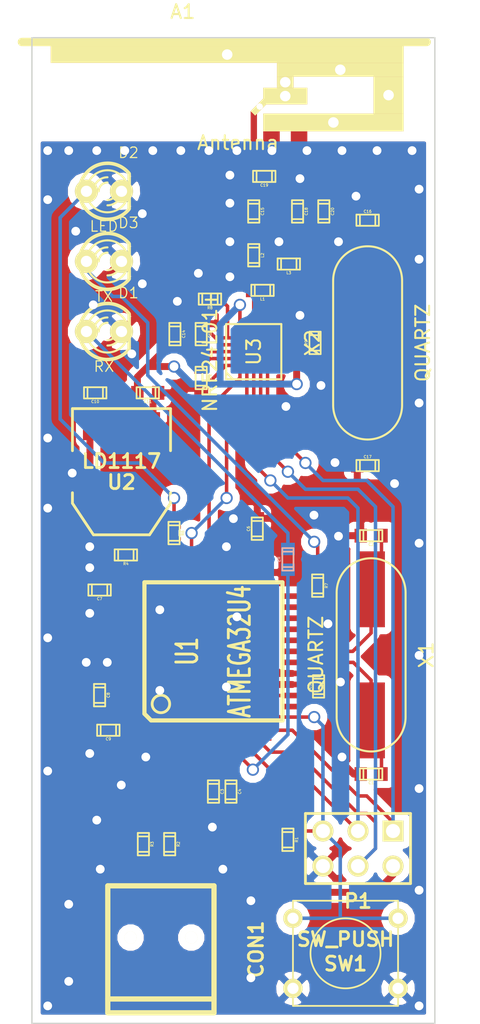
<source format=kicad_pcb>
(kicad_pcb (version 3) (host pcbnew "(2013-02-14 BZR 3950)-testing")

  (general
    (links 114)
    (no_connects 1)
    (area 28.702 15.94866 63.6016 99.53498)
    (thickness 1.6002)
    (drawings 4)
    (tracks 532)
    (zones 0)
    (modules 44)
    (nets 34)
  )

  (page A3)
  (layers
    (15 F.Cu signal)
    (0 B.Cu signal)
    (16 B.Adhes user)
    (17 F.Adhes user)
    (18 B.Paste user)
    (19 F.Paste user)
    (20 B.SilkS user)
    (21 F.SilkS user)
    (22 B.Mask user)
    (23 F.Mask user)
    (24 Dwgs.User user)
    (25 Cmts.User user)
    (26 Eco1.User user)
    (27 Eco2.User user)
    (28 Edge.Cuts user)
  )

  (setup
    (last_trace_width 0.254)
    (trace_clearance 0.09906)
    (zone_clearance 0.508)
    (zone_45_only no)
    (trace_min 0.254)
    (segment_width 0.20066)
    (edge_width 0.09906)
    (via_size 0.889)
    (via_drill 0.635)
    (via_min_size 0.889)
    (via_min_drill 0.508)
    (uvia_size 0.508)
    (uvia_drill 0.127)
    (uvias_allowed no)
    (uvia_min_size 0.508)
    (uvia_min_drill 0.127)
    (pcb_text_width 0.29972)
    (pcb_text_size 1.50114 1.50114)
    (mod_edge_width 0.14986)
    (mod_text_size 1.00076 1.00076)
    (mod_text_width 0.14986)
    (pad_size 2.4511 2.10058)
    (pad_drill 0)
    (pad_to_mask_clearance 0)
    (aux_axis_origin 0 0)
    (visible_elements 7FFFFFEF)
    (pcbplotparams
      (layerselection 3178497)
      (usegerberextensions false)
      (excludeedgelayer true)
      (linewidth 0)
      (plotframeref false)
      (viasonmask false)
      (mode 1)
      (useauxorigin false)
      (hpglpennumber 1)
      (hpglpenspeed 20)
      (hpglpendiameter 15)
      (hpglpenoverlay 2)
      (psnegative false)
      (psa4output false)
      (plotreference true)
      (plotvalue true)
      (plotothertext true)
      (plotinvisibletext false)
      (padsonsilk false)
      (subtractmaskfromsilk false)
      (outputformat 2)
      (mirror false)
      (drillshape 0)
      (scaleselection 1)
      (outputdirectory Board))
  )

  (net 0 "")
  (net 1 "/ICSP Header/MISO")
  (net 2 "/ICSP Header/MOSI")
  (net 3 "/ICSP Header/SCK")
  (net 4 /Radio/CE)
  (net 5 /Radio/CSN)
  (net 6 3V3)
  (net 7 ANTENNA)
  (net 8 GND)
  (net 9 N-0000010)
  (net 10 N-0000011)
  (net 11 N-0000012)
  (net 12 N-0000013)
  (net 13 N-0000014)
  (net 14 N-0000016)
  (net 15 N-0000017)
  (net 16 N-0000019)
  (net 17 N-0000023)
  (net 18 N-000004)
  (net 19 N-0000042)
  (net 20 N-0000044)
  (net 21 N-0000045)
  (net 22 N-0000046)
  (net 23 N-0000047)
  (net 24 N-0000048)
  (net 25 N-0000050)
  (net 26 N-0000051)
  (net 27 N-0000052)
  (net 28 N-000006)
  (net 29 N-000007)
  (net 30 N-000008)
  (net 31 N-000009)
  (net 32 RESET)
  (net 33 VCC)

  (net_class Default "This is the default net class."
    (clearance 0.09906)
    (trace_width 0.254)
    (via_dia 0.889)
    (via_drill 0.635)
    (uvia_dia 0.508)
    (uvia_drill 0.127)
    (add_net "")
    (add_net "/ICSP Header/MISO")
    (add_net "/ICSP Header/MOSI")
    (add_net "/ICSP Header/SCK")
    (add_net /Radio/CE)
    (add_net /Radio/CSN)
    (add_net N-0000010)
    (add_net N-0000011)
    (add_net N-0000012)
    (add_net N-0000013)
    (add_net N-0000014)
    (add_net N-0000016)
    (add_net N-0000017)
    (add_net N-0000019)
    (add_net N-0000023)
    (add_net N-000004)
    (add_net N-0000042)
    (add_net N-0000044)
    (add_net N-0000045)
    (add_net N-0000046)
    (add_net N-0000047)
    (add_net N-0000048)
    (add_net N-0000050)
    (add_net N-0000051)
    (add_net N-0000052)
    (add_net N-000006)
    (add_net N-000007)
    (add_net N-000008)
    (add_net N-000009)
    (add_net RESET)
  )

  (net_class Antenna ""
    (clearance 0.09906)
    (trace_width 0.27686)
    (via_dia 0.889)
    (via_drill 0.635)
    (uvia_dia 0.508)
    (uvia_drill 0.127)
    (add_net ANTENNA)
  )

  (net_class Power ""
    (clearance 0.09906)
    (trace_width 0.254)
    (via_dia 0.889)
    (via_drill 0.635)
    (uvia_dia 0.508)
    (uvia_drill 0.127)
    (add_net 3V3)
    (add_net GND)
    (add_net VCC)
  )

  (module USB_MINI_B (layer F.Cu) (tedit 52B08DE7) (tstamp 52B08987)
    (at 40.46474 93.69044 90)
    (descr "USB Mini-B 5-pin SMD connector")
    (tags "USB, Mini-B, connector")
    (path /52AF8AAF)
    (fp_text reference CON1 (at 0 6.90118 90) (layer F.SilkS)
      (effects (font (size 1.016 1.016) (thickness 0.2032)))
    )
    (fp_text value USB-MINI-B (at 0 -7.0993 90) (layer F.SilkS) hide
      (effects (font (size 1.016 1.016) (thickness 0.2032)))
    )
    (fp_line (start -3.59918 -3.85064) (end -3.59918 3.85064) (layer F.SilkS) (width 0.381))
    (fp_line (start -4.59994 -3.85064) (end -4.59994 3.85064) (layer F.SilkS) (width 0.381))
    (fp_line (start -4.59994 3.85064) (end 4.59994 3.85064) (layer F.SilkS) (width 0.381))
    (fp_line (start 4.59994 3.85064) (end 4.59994 -3.85064) (layer F.SilkS) (width 0.381))
    (fp_line (start 4.59994 -3.85064) (end -4.59994 -3.85064) (layer F.SilkS) (width 0.381))
    (pad 1 smd rect (at 3.44932 -1.6002 90) (size 2.30124 0.50038)
      (layers F.Cu F.Paste F.Mask)
      (net 33 VCC)
    )
    (pad 2 smd rect (at 3.44932 -0.8001 90) (size 2.30124 0.50038)
      (layers F.Cu F.Paste F.Mask)
      (net 30 N-000008)
    )
    (pad 3 smd rect (at 3.44932 0 90) (size 2.30124 0.50038)
      (layers F.Cu F.Paste F.Mask)
      (net 29 N-000007)
    )
    (pad 4 smd rect (at 3.44932 0.8001 90) (size 2.30124 0.50038)
      (layers F.Cu F.Paste F.Mask)
    )
    (pad 5 smd rect (at 3.44932 1.6002 90) (size 2.30124 0.50038)
      (layers F.Cu F.Paste F.Mask)
      (net 8 GND)
    )
    (pad 6 smd rect (at 3.35026 -4.45008 90) (size 2.49936 1.99898)
      (layers F.Cu F.Paste F.Mask)
      (net 8 GND)
    )
    (pad 7 smd rect (at -2.14884 -4.45008 90) (size 2.49936 1.99898)
      (layers F.Cu F.Paste F.Mask)
      (net 8 GND)
    )
    (pad 8 smd rect (at 3.35026 4.45008 90) (size 2.49936 1.99898)
      (layers F.Cu F.Paste F.Mask)
      (net 8 GND)
    )
    (pad 9 smd rect (at -2.14884 4.45008 90) (size 2.49936 1.99898)
      (layers F.Cu F.Paste F.Mask)
      (net 8 GND)
    )
    (pad "" np_thru_hole circle (at 0.8509 -2.19964 90) (size 0.89916 0.89916) (drill 0.89916)
      (layers *.Cu *.Mask F.SilkS)
    )
    (pad "" np_thru_hole circle (at 0.8509 2.19964 90) (size 0.89916 0.89916) (drill 0.89916)
      (layers *.Cu *.Mask F.SilkS)
    )
  )

  (module TQFP44 (layer F.Cu) (tedit 200000) (tstamp 52B089BD)
    (at 44.27474 72.10044 90)
    (path /52AF8A7D)
    (attr smd)
    (fp_text reference U1 (at 0 -1.905 90) (layer F.SilkS)
      (effects (font (size 1.524 1.016) (thickness 0.2032)))
    )
    (fp_text value ATMEGA32U4 (at 0 1.905 90) (layer F.SilkS)
      (effects (font (size 1.524 1.016) (thickness 0.2032)))
    )
    (fp_line (start 5.0038 -5.0038) (end 5.0038 5.0038) (layer F.SilkS) (width 0.3048))
    (fp_line (start 5.0038 5.0038) (end -5.0038 5.0038) (layer F.SilkS) (width 0.3048))
    (fp_line (start -5.0038 -4.5212) (end -5.0038 5.0038) (layer F.SilkS) (width 0.3048))
    (fp_line (start -4.5212 -5.0038) (end 5.0038 -5.0038) (layer F.SilkS) (width 0.3048))
    (fp_line (start -5.0038 -4.5212) (end -4.5212 -5.0038) (layer F.SilkS) (width 0.3048))
    (fp_circle (center -3.81 -3.81) (end -3.81 -3.175) (layer F.SilkS) (width 0.2032))
    (pad 39 smd rect (at 0 -5.715 90) (size 0.4064 1.524)
      (layers F.Cu F.Paste F.Mask)
    )
    (pad 40 smd rect (at -0.8001 -5.715 90) (size 0.4064 1.524)
      (layers F.Cu F.Paste F.Mask)
    )
    (pad 41 smd rect (at -1.6002 -5.715 90) (size 0.4064 1.524)
      (layers F.Cu F.Paste F.Mask)
    )
    (pad 42 smd rect (at -2.4003 -5.715 90) (size 0.4064 1.524)
      (layers F.Cu F.Paste F.Mask)
      (net 19 N-0000042)
    )
    (pad 43 smd rect (at -3.2004 -5.715 90) (size 0.4064 1.524)
      (layers F.Cu F.Paste F.Mask)
      (net 8 GND)
    )
    (pad 44 smd rect (at -4.0005 -5.715 90) (size 0.4064 1.524)
      (layers F.Cu F.Paste F.Mask)
      (net 33 VCC)
    )
    (pad 38 smd rect (at 0.8001 -5.715 90) (size 0.4064 1.524)
      (layers F.Cu F.Paste F.Mask)
    )
    (pad 37 smd rect (at 1.6002 -5.715 90) (size 0.4064 1.524)
      (layers F.Cu F.Paste F.Mask)
    )
    (pad 36 smd rect (at 2.4003 -5.715 90) (size 0.4064 1.524)
      (layers F.Cu F.Paste F.Mask)
    )
    (pad 35 smd rect (at 3.2004 -5.715 90) (size 0.4064 1.524)
      (layers F.Cu F.Paste F.Mask)
      (net 8 GND)
    )
    (pad 34 smd rect (at 4.0005 -5.715 90) (size 0.4064 1.524)
      (layers F.Cu F.Paste F.Mask)
      (net 33 VCC)
    )
    (pad 17 smd rect (at 0 5.715 90) (size 0.4064 1.524)
      (layers F.Cu F.Paste F.Mask)
      (net 15 N-0000017)
    )
    (pad 16 smd rect (at -0.8001 5.715 90) (size 0.4064 1.524)
      (layers F.Cu F.Paste F.Mask)
      (net 14 N-0000016)
    )
    (pad 15 smd rect (at -1.6002 5.715 90) (size 0.4064 1.524)
      (layers F.Cu F.Paste F.Mask)
      (net 8 GND)
    )
    (pad 14 smd rect (at -2.4003 5.715 90) (size 0.4064 1.524)
      (layers F.Cu F.Paste F.Mask)
      (net 33 VCC)
    )
    (pad 13 smd rect (at -3.2004 5.715 90) (size 0.4064 1.524)
      (layers F.Cu F.Paste F.Mask)
      (net 32 RESET)
    )
    (pad 12 smd rect (at -4.0005 5.715 90) (size 0.4064 1.524)
      (layers F.Cu F.Paste F.Mask)
    )
    (pad 18 smd rect (at 0.8001 5.715 90) (size 0.4064 1.524)
      (layers F.Cu F.Paste F.Mask)
    )
    (pad 19 smd rect (at 1.6002 5.715 90) (size 0.4064 1.524)
      (layers F.Cu F.Paste F.Mask)
    )
    (pad 20 smd rect (at 2.4003 5.715 90) (size 0.4064 1.524)
      (layers F.Cu F.Paste F.Mask)
    )
    (pad 21 smd rect (at 3.2004 5.715 90) (size 0.4064 1.524)
      (layers F.Cu F.Paste F.Mask)
    )
    (pad 22 smd rect (at 4.0005 5.715 90) (size 0.4064 1.524)
      (layers F.Cu F.Paste F.Mask)
      (net 11 N-0000012)
    )
    (pad 6 smd rect (at -5.715 0 90) (size 1.524 0.4064)
      (layers F.Cu F.Paste F.Mask)
      (net 28 N-000006)
    )
    (pad 28 smd rect (at 5.715 0 90) (size 1.524 0.4064)
      (layers F.Cu F.Paste F.Mask)
    )
    (pad 7 smd rect (at -5.715 0.8001 90) (size 1.524 0.4064)
      (layers F.Cu F.Paste F.Mask)
      (net 33 VCC)
    )
    (pad 27 smd rect (at 5.715 0.8001 90) (size 1.524 0.4064)
      (layers F.Cu F.Paste F.Mask)
    )
    (pad 26 smd rect (at 5.715 1.6002 90) (size 1.524 0.4064)
      (layers F.Cu F.Paste F.Mask)
    )
    (pad 8 smd rect (at -5.715 1.6002 90) (size 1.524 0.4064)
      (layers F.Cu F.Paste F.Mask)
      (net 13 N-0000014)
    )
    (pad 9 smd rect (at -5.715 2.4003 90) (size 1.524 0.4064)
      (layers F.Cu F.Paste F.Mask)
      (net 3 "/ICSP Header/SCK")
    )
    (pad 25 smd rect (at 5.715 2.4003 90) (size 1.524 0.4064)
      (layers F.Cu F.Paste F.Mask)
    )
    (pad 24 smd rect (at 5.715 3.2004 90) (size 1.524 0.4064)
      (layers F.Cu F.Paste F.Mask)
      (net 33 VCC)
    )
    (pad 10 smd rect (at -5.715 3.2004 90) (size 1.524 0.4064)
      (layers F.Cu F.Paste F.Mask)
      (net 2 "/ICSP Header/MOSI")
    )
    (pad 11 smd rect (at -5.715 4.0005 90) (size 1.524 0.4064)
      (layers F.Cu F.Paste F.Mask)
      (net 1 "/ICSP Header/MISO")
    )
    (pad 23 smd rect (at 5.715 4.0005 90) (size 1.524 0.4064)
      (layers F.Cu F.Paste F.Mask)
      (net 8 GND)
    )
    (pad 29 smd rect (at 5.715 -0.8001 90) (size 1.524 0.4064)
      (layers F.Cu F.Paste F.Mask)
      (net 4 /Radio/CE)
    )
    (pad 5 smd rect (at -5.715 -0.8001 90) (size 1.524 0.4064)
      (layers F.Cu F.Paste F.Mask)
      (net 8 GND)
    )
    (pad 4 smd rect (at -5.715 -1.6002 90) (size 1.524 0.4064)
      (layers F.Cu F.Paste F.Mask)
      (net 31 N-000009)
    )
    (pad 30 smd rect (at 5.715 -1.6002 90) (size 1.524 0.4064)
      (layers F.Cu F.Paste F.Mask)
      (net 5 /Radio/CSN)
    )
    (pad 31 smd rect (at 5.715 -2.4003 90) (size 1.524 0.4064)
      (layers F.Cu F.Paste F.Mask)
    )
    (pad 3 smd rect (at -5.715 -2.4003 90) (size 1.524 0.4064)
      (layers F.Cu F.Paste F.Mask)
      (net 9 N-0000010)
    )
    (pad 2 smd rect (at -5.715 -3.2004 90) (size 1.524 0.4064)
      (layers F.Cu F.Paste F.Mask)
      (net 33 VCC)
    )
    (pad 32 smd rect (at 5.715 -3.2004 90) (size 1.524 0.4064)
      (layers F.Cu F.Paste F.Mask)
      (net 16 N-0000019)
    )
    (pad 33 smd rect (at 5.715 -4.0005 90) (size 1.524 0.4064)
      (layers F.Cu F.Paste F.Mask)
      (net 18 N-000004)
    )
    (pad 1 smd rect (at -5.715 -4.0005 90) (size 1.524 0.4064)
      (layers F.Cu F.Paste F.Mask)
    )
  )

  (module SW_PUSH_SMALL (layer F.Cu) (tedit 46544DB3) (tstamp 52B88CEA)
    (at 53.848 93.98 180)
    (path /52AF98BC)
    (fp_text reference SW1 (at 0 -0.762 180) (layer F.SilkS)
      (effects (font (size 1.016 1.016) (thickness 0.2032)))
    )
    (fp_text value SW_PUSH (at 0 1.016 180) (layer F.SilkS)
      (effects (font (size 1.016 1.016) (thickness 0.2032)))
    )
    (fp_circle (center 0 0) (end 0 -2.54) (layer F.SilkS) (width 0.127))
    (fp_line (start -3.81 -3.81) (end 3.81 -3.81) (layer F.SilkS) (width 0.127))
    (fp_line (start 3.81 -3.81) (end 3.81 3.81) (layer F.SilkS) (width 0.127))
    (fp_line (start 3.81 3.81) (end -3.81 3.81) (layer F.SilkS) (width 0.127))
    (fp_line (start -3.81 -3.81) (end -3.81 3.81) (layer F.SilkS) (width 0.127))
    (pad 1 thru_hole circle (at 3.81 -2.54 180) (size 1.397 1.397) (drill 0.8128)
      (layers *.Cu *.Mask F.SilkS)
      (net 8 GND)
    )
    (pad 2 thru_hole circle (at 3.81 2.54 180) (size 1.397 1.397) (drill 0.8128)
      (layers *.Cu *.Mask F.SilkS)
      (net 32 RESET)
    )
    (pad 1 thru_hole circle (at -3.81 -2.54 180) (size 1.397 1.397) (drill 0.8128)
      (layers *.Cu *.Mask F.SilkS)
      (net 8 GND)
    )
    (pad 2 thru_hole circle (at -3.81 2.54 180) (size 1.397 1.397) (drill 0.8128)
      (layers *.Cu *.Mask F.SilkS)
      (net 32 RESET)
    )
  )

  (module QFN20 (layer F.Cu) (tedit 52B890DD) (tstamp 52B089FB)
    (at 47.19574 50.38344 90)
    (path /52AF81F8/52AF7B40)
    (fp_text reference U3 (at 0 0 90) (layer F.SilkS)
      (effects (font (size 1.00076 1.00076) (thickness 0.14986)))
    )
    (fp_text value NRF24L01+ (at 0 -3.175 90) (layer F.SilkS)
      (effects (font (size 1.00076 1.00076) (thickness 0.14986)))
    )
    (fp_line (start -1.99898 -1.50114) (end -1.50114 -1.99898) (layer F.SilkS) (width 0.14986))
    (fp_line (start -1.99898 -1.99898) (end 1.99898 -1.99898) (layer F.SilkS) (width 0.14986))
    (fp_line (start 1.99898 -1.99898) (end 1.99898 1.99898) (layer F.SilkS) (width 0.14986))
    (fp_line (start 1.99898 1.99898) (end -1.99898 1.99898) (layer F.SilkS) (width 0.14986))
    (fp_line (start -1.99898 1.99898) (end -1.99898 -1.99898) (layer F.SilkS) (width 0.14986))
    (pad 1 smd rect (at -1.89992 -1.00076 90) (size 0.70104 0.24892)
      (layers F.Cu F.Paste F.Mask)
      (net 4 /Radio/CE)
    )
    (pad 2 smd rect (at -1.89992 -0.50038 90) (size 0.70104 0.24892)
      (layers F.Cu F.Paste F.Mask)
      (net 5 /Radio/CSN)
    )
    (pad 3 smd rect (at -1.89992 0 90) (size 0.70104 0.24892)
      (layers F.Cu F.Paste F.Mask)
      (net 3 "/ICSP Header/SCK")
    )
    (pad 4 smd rect (at -1.89992 0.50038 90) (size 0.70104 0.24892)
      (layers F.Cu F.Paste F.Mask)
      (net 2 "/ICSP Header/MOSI")
    )
    (pad 5 smd rect (at -1.89992 1.00076 90) (size 0.70104 0.24892)
      (layers F.Cu F.Paste F.Mask)
      (net 1 "/ICSP Header/MISO")
    )
    (pad 6 smd rect (at -1.00076 1.89992 180) (size 0.70104 0.24892)
      (layers F.Cu F.Paste F.Mask)
    )
    (pad 7 smd rect (at -0.50038 1.89992 180) (size 0.70104 0.24892)
      (layers F.Cu F.Paste F.Mask)
      (net 6 3V3)
    )
    (pad 8 smd rect (at 0 1.89992 180) (size 0.70104 0.24892)
      (layers F.Cu F.Paste F.Mask)
      (net 8 GND)
    )
    (pad 9 smd rect (at 0.50038 1.89992 180) (size 0.70104 0.24892)
      (layers F.Cu F.Paste F.Mask)
      (net 25 N-0000050)
    )
    (pad 10 smd rect (at 1.00076 1.89992 180) (size 0.70104 0.24892)
      (layers F.Cu F.Paste F.Mask)
      (net 21 N-0000045)
    )
    (pad 11 smd rect (at 1.89992 1.00076 90) (size 0.70104 0.24892)
      (layers F.Cu F.Paste F.Mask)
      (net 27 N-0000052)
    )
    (pad 12 smd rect (at 1.89992 0.50038 90) (size 0.70104 0.24892)
      (layers F.Cu F.Paste F.Mask)
      (net 24 N-0000048)
    )
    (pad 13 smd rect (at 1.89992 0 90) (size 0.70104 0.24892)
      (layers F.Cu F.Paste F.Mask)
      (net 26 N-0000051)
    )
    (pad 14 smd rect (at 1.89992 -0.50038 90) (size 0.70104 0.24892)
      (layers F.Cu F.Paste F.Mask)
      (net 8 GND)
    )
    (pad 15 smd rect (at 1.89992 -1.00076 90) (size 0.70104 0.24892)
      (layers F.Cu F.Paste F.Mask)
      (net 6 3V3)
    )
    (pad 16 smd rect (at 1.00076 -1.89992 180) (size 0.70104 0.24892)
      (layers F.Cu F.Paste F.Mask)
      (net 20 N-0000044)
    )
    (pad 17 smd rect (at 0.50038 -1.89992 180) (size 0.70104 0.24892)
      (layers F.Cu F.Paste F.Mask)
      (net 8 GND)
    )
    (pad 18 smd rect (at 0 -1.89992 180) (size 0.70104 0.24892)
      (layers F.Cu F.Paste F.Mask)
      (net 6 3V3)
    )
    (pad 19 smd rect (at -0.50038 -1.89992 180) (size 0.70104 0.24892)
      (layers F.Cu F.Paste F.Mask)
      (net 22 N-0000046)
    )
    (pad 20 smd rect (at -1.00076 -1.89992 180) (size 0.70104 0.24892)
      (layers F.Cu F.Paste F.Mask)
      (net 8 GND)
    )
    (pad "" smd trapezoid (at -0.87376 -0.87376 135) (size 0.49276 0.49276)
      (layers F.Cu F.Paste F.Mask)
      (net 8 GND)
    )
    (pad "" smd trapezoid (at 0 0.17526 90) (size 2.4511 2.10058)
      (layers F.Cu F.Paste F.Mask)
      (net 8 GND)
    )
    (pad "" smd trapezoid (at 0.17526 0 90) (size 2.10058 2.4511)
      (layers F.Cu F.Paste F.Mask)
      (net 8 GND)
    )
  )

  (module pin_array_3x2 (layer F.Cu) (tedit 42931587) (tstamp 52B08A09)
    (at 54.75224 86.38794 180)
    (descr "Double rangee de contacts 2 x 4 pins")
    (tags CONN)
    (path /52B04855/52B0485F)
    (fp_text reference P1 (at 0 -3.81 180) (layer F.SilkS)
      (effects (font (size 1.016 1.016) (thickness 0.2032)))
    )
    (fp_text value CONN_3X2 (at 0 3.81 180) (layer F.SilkS) hide
      (effects (font (size 1.016 1.016) (thickness 0.2032)))
    )
    (fp_line (start 3.81 2.54) (end -3.81 2.54) (layer F.SilkS) (width 0.2032))
    (fp_line (start -3.81 -2.54) (end 3.81 -2.54) (layer F.SilkS) (width 0.2032))
    (fp_line (start 3.81 -2.54) (end 3.81 2.54) (layer F.SilkS) (width 0.2032))
    (fp_line (start -3.81 2.54) (end -3.81 -2.54) (layer F.SilkS) (width 0.2032))
    (pad 1 thru_hole rect (at -2.54 1.27 180) (size 1.524 1.524) (drill 1.016)
      (layers *.Cu *.Mask F.SilkS)
      (net 1 "/ICSP Header/MISO")
    )
    (pad 2 thru_hole circle (at -2.54 -1.27 180) (size 1.524 1.524) (drill 1.016)
      (layers *.Cu *.Mask F.SilkS)
      (net 33 VCC)
    )
    (pad 3 thru_hole circle (at 0 1.27 180) (size 1.524 1.524) (drill 1.016)
      (layers *.Cu *.Mask F.SilkS)
      (net 3 "/ICSP Header/SCK")
    )
    (pad 4 thru_hole circle (at 0 -1.27 180) (size 1.524 1.524) (drill 1.016)
      (layers *.Cu *.Mask F.SilkS)
      (net 2 "/ICSP Header/MOSI")
    )
    (pad 5 thru_hole circle (at 2.54 1.27 180) (size 1.524 1.524) (drill 1.016)
      (layers *.Cu *.Mask F.SilkS)
      (net 32 RESET)
    )
    (pad 6 thru_hole circle (at 2.54 -1.27 180) (size 1.524 1.524) (drill 1.016)
      (layers *.Cu *.Mask F.SilkS)
      (net 8 GND)
    )
    (model pin_array/pins_array_3x2.wrl
      (at (xyz 0 0 0))
      (scale (xyz 1 1 1))
      (rotate (xyz 0 0 0))
    )
  )

  (module LED-3MM (layer F.Cu) (tedit 50ADE848) (tstamp 52B08A22)
    (at 36.33724 43.84294)
    (descr "LED 3mm - Lead pitch 100mil (2,54mm)")
    (tags "LED led 3mm 3MM 100mil 2,54mm")
    (path /52B06294)
    (fp_text reference D3 (at 1.778 -2.794) (layer F.SilkS)
      (effects (font (size 0.762 0.762) (thickness 0.0889)))
    )
    (fp_text value TX (at 0 2.54) (layer F.SilkS)
      (effects (font (size 0.762 0.762) (thickness 0.0889)))
    )
    (fp_line (start 1.8288 1.27) (end 1.8288 -1.27) (layer F.SilkS) (width 0.254))
    (fp_arc (start 0.254 0) (end -1.27 0) (angle 39.8) (layer F.SilkS) (width 0.1524))
    (fp_arc (start 0.254 0) (end -0.88392 1.01092) (angle 41.6) (layer F.SilkS) (width 0.1524))
    (fp_arc (start 0.254 0) (end 1.4097 -0.9906) (angle 40.6) (layer F.SilkS) (width 0.1524))
    (fp_arc (start 0.254 0) (end 1.778 0) (angle 39.8) (layer F.SilkS) (width 0.1524))
    (fp_arc (start 0.254 0) (end 0.254 -1.524) (angle 54.4) (layer F.SilkS) (width 0.1524))
    (fp_arc (start 0.254 0) (end -0.9652 -0.9144) (angle 53.1) (layer F.SilkS) (width 0.1524))
    (fp_arc (start 0.254 0) (end 1.45542 0.93472) (angle 52.1) (layer F.SilkS) (width 0.1524))
    (fp_arc (start 0.254 0) (end 0.254 1.524) (angle 52.1) (layer F.SilkS) (width 0.1524))
    (fp_arc (start 0.254 0) (end -0.381 0) (angle 90) (layer F.SilkS) (width 0.1524))
    (fp_arc (start 0.254 0) (end -0.762 0) (angle 90) (layer F.SilkS) (width 0.1524))
    (fp_arc (start 0.254 0) (end 0.889 0) (angle 90) (layer F.SilkS) (width 0.1524))
    (fp_arc (start 0.254 0) (end 1.27 0) (angle 90) (layer F.SilkS) (width 0.1524))
    (fp_arc (start 0.254 0) (end 0.254 -2.032) (angle 50.1) (layer F.SilkS) (width 0.254))
    (fp_arc (start 0.254 0) (end -1.5367 -0.95504) (angle 61.9) (layer F.SilkS) (width 0.254))
    (fp_arc (start 0.254 0) (end 1.8034 1.31064) (angle 49.7) (layer F.SilkS) (width 0.254))
    (fp_arc (start 0.254 0) (end 0.254 2.032) (angle 60.2) (layer F.SilkS) (width 0.254))
    (fp_arc (start 0.254 0) (end -1.778 0) (angle 28.3) (layer F.SilkS) (width 0.254))
    (fp_arc (start 0.254 0) (end -1.47574 1.06426) (angle 31.6) (layer F.SilkS) (width 0.254))
    (pad 1 thru_hole circle (at -1.27 0) (size 1.6764 1.6764) (drill 0.8128)
      (layers *.Cu *.Mask F.SilkS)
      (net 10 N-0000011)
    )
    (pad 2 thru_hole circle (at 1.27 0) (size 1.6764 1.6764) (drill 0.8128)
      (layers *.Cu *.Mask F.SilkS)
      (net 8 GND)
    )
    (model discret/leds/led3_vertical_verde.wrl
      (at (xyz 0 0 0))
      (scale (xyz 1 1 1))
      (rotate (xyz 0 0 0))
    )
  )

  (module LED-3MM (layer F.Cu) (tedit 50ADE848) (tstamp 52B08A3B)
    (at 36.33724 48.92294)
    (descr "LED 3mm - Lead pitch 100mil (2,54mm)")
    (tags "LED led 3mm 3MM 100mil 2,54mm")
    (path /52B06256)
    (fp_text reference D1 (at 1.778 -2.794) (layer F.SilkS)
      (effects (font (size 0.762 0.762) (thickness 0.0889)))
    )
    (fp_text value RX (at 0 2.54) (layer F.SilkS)
      (effects (font (size 0.762 0.762) (thickness 0.0889)))
    )
    (fp_line (start 1.8288 1.27) (end 1.8288 -1.27) (layer F.SilkS) (width 0.254))
    (fp_arc (start 0.254 0) (end -1.27 0) (angle 39.8) (layer F.SilkS) (width 0.1524))
    (fp_arc (start 0.254 0) (end -0.88392 1.01092) (angle 41.6) (layer F.SilkS) (width 0.1524))
    (fp_arc (start 0.254 0) (end 1.4097 -0.9906) (angle 40.6) (layer F.SilkS) (width 0.1524))
    (fp_arc (start 0.254 0) (end 1.778 0) (angle 39.8) (layer F.SilkS) (width 0.1524))
    (fp_arc (start 0.254 0) (end 0.254 -1.524) (angle 54.4) (layer F.SilkS) (width 0.1524))
    (fp_arc (start 0.254 0) (end -0.9652 -0.9144) (angle 53.1) (layer F.SilkS) (width 0.1524))
    (fp_arc (start 0.254 0) (end 1.45542 0.93472) (angle 52.1) (layer F.SilkS) (width 0.1524))
    (fp_arc (start 0.254 0) (end 0.254 1.524) (angle 52.1) (layer F.SilkS) (width 0.1524))
    (fp_arc (start 0.254 0) (end -0.381 0) (angle 90) (layer F.SilkS) (width 0.1524))
    (fp_arc (start 0.254 0) (end -0.762 0) (angle 90) (layer F.SilkS) (width 0.1524))
    (fp_arc (start 0.254 0) (end 0.889 0) (angle 90) (layer F.SilkS) (width 0.1524))
    (fp_arc (start 0.254 0) (end 1.27 0) (angle 90) (layer F.SilkS) (width 0.1524))
    (fp_arc (start 0.254 0) (end 0.254 -2.032) (angle 50.1) (layer F.SilkS) (width 0.254))
    (fp_arc (start 0.254 0) (end -1.5367 -0.95504) (angle 61.9) (layer F.SilkS) (width 0.254))
    (fp_arc (start 0.254 0) (end 1.8034 1.31064) (angle 49.7) (layer F.SilkS) (width 0.254))
    (fp_arc (start 0.254 0) (end 0.254 2.032) (angle 60.2) (layer F.SilkS) (width 0.254))
    (fp_arc (start 0.254 0) (end -1.778 0) (angle 28.3) (layer F.SilkS) (width 0.254))
    (fp_arc (start 0.254 0) (end -1.47574 1.06426) (angle 31.6) (layer F.SilkS) (width 0.254))
    (pad 1 thru_hole circle (at -1.27 0) (size 1.6764 1.6764) (drill 0.8128)
      (layers *.Cu *.Mask F.SilkS)
      (net 12 N-0000013)
    )
    (pad 2 thru_hole circle (at 1.27 0) (size 1.6764 1.6764) (drill 0.8128)
      (layers *.Cu *.Mask F.SilkS)
      (net 8 GND)
    )
    (model discret/leds/led3_vertical_verde.wrl
      (at (xyz 0 0 0))
      (scale (xyz 1 1 1))
      (rotate (xyz 0 0 0))
    )
  )

  (module LED-3MM (layer F.Cu) (tedit 50ADE848) (tstamp 52B88738)
    (at 36.33724 38.76294)
    (descr "LED 3mm - Lead pitch 100mil (2,54mm)")
    (tags "LED led 3mm 3MM 100mil 2,54mm")
    (path /52B05B35)
    (fp_text reference D2 (at 1.778 -2.794) (layer F.SilkS)
      (effects (font (size 0.762 0.762) (thickness 0.0889)))
    )
    (fp_text value LED (at 0 2.54) (layer F.SilkS)
      (effects (font (size 0.762 0.762) (thickness 0.0889)))
    )
    (fp_line (start 1.8288 1.27) (end 1.8288 -1.27) (layer F.SilkS) (width 0.254))
    (fp_arc (start 0.254 0) (end -1.27 0) (angle 39.8) (layer F.SilkS) (width 0.1524))
    (fp_arc (start 0.254 0) (end -0.88392 1.01092) (angle 41.6) (layer F.SilkS) (width 0.1524))
    (fp_arc (start 0.254 0) (end 1.4097 -0.9906) (angle 40.6) (layer F.SilkS) (width 0.1524))
    (fp_arc (start 0.254 0) (end 1.778 0) (angle 39.8) (layer F.SilkS) (width 0.1524))
    (fp_arc (start 0.254 0) (end 0.254 -1.524) (angle 54.4) (layer F.SilkS) (width 0.1524))
    (fp_arc (start 0.254 0) (end -0.9652 -0.9144) (angle 53.1) (layer F.SilkS) (width 0.1524))
    (fp_arc (start 0.254 0) (end 1.45542 0.93472) (angle 52.1) (layer F.SilkS) (width 0.1524))
    (fp_arc (start 0.254 0) (end 0.254 1.524) (angle 52.1) (layer F.SilkS) (width 0.1524))
    (fp_arc (start 0.254 0) (end -0.381 0) (angle 90) (layer F.SilkS) (width 0.1524))
    (fp_arc (start 0.254 0) (end -0.762 0) (angle 90) (layer F.SilkS) (width 0.1524))
    (fp_arc (start 0.254 0) (end 0.889 0) (angle 90) (layer F.SilkS) (width 0.1524))
    (fp_arc (start 0.254 0) (end 1.27 0) (angle 90) (layer F.SilkS) (width 0.1524))
    (fp_arc (start 0.254 0) (end 0.254 -2.032) (angle 50.1) (layer F.SilkS) (width 0.254))
    (fp_arc (start 0.254 0) (end -1.5367 -0.95504) (angle 61.9) (layer F.SilkS) (width 0.254))
    (fp_arc (start 0.254 0) (end 1.8034 1.31064) (angle 49.7) (layer F.SilkS) (width 0.254))
    (fp_arc (start 0.254 0) (end 0.254 2.032) (angle 60.2) (layer F.SilkS) (width 0.254))
    (fp_arc (start 0.254 0) (end -1.778 0) (angle 28.3) (layer F.SilkS) (width 0.254))
    (fp_arc (start 0.254 0) (end -1.47574 1.06426) (angle 31.6) (layer F.SilkS) (width 0.254))
    (pad 1 thru_hole circle (at -1.27 0) (size 1.6764 1.6764) (drill 0.8128)
      (layers *.Cu *.Mask F.SilkS)
      (net 17 N-0000023)
    )
    (pad 2 thru_hole circle (at 1.27 0) (size 1.6764 1.6764) (drill 0.8128)
      (layers *.Cu *.Mask F.SilkS)
      (net 8 GND)
    )
    (model discret/leds/led3_vertical_verde.wrl
      (at (xyz 0 0 0))
      (scale (xyz 1 1 1))
      (rotate (xyz 0 0 0))
    )
  )

  (module SOT223 (layer F.Cu) (tedit 200000) (tstamp 52B089CE)
    (at 37.60724 59.08294 180)
    (descr "module CMS SOT223 4 pins")
    (tags "CMS SOT")
    (path /52B03D0A)
    (attr smd)
    (fp_text reference U2 (at 0 -0.762 180) (layer F.SilkS)
      (effects (font (size 1.016 1.016) (thickness 0.2032)))
    )
    (fp_text value LD1117 (at 0 0.762 180) (layer F.SilkS)
      (effects (font (size 1.016 1.016) (thickness 0.2032)))
    )
    (fp_line (start -3.556 1.524) (end -3.556 4.572) (layer F.SilkS) (width 0.2032))
    (fp_line (start -3.556 4.572) (end 3.556 4.572) (layer F.SilkS) (width 0.2032))
    (fp_line (start 3.556 4.572) (end 3.556 1.524) (layer F.SilkS) (width 0.2032))
    (fp_line (start -3.556 -1.524) (end -3.556 -2.286) (layer F.SilkS) (width 0.2032))
    (fp_line (start -3.556 -2.286) (end -2.032 -4.572) (layer F.SilkS) (width 0.2032))
    (fp_line (start -2.032 -4.572) (end 2.032 -4.572) (layer F.SilkS) (width 0.2032))
    (fp_line (start 2.032 -4.572) (end 3.556 -2.286) (layer F.SilkS) (width 0.2032))
    (fp_line (start 3.556 -2.286) (end 3.556 -1.524) (layer F.SilkS) (width 0.2032))
    (pad 4 smd rect (at 0 -3.302 180) (size 3.6576 2.032)
      (layers F.Cu F.Paste F.Mask)
    )
    (pad 2 smd rect (at 0 3.302 180) (size 1.016 2.032)
      (layers F.Cu F.Paste F.Mask)
      (net 6 3V3)
    )
    (pad 3 smd rect (at 2.286 3.302 180) (size 1.016 2.032)
      (layers F.Cu F.Paste F.Mask)
      (net 33 VCC)
    )
    (pad 1 smd rect (at -2.286 3.302 180) (size 1.016 2.032)
      (layers F.Cu F.Paste F.Mask)
      (net 8 GND)
    )
    (model smd/SOT223.wrl
      (at (xyz 0 0 0))
      (scale (xyz 0.4 0.4 0.4))
      (rotate (xyz 0 0 0))
    )
  )

  (module c_0603 (layer F.Cu) (tedit 490472AA) (tstamp 52B08A60)
    (at 47.19574 43.39844 270)
    (descr "SMT capacitor, 0603")
    (path /52AF81F8/52AF7FDC)
    (fp_text reference L2 (at 0 -0.635 270) (layer F.SilkS)
      (effects (font (size 0.20066 0.20066) (thickness 0.04064)))
    )
    (fp_text value 3.9nH (at 0 0.635 270) (layer F.SilkS) hide
      (effects (font (size 0.20066 0.20066) (thickness 0.04064)))
    )
    (fp_line (start 0.5588 0.4064) (end 0.5588 -0.4064) (layer F.SilkS) (width 0.127))
    (fp_line (start -0.5588 -0.381) (end -0.5588 0.4064) (layer F.SilkS) (width 0.127))
    (fp_line (start -0.8128 -0.4064) (end 0.8128 -0.4064) (layer F.SilkS) (width 0.127))
    (fp_line (start 0.8128 -0.4064) (end 0.8128 0.4064) (layer F.SilkS) (width 0.127))
    (fp_line (start 0.8128 0.4064) (end -0.8128 0.4064) (layer F.SilkS) (width 0.127))
    (fp_line (start -0.8128 0.4064) (end -0.8128 -0.4064) (layer F.SilkS) (width 0.127))
    (pad 1 smd rect (at 0.75184 0 270) (size 0.89916 1.00076)
      (layers F.Cu F.Paste F.Mask)
      (net 26 N-0000051)
    )
    (pad 2 smd rect (at -0.75184 0 270) (size 0.89916 1.00076)
      (layers F.Cu F.Paste F.Mask)
      (net 23 N-0000047)
    )
    (model smd/capacitors/c_0603.wrl
      (at (xyz 0 0 0))
      (scale (xyz 1 1 1))
      (rotate (xyz 0 0 0))
    )
  )

  (module c_0603 (layer F.Cu) (tedit 490472AA) (tstamp 52B08A6C)
    (at 51.64074 49.74844 90)
    (descr "SMT capacitor, 0603")
    (path /52AF81F8/52AF7E5E)
    (fp_text reference R9 (at 0 -0.635 90) (layer F.SilkS)
      (effects (font (size 0.20066 0.20066) (thickness 0.04064)))
    )
    (fp_text value 1M (at 0 0.635 90) (layer F.SilkS) hide
      (effects (font (size 0.20066 0.20066) (thickness 0.04064)))
    )
    (fp_line (start 0.5588 0.4064) (end 0.5588 -0.4064) (layer F.SilkS) (width 0.127))
    (fp_line (start -0.5588 -0.381) (end -0.5588 0.4064) (layer F.SilkS) (width 0.127))
    (fp_line (start -0.8128 -0.4064) (end 0.8128 -0.4064) (layer F.SilkS) (width 0.127))
    (fp_line (start 0.8128 -0.4064) (end 0.8128 0.4064) (layer F.SilkS) (width 0.127))
    (fp_line (start 0.8128 0.4064) (end -0.8128 0.4064) (layer F.SilkS) (width 0.127))
    (fp_line (start -0.8128 0.4064) (end -0.8128 -0.4064) (layer F.SilkS) (width 0.127))
    (pad 1 smd rect (at 0.75184 0 90) (size 0.89916 1.00076)
      (layers F.Cu F.Paste F.Mask)
      (net 21 N-0000045)
    )
    (pad 2 smd rect (at -0.75184 0 90) (size 0.89916 1.00076)
      (layers F.Cu F.Paste F.Mask)
      (net 25 N-0000050)
    )
    (model smd/capacitors/c_0603.wrl
      (at (xyz 0 0 0))
      (scale (xyz 1 1 1))
      (rotate (xyz 0 0 0))
    )
  )

  (module c_0603 (layer F.Cu) (tedit 490472AA) (tstamp 52B08A78)
    (at 44.02074 46.57344 180)
    (descr "SMT capacitor, 0603")
    (path /52AF81F8/52AF7C2F)
    (fp_text reference R8 (at 0 -0.635 180) (layer F.SilkS)
      (effects (font (size 0.20066 0.20066) (thickness 0.04064)))
    )
    (fp_text value 22K (at 0 0.635 180) (layer F.SilkS) hide
      (effects (font (size 0.20066 0.20066) (thickness 0.04064)))
    )
    (fp_line (start 0.5588 0.4064) (end 0.5588 -0.4064) (layer F.SilkS) (width 0.127))
    (fp_line (start -0.5588 -0.381) (end -0.5588 0.4064) (layer F.SilkS) (width 0.127))
    (fp_line (start -0.8128 -0.4064) (end 0.8128 -0.4064) (layer F.SilkS) (width 0.127))
    (fp_line (start 0.8128 -0.4064) (end 0.8128 0.4064) (layer F.SilkS) (width 0.127))
    (fp_line (start 0.8128 0.4064) (end -0.8128 0.4064) (layer F.SilkS) (width 0.127))
    (fp_line (start -0.8128 0.4064) (end -0.8128 -0.4064) (layer F.SilkS) (width 0.127))
    (pad 1 smd rect (at 0.75184 0 180) (size 0.89916 1.00076)
      (layers F.Cu F.Paste F.Mask)
      (net 8 GND)
    )
    (pad 2 smd rect (at -0.75184 0 180) (size 0.89916 1.00076)
      (layers F.Cu F.Paste F.Mask)
      (net 20 N-0000044)
    )
    (model smd/capacitors/c_0603.wrl
      (at (xyz 0 0 0))
      (scale (xyz 1 1 1))
      (rotate (xyz 0 0 0))
    )
  )

  (module c_0603 (layer F.Cu) (tedit 490472AA) (tstamp 52B08A84)
    (at 47.83074 45.93844 180)
    (descr "SMT capacitor, 0603")
    (path /52AF81F8/52AF7FBE)
    (fp_text reference L1 (at 0 -0.635 180) (layer F.SilkS)
      (effects (font (size 0.20066 0.20066) (thickness 0.04064)))
    )
    (fp_text value 8.2nH (at 0 0.635 180) (layer F.SilkS) hide
      (effects (font (size 0.20066 0.20066) (thickness 0.04064)))
    )
    (fp_line (start 0.5588 0.4064) (end 0.5588 -0.4064) (layer F.SilkS) (width 0.127))
    (fp_line (start -0.5588 -0.381) (end -0.5588 0.4064) (layer F.SilkS) (width 0.127))
    (fp_line (start -0.8128 -0.4064) (end 0.8128 -0.4064) (layer F.SilkS) (width 0.127))
    (fp_line (start 0.8128 -0.4064) (end 0.8128 0.4064) (layer F.SilkS) (width 0.127))
    (fp_line (start 0.8128 0.4064) (end -0.8128 0.4064) (layer F.SilkS) (width 0.127))
    (fp_line (start -0.8128 0.4064) (end -0.8128 -0.4064) (layer F.SilkS) (width 0.127))
    (pad 1 smd rect (at 0.75184 0 180) (size 0.89916 1.00076)
      (layers F.Cu F.Paste F.Mask)
      (net 26 N-0000051)
    )
    (pad 2 smd rect (at -0.75184 0 180) (size 0.89916 1.00076)
      (layers F.Cu F.Paste F.Mask)
      (net 24 N-0000048)
    )
    (model smd/capacitors/c_0603.wrl
      (at (xyz 0 0 0))
      (scale (xyz 1 1 1))
      (rotate (xyz 0 0 0))
    )
  )

  (module c_0603 (layer F.Cu) (tedit 490472AA) (tstamp 52B08BF3)
    (at 51.83124 67.33794 270)
    (descr "SMT capacitor, 0603")
    (path /52B0629A)
    (fp_text reference R7 (at 0 -0.635 270) (layer F.SilkS)
      (effects (font (size 0.20066 0.20066) (thickness 0.04064)))
    )
    (fp_text value 680 (at 0 0.635 270) (layer F.SilkS) hide
      (effects (font (size 0.20066 0.20066) (thickness 0.04064)))
    )
    (fp_line (start 0.5588 0.4064) (end 0.5588 -0.4064) (layer F.SilkS) (width 0.127))
    (fp_line (start -0.5588 -0.381) (end -0.5588 0.4064) (layer F.SilkS) (width 0.127))
    (fp_line (start -0.8128 -0.4064) (end 0.8128 -0.4064) (layer F.SilkS) (width 0.127))
    (fp_line (start 0.8128 -0.4064) (end 0.8128 0.4064) (layer F.SilkS) (width 0.127))
    (fp_line (start 0.8128 0.4064) (end -0.8128 0.4064) (layer F.SilkS) (width 0.127))
    (fp_line (start -0.8128 0.4064) (end -0.8128 -0.4064) (layer F.SilkS) (width 0.127))
    (pad 1 smd rect (at 0.75184 0 270) (size 0.89916 1.00076)
      (layers F.Cu F.Paste F.Mask)
      (net 11 N-0000012)
    )
    (pad 2 smd rect (at -0.75184 0 270) (size 0.89916 1.00076)
      (layers F.Cu F.Paste F.Mask)
      (net 10 N-0000011)
    )
    (model smd/capacitors/c_0603.wrl
      (at (xyz 0 0 0))
      (scale (xyz 1 1 1))
      (rotate (xyz 0 0 0))
    )
  )

  (module c_0603 (layer B.Cu) (tedit 490472AA) (tstamp 52B08A9C)
    (at 49.67224 65.43294 270)
    (descr "SMT capacitor, 0603")
    (path /52B0625C)
    (fp_text reference R5 (at 0 0.635 270) (layer B.SilkS)
      (effects (font (size 0.20066 0.20066) (thickness 0.04064)) (justify mirror))
    )
    (fp_text value 680 (at 0 -0.635 270) (layer B.SilkS) hide
      (effects (font (size 0.20066 0.20066) (thickness 0.04064)) (justify mirror))
    )
    (fp_line (start 0.5588 -0.4064) (end 0.5588 0.4064) (layer B.SilkS) (width 0.127))
    (fp_line (start -0.5588 0.381) (end -0.5588 -0.4064) (layer B.SilkS) (width 0.127))
    (fp_line (start -0.8128 0.4064) (end 0.8128 0.4064) (layer B.SilkS) (width 0.127))
    (fp_line (start 0.8128 0.4064) (end 0.8128 -0.4064) (layer B.SilkS) (width 0.127))
    (fp_line (start 0.8128 -0.4064) (end -0.8128 -0.4064) (layer B.SilkS) (width 0.127))
    (fp_line (start -0.8128 -0.4064) (end -0.8128 0.4064) (layer B.SilkS) (width 0.127))
    (pad 1 smd rect (at 0.75184 0 270) (size 0.89916 1.00076)
      (layers B.Cu B.Paste B.Mask)
      (net 13 N-0000014)
    )
    (pad 2 smd rect (at -0.75184 0 270) (size 0.89916 1.00076)
      (layers B.Cu B.Paste B.Mask)
      (net 12 N-0000013)
    )
    (model smd/capacitors/c_0603.wrl
      (at (xyz 0 0 0))
      (scale (xyz 1 1 1))
      (rotate (xyz 0 0 0))
    )
  )

  (module c_0603 (layer F.Cu) (tedit 490472AA) (tstamp 52B08AA8)
    (at 41.41724 63.52794 270)
    (descr "SMT capacitor, 0603")
    (path /52B05C99)
    (fp_text reference R6 (at 0 -0.635 270) (layer F.SilkS)
      (effects (font (size 0.20066 0.20066) (thickness 0.04064)))
    )
    (fp_text value 680 (at 0 0.635 270) (layer F.SilkS) hide
      (effects (font (size 0.20066 0.20066) (thickness 0.04064)))
    )
    (fp_line (start 0.5588 0.4064) (end 0.5588 -0.4064) (layer F.SilkS) (width 0.127))
    (fp_line (start -0.5588 -0.381) (end -0.5588 0.4064) (layer F.SilkS) (width 0.127))
    (fp_line (start -0.8128 -0.4064) (end 0.8128 -0.4064) (layer F.SilkS) (width 0.127))
    (fp_line (start 0.8128 -0.4064) (end 0.8128 0.4064) (layer F.SilkS) (width 0.127))
    (fp_line (start 0.8128 0.4064) (end -0.8128 0.4064) (layer F.SilkS) (width 0.127))
    (fp_line (start -0.8128 0.4064) (end -0.8128 -0.4064) (layer F.SilkS) (width 0.127))
    (pad 1 smd rect (at 0.75184 0 270) (size 0.89916 1.00076)
      (layers F.Cu F.Paste F.Mask)
      (net 16 N-0000019)
    )
    (pad 2 smd rect (at -0.75184 0 270) (size 0.89916 1.00076)
      (layers F.Cu F.Paste F.Mask)
      (net 17 N-0000023)
    )
    (model smd/capacitors/c_0603.wrl
      (at (xyz 0 0 0))
      (scale (xyz 1 1 1))
      (rotate (xyz 0 0 0))
    )
  )

  (module c_0603 (layer F.Cu) (tedit 490472AA) (tstamp 52B08AB4)
    (at 49.73574 44.03344 180)
    (descr "SMT capacitor, 0603")
    (path /52AF81F8/52AF7FEE)
    (fp_text reference L3 (at 0 -0.635 180) (layer F.SilkS)
      (effects (font (size 0.20066 0.20066) (thickness 0.04064)))
    )
    (fp_text value 2.7nH (at 0 0.635 180) (layer F.SilkS) hide
      (effects (font (size 0.20066 0.20066) (thickness 0.04064)))
    )
    (fp_line (start 0.5588 0.4064) (end 0.5588 -0.4064) (layer F.SilkS) (width 0.127))
    (fp_line (start -0.5588 -0.381) (end -0.5588 0.4064) (layer F.SilkS) (width 0.127))
    (fp_line (start -0.8128 -0.4064) (end 0.8128 -0.4064) (layer F.SilkS) (width 0.127))
    (fp_line (start 0.8128 -0.4064) (end 0.8128 0.4064) (layer F.SilkS) (width 0.127))
    (fp_line (start 0.8128 0.4064) (end -0.8128 0.4064) (layer F.SilkS) (width 0.127))
    (fp_line (start -0.8128 0.4064) (end -0.8128 -0.4064) (layer F.SilkS) (width 0.127))
    (pad 1 smd rect (at 0.75184 0 180) (size 0.89916 1.00076)
      (layers F.Cu F.Paste F.Mask)
      (net 24 N-0000048)
    )
    (pad 2 smd rect (at -0.75184 0 180) (size 0.89916 1.00076)
      (layers F.Cu F.Paste F.Mask)
      (net 27 N-0000052)
    )
    (model smd/capacitors/c_0603.wrl
      (at (xyz 0 0 0))
      (scale (xyz 1 1 1))
      (rotate (xyz 0 0 0))
    )
  )

  (module c_0603 (layer F.Cu) (tedit 490472AA) (tstamp 52B08AC0)
    (at 49.67224 85.75294 270)
    (descr "SMT capacitor, 0603")
    (path /52AF98CB)
    (fp_text reference R1 (at 0 -0.635 270) (layer F.SilkS)
      (effects (font (size 0.20066 0.20066) (thickness 0.04064)))
    )
    (fp_text value 10K (at 0 0.635 270) (layer F.SilkS) hide
      (effects (font (size 0.20066 0.20066) (thickness 0.04064)))
    )
    (fp_line (start 0.5588 0.4064) (end 0.5588 -0.4064) (layer F.SilkS) (width 0.127))
    (fp_line (start -0.5588 -0.381) (end -0.5588 0.4064) (layer F.SilkS) (width 0.127))
    (fp_line (start -0.8128 -0.4064) (end 0.8128 -0.4064) (layer F.SilkS) (width 0.127))
    (fp_line (start 0.8128 -0.4064) (end 0.8128 0.4064) (layer F.SilkS) (width 0.127))
    (fp_line (start 0.8128 0.4064) (end -0.8128 0.4064) (layer F.SilkS) (width 0.127))
    (fp_line (start -0.8128 0.4064) (end -0.8128 -0.4064) (layer F.SilkS) (width 0.127))
    (pad 1 smd rect (at 0.75184 0 270) (size 0.89916 1.00076)
      (layers F.Cu F.Paste F.Mask)
      (net 33 VCC)
    )
    (pad 2 smd rect (at -0.75184 0 270) (size 0.89916 1.00076)
      (layers F.Cu F.Paste F.Mask)
      (net 32 RESET)
    )
    (model smd/capacitors/c_0603.wrl
      (at (xyz 0 0 0))
      (scale (xyz 1 1 1))
      (rotate (xyz 0 0 0))
    )
  )

  (module c_0603 (layer F.Cu) (tedit 490472AA) (tstamp 52B08ACC)
    (at 37.92474 65.11544 180)
    (descr "SMT capacitor, 0603")
    (path /52AF983D)
    (fp_text reference R4 (at 0 -0.635 180) (layer F.SilkS)
      (effects (font (size 0.20066 0.20066) (thickness 0.04064)))
    )
    (fp_text value 3K9 (at 0 0.635 180) (layer F.SilkS) hide
      (effects (font (size 0.20066 0.20066) (thickness 0.04064)))
    )
    (fp_line (start 0.5588 0.4064) (end 0.5588 -0.4064) (layer F.SilkS) (width 0.127))
    (fp_line (start -0.5588 -0.381) (end -0.5588 0.4064) (layer F.SilkS) (width 0.127))
    (fp_line (start -0.8128 -0.4064) (end 0.8128 -0.4064) (layer F.SilkS) (width 0.127))
    (fp_line (start 0.8128 -0.4064) (end 0.8128 0.4064) (layer F.SilkS) (width 0.127))
    (fp_line (start 0.8128 0.4064) (end -0.8128 0.4064) (layer F.SilkS) (width 0.127))
    (fp_line (start -0.8128 0.4064) (end -0.8128 -0.4064) (layer F.SilkS) (width 0.127))
    (pad 1 smd rect (at 0.75184 0 180) (size 0.89916 1.00076)
      (layers F.Cu F.Paste F.Mask)
      (net 8 GND)
    )
    (pad 2 smd rect (at -0.75184 0 180) (size 0.89916 1.00076)
      (layers F.Cu F.Paste F.Mask)
      (net 18 N-000004)
    )
    (model smd/capacitors/c_0603.wrl
      (at (xyz 0 0 0))
      (scale (xyz 1 1 1))
      (rotate (xyz 0 0 0))
    )
  )

  (module c_0603 (layer F.Cu) (tedit 490472AA) (tstamp 52B08AD8)
    (at 39.19474 86.07044 270)
    (descr "SMT capacitor, 0603")
    (path /52AF9175)
    (fp_text reference R3 (at 0 -0.635 270) (layer F.SilkS)
      (effects (font (size 0.20066 0.20066) (thickness 0.04064)))
    )
    (fp_text value 22 (at 0 0.635 270) (layer F.SilkS) hide
      (effects (font (size 0.20066 0.20066) (thickness 0.04064)))
    )
    (fp_line (start 0.5588 0.4064) (end 0.5588 -0.4064) (layer F.SilkS) (width 0.127))
    (fp_line (start -0.5588 -0.381) (end -0.5588 0.4064) (layer F.SilkS) (width 0.127))
    (fp_line (start -0.8128 -0.4064) (end 0.8128 -0.4064) (layer F.SilkS) (width 0.127))
    (fp_line (start 0.8128 -0.4064) (end 0.8128 0.4064) (layer F.SilkS) (width 0.127))
    (fp_line (start 0.8128 0.4064) (end -0.8128 0.4064) (layer F.SilkS) (width 0.127))
    (fp_line (start -0.8128 0.4064) (end -0.8128 -0.4064) (layer F.SilkS) (width 0.127))
    (pad 1 smd rect (at 0.75184 0 270) (size 0.89916 1.00076)
      (layers F.Cu F.Paste F.Mask)
      (net 30 N-000008)
    )
    (pad 2 smd rect (at -0.75184 0 270) (size 0.89916 1.00076)
      (layers F.Cu F.Paste F.Mask)
      (net 9 N-0000010)
    )
    (model smd/capacitors/c_0603.wrl
      (at (xyz 0 0 0))
      (scale (xyz 1 1 1))
      (rotate (xyz 0 0 0))
    )
  )

  (module c_0603 (layer F.Cu) (tedit 490472AA) (tstamp 52B08AE4)
    (at 41.09974 86.07044 270)
    (descr "SMT capacitor, 0603")
    (path /52AF915C)
    (fp_text reference R2 (at 0 -0.635 270) (layer F.SilkS)
      (effects (font (size 0.20066 0.20066) (thickness 0.04064)))
    )
    (fp_text value 22 (at 0 0.635 270) (layer F.SilkS) hide
      (effects (font (size 0.20066 0.20066) (thickness 0.04064)))
    )
    (fp_line (start 0.5588 0.4064) (end 0.5588 -0.4064) (layer F.SilkS) (width 0.127))
    (fp_line (start -0.5588 -0.381) (end -0.5588 0.4064) (layer F.SilkS) (width 0.127))
    (fp_line (start -0.8128 -0.4064) (end 0.8128 -0.4064) (layer F.SilkS) (width 0.127))
    (fp_line (start 0.8128 -0.4064) (end 0.8128 0.4064) (layer F.SilkS) (width 0.127))
    (fp_line (start 0.8128 0.4064) (end -0.8128 0.4064) (layer F.SilkS) (width 0.127))
    (fp_line (start -0.8128 0.4064) (end -0.8128 -0.4064) (layer F.SilkS) (width 0.127))
    (pad 1 smd rect (at 0.75184 0 270) (size 0.89916 1.00076)
      (layers F.Cu F.Paste F.Mask)
      (net 29 N-000007)
    )
    (pad 2 smd rect (at -0.75184 0 270) (size 0.89916 1.00076)
      (layers F.Cu F.Paste F.Mask)
      (net 31 N-000009)
    )
    (model smd/capacitors/c_0603.wrl
      (at (xyz 0 0 0))
      (scale (xyz 1 1 1))
      (rotate (xyz 0 0 0))
    )
  )

  (module crystal (layer F.Cu) (tedit 52B7402B) (tstamp 52B75025)
    (at 55.70474 72.35444 270)
    (path /52B08EF0)
    (fp_text reference X1 (at 0 -4.0005 270) (layer F.SilkS)
      (effects (font (size 1.00076 1.00076) (thickness 0.14986)))
    )
    (fp_text value QUARTZ (at 0 4.0005 270) (layer F.SilkS)
      (effects (font (size 1.00076 1.00076) (thickness 0.14986)))
    )
    (fp_arc (start -4.50088 0) (end -7.00024 0) (angle 90) (layer F.SilkS) (width 0.14986))
    (fp_arc (start -4.50088 0) (end -4.50088 2.49936) (angle 90) (layer F.SilkS) (width 0.14986))
    (fp_line (start 4.50088 -2.49936) (end -4.50088 -2.49936) (layer F.SilkS) (width 0.14986))
    (fp_line (start -4.50088 2.49936) (end 4.50088 2.49936) (layer F.SilkS) (width 0.14986))
    (fp_arc (start 4.50088 0) (end 4.50088 -2.49936) (angle 90) (layer F.SilkS) (width 0.14986))
    (fp_arc (start 4.50088 0) (end 7.00024 0) (angle 90) (layer F.SilkS) (width 0.14986))
    (pad 1 smd rect (at -4.7498 0 270) (size 5.4991 1.99898)
      (layers F.Cu F.Paste F.Mask)
      (net 15 N-0000017)
    )
    (pad 2 smd rect (at 4.7498 0 270) (size 5.4991 1.99898)
      (layers F.Cu F.Paste F.Mask)
      (net 14 N-0000016)
    )
  )

  (module crystal (layer F.Cu) (tedit 52B7402B) (tstamp 52B08D5A)
    (at 55.45074 49.74844 90)
    (path /52AF81F8/52B08D5B)
    (fp_text reference X2 (at 0 -4.0005 90) (layer F.SilkS)
      (effects (font (size 1.00076 1.00076) (thickness 0.14986)))
    )
    (fp_text value QUARTZ (at 0 4.0005 90) (layer F.SilkS)
      (effects (font (size 1.00076 1.00076) (thickness 0.14986)))
    )
    (fp_arc (start -4.50088 0) (end -7.00024 0) (angle 90) (layer F.SilkS) (width 0.14986))
    (fp_arc (start -4.50088 0) (end -4.50088 2.49936) (angle 90) (layer F.SilkS) (width 0.14986))
    (fp_line (start 4.50088 -2.49936) (end -4.50088 -2.49936) (layer F.SilkS) (width 0.14986))
    (fp_line (start -4.50088 2.49936) (end 4.50088 2.49936) (layer F.SilkS) (width 0.14986))
    (fp_arc (start 4.50088 0) (end 4.50088 -2.49936) (angle 90) (layer F.SilkS) (width 0.14986))
    (fp_arc (start 4.50088 0) (end 7.00024 0) (angle 90) (layer F.SilkS) (width 0.14986))
    (pad 1 smd rect (at -4.7498 0 90) (size 5.4991 1.99898)
      (layers F.Cu F.Paste F.Mask)
      (net 25 N-0000050)
    )
    (pad 2 smd rect (at 4.7498 0 90) (size 5.4991 1.99898)
      (layers F.Cu F.Paste F.Mask)
      (net 21 N-0000045)
    )
  )

  (module c_0603 (layer F.Cu) (tedit 490472AA) (tstamp 52B743BF)
    (at 52.27574 40.22344 270)
    (descr "SMT capacitor, 0603")
    (path /52AF81F8/52AF8000)
    (fp_text reference C20 (at 0 -0.635 270) (layer F.SilkS)
      (effects (font (size 0.20066 0.20066) (thickness 0.04064)))
    )
    (fp_text value 2.2nF (at 0 0.635 270) (layer F.SilkS) hide
      (effects (font (size 0.20066 0.20066) (thickness 0.04064)))
    )
    (fp_line (start 0.5588 0.4064) (end 0.5588 -0.4064) (layer F.SilkS) (width 0.127))
    (fp_line (start -0.5588 -0.381) (end -0.5588 0.4064) (layer F.SilkS) (width 0.127))
    (fp_line (start -0.8128 -0.4064) (end 0.8128 -0.4064) (layer F.SilkS) (width 0.127))
    (fp_line (start 0.8128 -0.4064) (end 0.8128 0.4064) (layer F.SilkS) (width 0.127))
    (fp_line (start 0.8128 0.4064) (end -0.8128 0.4064) (layer F.SilkS) (width 0.127))
    (fp_line (start -0.8128 0.4064) (end -0.8128 -0.4064) (layer F.SilkS) (width 0.127))
    (pad 1 smd rect (at 0.75184 0 270) (size 0.89916 1.00076)
      (layers F.Cu F.Paste F.Mask)
      (net 27 N-0000052)
    )
    (pad 2 smd rect (at -0.75184 0 270) (size 0.89916 1.00076)
      (layers F.Cu F.Paste F.Mask)
      (net 8 GND)
    )
    (model smd/capacitors/c_0603.wrl
      (at (xyz 0 0 0))
      (scale (xyz 1 1 1))
      (rotate (xyz 0 0 0))
    )
  )

  (module c_0603 (layer F.Cu) (tedit 490472AA) (tstamp 52B08B10)
    (at 51.89474 74.64044 90)
    (descr "SMT capacitor, 0603")
    (path /52AF8B18)
    (fp_text reference C5 (at 0 -0.635 90) (layer F.SilkS)
      (effects (font (size 0.20066 0.20066) (thickness 0.04064)))
    )
    (fp_text value 0.1uF (at 0 0.635 90) (layer F.SilkS) hide
      (effects (font (size 0.20066 0.20066) (thickness 0.04064)))
    )
    (fp_line (start 0.5588 0.4064) (end 0.5588 -0.4064) (layer F.SilkS) (width 0.127))
    (fp_line (start -0.5588 -0.381) (end -0.5588 0.4064) (layer F.SilkS) (width 0.127))
    (fp_line (start -0.8128 -0.4064) (end 0.8128 -0.4064) (layer F.SilkS) (width 0.127))
    (fp_line (start 0.8128 -0.4064) (end 0.8128 0.4064) (layer F.SilkS) (width 0.127))
    (fp_line (start 0.8128 0.4064) (end -0.8128 0.4064) (layer F.SilkS) (width 0.127))
    (fp_line (start -0.8128 0.4064) (end -0.8128 -0.4064) (layer F.SilkS) (width 0.127))
    (pad 1 smd rect (at 0.75184 0 90) (size 0.89916 1.00076)
      (layers F.Cu F.Paste F.Mask)
      (net 8 GND)
    )
    (pad 2 smd rect (at -0.75184 0 90) (size 0.89916 1.00076)
      (layers F.Cu F.Paste F.Mask)
      (net 33 VCC)
    )
    (model smd/capacitors/c_0603.wrl
      (at (xyz 0 0 0))
      (scale (xyz 1 1 1))
      (rotate (xyz 0 0 0))
    )
  )

  (module c_0603 (layer F.Cu) (tedit 490472AA) (tstamp 52B08B1B)
    (at 50.37074 40.22344 270)
    (descr "SMT capacitor, 0603")
    (path /52AF81F8/52AF8021)
    (fp_text reference C18 (at 0 -0.635 270) (layer F.SilkS)
      (effects (font (size 0.20066 0.20066) (thickness 0.04064)))
    )
    (fp_text value 4.7pF (at 0 0.635 270) (layer F.SilkS) hide
      (effects (font (size 0.20066 0.20066) (thickness 0.04064)))
    )
    (fp_line (start 0.5588 0.4064) (end 0.5588 -0.4064) (layer F.SilkS) (width 0.127))
    (fp_line (start -0.5588 -0.381) (end -0.5588 0.4064) (layer F.SilkS) (width 0.127))
    (fp_line (start -0.8128 -0.4064) (end 0.8128 -0.4064) (layer F.SilkS) (width 0.127))
    (fp_line (start 0.8128 -0.4064) (end 0.8128 0.4064) (layer F.SilkS) (width 0.127))
    (fp_line (start 0.8128 0.4064) (end -0.8128 0.4064) (layer F.SilkS) (width 0.127))
    (fp_line (start -0.8128 0.4064) (end -0.8128 -0.4064) (layer F.SilkS) (width 0.127))
    (pad 1 smd rect (at 0.75184 0 270) (size 0.89916 1.00076)
      (layers F.Cu F.Paste F.Mask)
      (net 27 N-0000052)
    )
    (pad 2 smd rect (at -0.75184 0 270) (size 0.89916 1.00076)
      (layers F.Cu F.Paste F.Mask)
      (net 8 GND)
    )
    (model smd/capacitors/c_0603.wrl
      (at (xyz 0 0 0))
      (scale (xyz 1 1 1))
      (rotate (xyz 0 0 0))
    )
  )

  (module c_0603 (layer F.Cu) (tedit 490472AA) (tstamp 52B08B26)
    (at 47.19574 40.22344 270)
    (descr "SMT capacitor, 0603")
    (path /52AF81F8/52AF8280)
    (fp_text reference C15 (at 0 -0.635 270) (layer F.SilkS)
      (effects (font (size 0.20066 0.20066) (thickness 0.04064)))
    )
    (fp_text value 1.5pF (at 0 0.635 270) (layer F.SilkS) hide
      (effects (font (size 0.20066 0.20066) (thickness 0.04064)))
    )
    (fp_line (start 0.5588 0.4064) (end 0.5588 -0.4064) (layer F.SilkS) (width 0.127))
    (fp_line (start -0.5588 -0.381) (end -0.5588 0.4064) (layer F.SilkS) (width 0.127))
    (fp_line (start -0.8128 -0.4064) (end 0.8128 -0.4064) (layer F.SilkS) (width 0.127))
    (fp_line (start 0.8128 -0.4064) (end 0.8128 0.4064) (layer F.SilkS) (width 0.127))
    (fp_line (start 0.8128 0.4064) (end -0.8128 0.4064) (layer F.SilkS) (width 0.127))
    (fp_line (start -0.8128 0.4064) (end -0.8128 -0.4064) (layer F.SilkS) (width 0.127))
    (pad 1 smd rect (at 0.75184 0 270) (size 0.89916 1.00076)
      (layers F.Cu F.Paste F.Mask)
      (net 23 N-0000047)
    )
    (pad 2 smd rect (at -0.75184 0 270) (size 0.89916 1.00076)
      (layers F.Cu F.Paste F.Mask)
      (net 7 ANTENNA)
    )
    (model smd/capacitors/c_0603.wrl
      (at (xyz 0 0 0))
      (scale (xyz 1 1 1))
      (rotate (xyz 0 0 0))
    )
  )

  (module c_0603 (layer F.Cu) (tedit 490472AA) (tstamp 52B08B31)
    (at 47.95774 37.68344 180)
    (descr "SMT capacitor, 0603")
    (path /52AF81F8/52AF8292)
    (fp_text reference C19 (at 0 -0.635 180) (layer F.SilkS)
      (effects (font (size 0.20066 0.20066) (thickness 0.04064)))
    )
    (fp_text value 1pF (at 0 0.635 180) (layer F.SilkS) hide
      (effects (font (size 0.20066 0.20066) (thickness 0.04064)))
    )
    (fp_line (start 0.5588 0.4064) (end 0.5588 -0.4064) (layer F.SilkS) (width 0.127))
    (fp_line (start -0.5588 -0.381) (end -0.5588 0.4064) (layer F.SilkS) (width 0.127))
    (fp_line (start -0.8128 -0.4064) (end 0.8128 -0.4064) (layer F.SilkS) (width 0.127))
    (fp_line (start 0.8128 -0.4064) (end 0.8128 0.4064) (layer F.SilkS) (width 0.127))
    (fp_line (start 0.8128 0.4064) (end -0.8128 0.4064) (layer F.SilkS) (width 0.127))
    (fp_line (start -0.8128 0.4064) (end -0.8128 -0.4064) (layer F.SilkS) (width 0.127))
    (pad 1 smd rect (at 0.75184 0 180) (size 0.89916 1.00076)
      (layers F.Cu F.Paste F.Mask)
      (net 7 ANTENNA)
    )
    (pad 2 smd rect (at -0.75184 0 180) (size 0.89916 1.00076)
      (layers F.Cu F.Paste F.Mask)
      (net 8 GND)
    )
    (model smd/capacitors/c_0603.wrl
      (at (xyz 0 0 0))
      (scale (xyz 1 1 1))
      (rotate (xyz 0 0 0))
    )
  )

  (module c_0603 (layer F.Cu) (tedit 490472AA) (tstamp 52B08B3C)
    (at 55.45074 58.63844)
    (descr "SMT capacitor, 0603")
    (path /52AF81F8/52AF7E9C)
    (fp_text reference C17 (at 0 -0.635) (layer F.SilkS)
      (effects (font (size 0.20066 0.20066) (thickness 0.04064)))
    )
    (fp_text value 22pF (at 0 0.635) (layer F.SilkS) hide
      (effects (font (size 0.20066 0.20066) (thickness 0.04064)))
    )
    (fp_line (start 0.5588 0.4064) (end 0.5588 -0.4064) (layer F.SilkS) (width 0.127))
    (fp_line (start -0.5588 -0.381) (end -0.5588 0.4064) (layer F.SilkS) (width 0.127))
    (fp_line (start -0.8128 -0.4064) (end 0.8128 -0.4064) (layer F.SilkS) (width 0.127))
    (fp_line (start 0.8128 -0.4064) (end 0.8128 0.4064) (layer F.SilkS) (width 0.127))
    (fp_line (start 0.8128 0.4064) (end -0.8128 0.4064) (layer F.SilkS) (width 0.127))
    (fp_line (start -0.8128 0.4064) (end -0.8128 -0.4064) (layer F.SilkS) (width 0.127))
    (pad 1 smd rect (at 0.75184 0) (size 0.89916 1.00076)
      (layers F.Cu F.Paste F.Mask)
      (net 25 N-0000050)
    )
    (pad 2 smd rect (at -0.75184 0) (size 0.89916 1.00076)
      (layers F.Cu F.Paste F.Mask)
      (net 8 GND)
    )
    (model smd/capacitors/c_0603.wrl
      (at (xyz 0 0 0))
      (scale (xyz 1 1 1))
      (rotate (xyz 0 0 0))
    )
  )

  (module c_0603 (layer F.Cu) (tedit 490472AA) (tstamp 52B08B47)
    (at 43.38574 52.28844 270)
    (descr "SMT capacitor, 0603")
    (path /52AF81F8/52AF8407)
    (fp_text reference C12 (at 0 -0.635 270) (layer F.SilkS)
      (effects (font (size 0.20066 0.20066) (thickness 0.04064)))
    )
    (fp_text value 33nF (at 0 0.635 270) (layer F.SilkS) hide
      (effects (font (size 0.20066 0.20066) (thickness 0.04064)))
    )
    (fp_line (start 0.5588 0.4064) (end 0.5588 -0.4064) (layer F.SilkS) (width 0.127))
    (fp_line (start -0.5588 -0.381) (end -0.5588 0.4064) (layer F.SilkS) (width 0.127))
    (fp_line (start -0.8128 -0.4064) (end 0.8128 -0.4064) (layer F.SilkS) (width 0.127))
    (fp_line (start 0.8128 -0.4064) (end 0.8128 0.4064) (layer F.SilkS) (width 0.127))
    (fp_line (start 0.8128 0.4064) (end -0.8128 0.4064) (layer F.SilkS) (width 0.127))
    (fp_line (start -0.8128 0.4064) (end -0.8128 -0.4064) (layer F.SilkS) (width 0.127))
    (pad 1 smd rect (at 0.75184 0 270) (size 0.89916 1.00076)
      (layers F.Cu F.Paste F.Mask)
      (net 8 GND)
    )
    (pad 2 smd rect (at -0.75184 0 270) (size 0.89916 1.00076)
      (layers F.Cu F.Paste F.Mask)
      (net 22 N-0000046)
    )
    (model smd/capacitors/c_0603.wrl
      (at (xyz 0 0 0))
      (scale (xyz 1 1 1))
      (rotate (xyz 0 0 0))
    )
  )

  (module c_0603 (layer F.Cu) (tedit 490472AA) (tstamp 52B08B52)
    (at 55.45074 40.85844)
    (descr "SMT capacitor, 0603")
    (path /52AF81F8/52AF7E77)
    (fp_text reference C16 (at 0 -0.635) (layer F.SilkS)
      (effects (font (size 0.20066 0.20066) (thickness 0.04064)))
    )
    (fp_text value 22pF (at 0 0.635) (layer F.SilkS) hide
      (effects (font (size 0.20066 0.20066) (thickness 0.04064)))
    )
    (fp_line (start 0.5588 0.4064) (end 0.5588 -0.4064) (layer F.SilkS) (width 0.127))
    (fp_line (start -0.5588 -0.381) (end -0.5588 0.4064) (layer F.SilkS) (width 0.127))
    (fp_line (start -0.8128 -0.4064) (end 0.8128 -0.4064) (layer F.SilkS) (width 0.127))
    (fp_line (start 0.8128 -0.4064) (end 0.8128 0.4064) (layer F.SilkS) (width 0.127))
    (fp_line (start 0.8128 0.4064) (end -0.8128 0.4064) (layer F.SilkS) (width 0.127))
    (fp_line (start -0.8128 0.4064) (end -0.8128 -0.4064) (layer F.SilkS) (width 0.127))
    (pad 1 smd rect (at 0.75184 0) (size 0.89916 1.00076)
      (layers F.Cu F.Paste F.Mask)
      (net 21 N-0000045)
    )
    (pad 2 smd rect (at -0.75184 0) (size 0.89916 1.00076)
      (layers F.Cu F.Paste F.Mask)
      (net 8 GND)
    )
    (model smd/capacitors/c_0603.wrl
      (at (xyz 0 0 0))
      (scale (xyz 1 1 1))
      (rotate (xyz 0 0 0))
    )
  )

  (module c_0603 (layer F.Cu) (tedit 490472AA) (tstamp 52B08B5D)
    (at 36.65474 77.81544 180)
    (descr "SMT capacitor, 0603")
    (path /52AF8B82)
    (fp_text reference C9 (at 0 -0.635 180) (layer F.SilkS)
      (effects (font (size 0.20066 0.20066) (thickness 0.04064)))
    )
    (fp_text value 0.1uF (at 0 0.635 180) (layer F.SilkS) hide
      (effects (font (size 0.20066 0.20066) (thickness 0.04064)))
    )
    (fp_line (start 0.5588 0.4064) (end 0.5588 -0.4064) (layer F.SilkS) (width 0.127))
    (fp_line (start -0.5588 -0.381) (end -0.5588 0.4064) (layer F.SilkS) (width 0.127))
    (fp_line (start -0.8128 -0.4064) (end 0.8128 -0.4064) (layer F.SilkS) (width 0.127))
    (fp_line (start 0.8128 -0.4064) (end 0.8128 0.4064) (layer F.SilkS) (width 0.127))
    (fp_line (start 0.8128 0.4064) (end -0.8128 0.4064) (layer F.SilkS) (width 0.127))
    (fp_line (start -0.8128 0.4064) (end -0.8128 -0.4064) (layer F.SilkS) (width 0.127))
    (pad 1 smd rect (at 0.75184 0 180) (size 0.89916 1.00076)
      (layers F.Cu F.Paste F.Mask)
      (net 8 GND)
    )
    (pad 2 smd rect (at -0.75184 0 180) (size 0.89916 1.00076)
      (layers F.Cu F.Paste F.Mask)
      (net 33 VCC)
    )
    (model smd/capacitors/c_0603.wrl
      (at (xyz 0 0 0))
      (scale (xyz 1 1 1))
      (rotate (xyz 0 0 0))
    )
  )

  (module c_0603 (layer F.Cu) (tedit 490472AA) (tstamp 52B08B68)
    (at 41.48074 49.11344 270)
    (descr "SMT capacitor, 0603")
    (path /52AF81F8/52AF7CD7)
    (fp_text reference C14 (at 0 -0.635 270) (layer F.SilkS)
      (effects (font (size 0.20066 0.20066) (thickness 0.04064)))
    )
    (fp_text value 1nF (at 0 0.635 270) (layer F.SilkS) hide
      (effects (font (size 0.20066 0.20066) (thickness 0.04064)))
    )
    (fp_line (start 0.5588 0.4064) (end 0.5588 -0.4064) (layer F.SilkS) (width 0.127))
    (fp_line (start -0.5588 -0.381) (end -0.5588 0.4064) (layer F.SilkS) (width 0.127))
    (fp_line (start -0.8128 -0.4064) (end 0.8128 -0.4064) (layer F.SilkS) (width 0.127))
    (fp_line (start 0.8128 -0.4064) (end 0.8128 0.4064) (layer F.SilkS) (width 0.127))
    (fp_line (start 0.8128 0.4064) (end -0.8128 0.4064) (layer F.SilkS) (width 0.127))
    (fp_line (start -0.8128 0.4064) (end -0.8128 -0.4064) (layer F.SilkS) (width 0.127))
    (pad 1 smd rect (at 0.75184 0 270) (size 0.89916 1.00076)
      (layers F.Cu F.Paste F.Mask)
      (net 6 3V3)
    )
    (pad 2 smd rect (at -0.75184 0 270) (size 0.89916 1.00076)
      (layers F.Cu F.Paste F.Mask)
      (net 8 GND)
    )
    (model smd/capacitors/c_0603.wrl
      (at (xyz 0 0 0))
      (scale (xyz 1 1 1))
      (rotate (xyz 0 0 0))
    )
  )

  (module c_0603 (layer F.Cu) (tedit 490472AA) (tstamp 52B08B73)
    (at 43.38574 49.11344 270)
    (descr "SMT capacitor, 0603")
    (path /52AF81F8/52AF7B4F)
    (fp_text reference C13 (at 0 -0.635 270) (layer F.SilkS)
      (effects (font (size 0.20066 0.20066) (thickness 0.04064)))
    )
    (fp_text value 10nF (at 0 0.635 270) (layer F.SilkS) hide
      (effects (font (size 0.20066 0.20066) (thickness 0.04064)))
    )
    (fp_line (start 0.5588 0.4064) (end 0.5588 -0.4064) (layer F.SilkS) (width 0.127))
    (fp_line (start -0.5588 -0.381) (end -0.5588 0.4064) (layer F.SilkS) (width 0.127))
    (fp_line (start -0.8128 -0.4064) (end 0.8128 -0.4064) (layer F.SilkS) (width 0.127))
    (fp_line (start 0.8128 -0.4064) (end 0.8128 0.4064) (layer F.SilkS) (width 0.127))
    (fp_line (start 0.8128 0.4064) (end -0.8128 0.4064) (layer F.SilkS) (width 0.127))
    (fp_line (start -0.8128 0.4064) (end -0.8128 -0.4064) (layer F.SilkS) (width 0.127))
    (pad 1 smd rect (at 0.75184 0 270) (size 0.89916 1.00076)
      (layers F.Cu F.Paste F.Mask)
      (net 6 3V3)
    )
    (pad 2 smd rect (at -0.75184 0 270) (size 0.89916 1.00076)
      (layers F.Cu F.Paste F.Mask)
      (net 8 GND)
    )
    (model smd/capacitors/c_0603.wrl
      (at (xyz 0 0 0))
      (scale (xyz 1 1 1))
      (rotate (xyz 0 0 0))
    )
  )

  (module c_0603 (layer F.Cu) (tedit 490472AA) (tstamp 52B08B7E)
    (at 47.44974 63.21044 90)
    (descr "SMT capacitor, 0603")
    (path /52AF8B66)
    (fp_text reference C6 (at 0 -0.635 90) (layer F.SilkS)
      (effects (font (size 0.20066 0.20066) (thickness 0.04064)))
    )
    (fp_text value 0.1uF (at 0 0.635 90) (layer F.SilkS) hide
      (effects (font (size 0.20066 0.20066) (thickness 0.04064)))
    )
    (fp_line (start 0.5588 0.4064) (end 0.5588 -0.4064) (layer F.SilkS) (width 0.127))
    (fp_line (start -0.5588 -0.381) (end -0.5588 0.4064) (layer F.SilkS) (width 0.127))
    (fp_line (start -0.8128 -0.4064) (end 0.8128 -0.4064) (layer F.SilkS) (width 0.127))
    (fp_line (start 0.8128 -0.4064) (end 0.8128 0.4064) (layer F.SilkS) (width 0.127))
    (fp_line (start 0.8128 0.4064) (end -0.8128 0.4064) (layer F.SilkS) (width 0.127))
    (fp_line (start -0.8128 0.4064) (end -0.8128 -0.4064) (layer F.SilkS) (width 0.127))
    (pad 1 smd rect (at 0.75184 0 90) (size 0.89916 1.00076)
      (layers F.Cu F.Paste F.Mask)
      (net 8 GND)
    )
    (pad 2 smd rect (at -0.75184 0 90) (size 0.89916 1.00076)
      (layers F.Cu F.Paste F.Mask)
      (net 33 VCC)
    )
    (model smd/capacitors/c_0603.wrl
      (at (xyz 0 0 0))
      (scale (xyz 1 1 1))
      (rotate (xyz 0 0 0))
    )
  )

  (module c_0603 (layer F.Cu) (tedit 490472AA) (tstamp 52B08B89)
    (at 39.51224 53.36794 180)
    (descr "SMT capacitor, 0603")
    (path /52B03EE9)
    (fp_text reference C11 (at 0 -0.635 180) (layer F.SilkS)
      (effects (font (size 0.20066 0.20066) (thickness 0.04064)))
    )
    (fp_text value 10uF (at 0 0.635 180) (layer F.SilkS) hide
      (effects (font (size 0.20066 0.20066) (thickness 0.04064)))
    )
    (fp_line (start 0.5588 0.4064) (end 0.5588 -0.4064) (layer F.SilkS) (width 0.127))
    (fp_line (start -0.5588 -0.381) (end -0.5588 0.4064) (layer F.SilkS) (width 0.127))
    (fp_line (start -0.8128 -0.4064) (end 0.8128 -0.4064) (layer F.SilkS) (width 0.127))
    (fp_line (start 0.8128 -0.4064) (end 0.8128 0.4064) (layer F.SilkS) (width 0.127))
    (fp_line (start 0.8128 0.4064) (end -0.8128 0.4064) (layer F.SilkS) (width 0.127))
    (fp_line (start -0.8128 0.4064) (end -0.8128 -0.4064) (layer F.SilkS) (width 0.127))
    (pad 1 smd rect (at 0.75184 0 180) (size 0.89916 1.00076)
      (layers F.Cu F.Paste F.Mask)
      (net 6 3V3)
    )
    (pad 2 smd rect (at -0.75184 0 180) (size 0.89916 1.00076)
      (layers F.Cu F.Paste F.Mask)
      (net 8 GND)
    )
    (model smd/capacitors/c_0603.wrl
      (at (xyz 0 0 0))
      (scale (xyz 1 1 1))
      (rotate (xyz 0 0 0))
    )
  )

  (module c_0603 (layer F.Cu) (tedit 490472AA) (tstamp 52B08B94)
    (at 35.70224 53.36794 180)
    (descr "SMT capacitor, 0603")
    (path /52B03D19)
    (fp_text reference C10 (at 0 -0.635 180) (layer F.SilkS)
      (effects (font (size 0.20066 0.20066) (thickness 0.04064)))
    )
    (fp_text value 100nF (at 0 0.635 180) (layer F.SilkS) hide
      (effects (font (size 0.20066 0.20066) (thickness 0.04064)))
    )
    (fp_line (start 0.5588 0.4064) (end 0.5588 -0.4064) (layer F.SilkS) (width 0.127))
    (fp_line (start -0.5588 -0.381) (end -0.5588 0.4064) (layer F.SilkS) (width 0.127))
    (fp_line (start -0.8128 -0.4064) (end 0.8128 -0.4064) (layer F.SilkS) (width 0.127))
    (fp_line (start 0.8128 -0.4064) (end 0.8128 0.4064) (layer F.SilkS) (width 0.127))
    (fp_line (start 0.8128 0.4064) (end -0.8128 0.4064) (layer F.SilkS) (width 0.127))
    (fp_line (start -0.8128 0.4064) (end -0.8128 -0.4064) (layer F.SilkS) (width 0.127))
    (pad 1 smd rect (at 0.75184 0 180) (size 0.89916 1.00076)
      (layers F.Cu F.Paste F.Mask)
      (net 33 VCC)
    )
    (pad 2 smd rect (at -0.75184 0 180) (size 0.89916 1.00076)
      (layers F.Cu F.Paste F.Mask)
      (net 8 GND)
    )
    (model smd/capacitors/c_0603.wrl
      (at (xyz 0 0 0))
      (scale (xyz 1 1 1))
      (rotate (xyz 0 0 0))
    )
  )

  (module c_0603 (layer F.Cu) (tedit 490472AA) (tstamp 52B08B9F)
    (at 36.01974 67.65544 180)
    (descr "SMT capacitor, 0603")
    (path /52AF8B76)
    (fp_text reference C7 (at 0 -0.635 180) (layer F.SilkS)
      (effects (font (size 0.20066 0.20066) (thickness 0.04064)))
    )
    (fp_text value 0.1uF (at 0 0.635 180) (layer F.SilkS) hide
      (effects (font (size 0.20066 0.20066) (thickness 0.04064)))
    )
    (fp_line (start 0.5588 0.4064) (end 0.5588 -0.4064) (layer F.SilkS) (width 0.127))
    (fp_line (start -0.5588 -0.381) (end -0.5588 0.4064) (layer F.SilkS) (width 0.127))
    (fp_line (start -0.8128 -0.4064) (end 0.8128 -0.4064) (layer F.SilkS) (width 0.127))
    (fp_line (start 0.8128 -0.4064) (end 0.8128 0.4064) (layer F.SilkS) (width 0.127))
    (fp_line (start 0.8128 0.4064) (end -0.8128 0.4064) (layer F.SilkS) (width 0.127))
    (fp_line (start -0.8128 0.4064) (end -0.8128 -0.4064) (layer F.SilkS) (width 0.127))
    (pad 1 smd rect (at 0.75184 0 180) (size 0.89916 1.00076)
      (layers F.Cu F.Paste F.Mask)
      (net 8 GND)
    )
    (pad 2 smd rect (at -0.75184 0 180) (size 0.89916 1.00076)
      (layers F.Cu F.Paste F.Mask)
      (net 33 VCC)
    )
    (model smd/capacitors/c_0603.wrl
      (at (xyz 0 0 0))
      (scale (xyz 1 1 1))
      (rotate (xyz 0 0 0))
    )
  )

  (module c_0603 (layer F.Cu) (tedit 490472AA) (tstamp 52B08BAA)
    (at 36.01974 75.27544 270)
    (descr "SMT capacitor, 0603")
    (path /52AF8B7C)
    (fp_text reference C8 (at 0 -0.635 270) (layer F.SilkS)
      (effects (font (size 0.20066 0.20066) (thickness 0.04064)))
    )
    (fp_text value 0.1uF (at 0 0.635 270) (layer F.SilkS) hide
      (effects (font (size 0.20066 0.20066) (thickness 0.04064)))
    )
    (fp_line (start 0.5588 0.4064) (end 0.5588 -0.4064) (layer F.SilkS) (width 0.127))
    (fp_line (start -0.5588 -0.381) (end -0.5588 0.4064) (layer F.SilkS) (width 0.127))
    (fp_line (start -0.8128 -0.4064) (end 0.8128 -0.4064) (layer F.SilkS) (width 0.127))
    (fp_line (start 0.8128 -0.4064) (end 0.8128 0.4064) (layer F.SilkS) (width 0.127))
    (fp_line (start 0.8128 0.4064) (end -0.8128 0.4064) (layer F.SilkS) (width 0.127))
    (fp_line (start -0.8128 0.4064) (end -0.8128 -0.4064) (layer F.SilkS) (width 0.127))
    (pad 1 smd rect (at 0.75184 0 270) (size 0.89916 1.00076)
      (layers F.Cu F.Paste F.Mask)
      (net 8 GND)
    )
    (pad 2 smd rect (at -0.75184 0 270) (size 0.89916 1.00076)
      (layers F.Cu F.Paste F.Mask)
      (net 19 N-0000042)
    )
    (model smd/capacitors/c_0603.wrl
      (at (xyz 0 0 0))
      (scale (xyz 1 1 1))
      (rotate (xyz 0 0 0))
    )
  )

  (module c_0603 (layer F.Cu) (tedit 490472AA) (tstamp 52B08BB5)
    (at 55.70474 80.99044 180)
    (descr "SMT capacitor, 0603")
    (path /52AF956C)
    (fp_text reference C1 (at 0 -0.635 180) (layer F.SilkS)
      (effects (font (size 0.20066 0.20066) (thickness 0.04064)))
    )
    (fp_text value 18pF (at 0 0.635 180) (layer F.SilkS) hide
      (effects (font (size 0.20066 0.20066) (thickness 0.04064)))
    )
    (fp_line (start 0.5588 0.4064) (end 0.5588 -0.4064) (layer F.SilkS) (width 0.127))
    (fp_line (start -0.5588 -0.381) (end -0.5588 0.4064) (layer F.SilkS) (width 0.127))
    (fp_line (start -0.8128 -0.4064) (end 0.8128 -0.4064) (layer F.SilkS) (width 0.127))
    (fp_line (start 0.8128 -0.4064) (end 0.8128 0.4064) (layer F.SilkS) (width 0.127))
    (fp_line (start 0.8128 0.4064) (end -0.8128 0.4064) (layer F.SilkS) (width 0.127))
    (fp_line (start -0.8128 0.4064) (end -0.8128 -0.4064) (layer F.SilkS) (width 0.127))
    (pad 1 smd rect (at 0.75184 0 180) (size 0.89916 1.00076)
      (layers F.Cu F.Paste F.Mask)
      (net 8 GND)
    )
    (pad 2 smd rect (at -0.75184 0 180) (size 0.89916 1.00076)
      (layers F.Cu F.Paste F.Mask)
      (net 14 N-0000016)
    )
    (model smd/capacitors/c_0603.wrl
      (at (xyz 0 0 0))
      (scale (xyz 1 1 1))
      (rotate (xyz 0 0 0))
    )
  )

  (module c_0603 (layer F.Cu) (tedit 490472AA) (tstamp 52B08BC0)
    (at 55.70474 63.71844 180)
    (descr "SMT capacitor, 0603")
    (path /52AF9546)
    (fp_text reference C2 (at 0 -0.635 180) (layer F.SilkS)
      (effects (font (size 0.20066 0.20066) (thickness 0.04064)))
    )
    (fp_text value 18pF (at 0 0.635 180) (layer F.SilkS) hide
      (effects (font (size 0.20066 0.20066) (thickness 0.04064)))
    )
    (fp_line (start 0.5588 0.4064) (end 0.5588 -0.4064) (layer F.SilkS) (width 0.127))
    (fp_line (start -0.5588 -0.381) (end -0.5588 0.4064) (layer F.SilkS) (width 0.127))
    (fp_line (start -0.8128 -0.4064) (end 0.8128 -0.4064) (layer F.SilkS) (width 0.127))
    (fp_line (start 0.8128 -0.4064) (end 0.8128 0.4064) (layer F.SilkS) (width 0.127))
    (fp_line (start 0.8128 0.4064) (end -0.8128 0.4064) (layer F.SilkS) (width 0.127))
    (fp_line (start -0.8128 0.4064) (end -0.8128 -0.4064) (layer F.SilkS) (width 0.127))
    (pad 1 smd rect (at 0.75184 0 180) (size 0.89916 1.00076)
      (layers F.Cu F.Paste F.Mask)
      (net 8 GND)
    )
    (pad 2 smd rect (at -0.75184 0 180) (size 0.89916 1.00076)
      (layers F.Cu F.Paste F.Mask)
      (net 15 N-0000017)
    )
    (model smd/capacitors/c_0603.wrl
      (at (xyz 0 0 0))
      (scale (xyz 1 1 1))
      (rotate (xyz 0 0 0))
    )
  )

  (module c_0603 (layer F.Cu) (tedit 490472AA) (tstamp 52B08BCB)
    (at 44.27474 82.26044 270)
    (descr "SMT capacitor, 0603")
    (path /52AF9004)
    (fp_text reference C3 (at 0 -0.635 270) (layer F.SilkS)
      (effects (font (size 0.20066 0.20066) (thickness 0.04064)))
    )
    (fp_text value 1uF (at 0 0.635 270) (layer F.SilkS) hide
      (effects (font (size 0.20066 0.20066) (thickness 0.04064)))
    )
    (fp_line (start 0.5588 0.4064) (end 0.5588 -0.4064) (layer F.SilkS) (width 0.127))
    (fp_line (start -0.5588 -0.381) (end -0.5588 0.4064) (layer F.SilkS) (width 0.127))
    (fp_line (start -0.8128 -0.4064) (end 0.8128 -0.4064) (layer F.SilkS) (width 0.127))
    (fp_line (start 0.8128 -0.4064) (end 0.8128 0.4064) (layer F.SilkS) (width 0.127))
    (fp_line (start 0.8128 0.4064) (end -0.8128 0.4064) (layer F.SilkS) (width 0.127))
    (fp_line (start -0.8128 0.4064) (end -0.8128 -0.4064) (layer F.SilkS) (width 0.127))
    (pad 1 smd rect (at 0.75184 0 270) (size 0.89916 1.00076)
      (layers F.Cu F.Paste F.Mask)
      (net 8 GND)
    )
    (pad 2 smd rect (at -0.75184 0 270) (size 0.89916 1.00076)
      (layers F.Cu F.Paste F.Mask)
      (net 28 N-000006)
    )
    (model smd/capacitors/c_0603.wrl
      (at (xyz 0 0 0))
      (scale (xyz 1 1 1))
      (rotate (xyz 0 0 0))
    )
  )

  (module c_0603 (layer F.Cu) (tedit 490472AA) (tstamp 52B08BD6)
    (at 45.54474 82.26044 270)
    (descr "SMT capacitor, 0603")
    (path /52AF8C7E)
    (fp_text reference C4 (at 0 -0.635 270) (layer F.SilkS)
      (effects (font (size 0.20066 0.20066) (thickness 0.04064)))
    )
    (fp_text value 1uF (at 0 0.635 270) (layer F.SilkS) hide
      (effects (font (size 0.20066 0.20066) (thickness 0.04064)))
    )
    (fp_line (start 0.5588 0.4064) (end 0.5588 -0.4064) (layer F.SilkS) (width 0.127))
    (fp_line (start -0.5588 -0.381) (end -0.5588 0.4064) (layer F.SilkS) (width 0.127))
    (fp_line (start -0.8128 -0.4064) (end 0.8128 -0.4064) (layer F.SilkS) (width 0.127))
    (fp_line (start 0.8128 -0.4064) (end 0.8128 0.4064) (layer F.SilkS) (width 0.127))
    (fp_line (start 0.8128 0.4064) (end -0.8128 0.4064) (layer F.SilkS) (width 0.127))
    (fp_line (start -0.8128 0.4064) (end -0.8128 -0.4064) (layer F.SilkS) (width 0.127))
    (pad 1 smd rect (at 0.75184 0 270) (size 0.89916 1.00076)
      (layers F.Cu F.Paste F.Mask)
      (net 8 GND)
    )
    (pad 2 smd rect (at -0.75184 0 270) (size 0.89916 1.00076)
      (layers F.Cu F.Paste F.Mask)
      (net 33 VCC)
    )
    (model smd/capacitors/c_0603.wrl
      (at (xyz 0 0 0))
      (scale (xyz 1 1 1))
      (rotate (xyz 0 0 0))
    )
  )

  (module Antenna (layer F.Cu) (tedit 52B89058) (tstamp 52B88E39)
    (at 29.04998 28.24988)
    (path /52AF81F8/52B8818A)
    (fp_text reference A1 (at 12.99972 -2.49936) (layer F.SilkS)
      (effects (font (size 1.00076 1.00076) (thickness 0.14986)))
    )
    (fp_text value Antenna (at 17.00022 7.00024) (layer F.SilkS)
      (effects (font (size 1.00076 1.00076) (thickness 0.14986)))
    )
    (fp_line (start 1.34112 -0.3048) (end 30.68066 -0.3048) (layer F.SilkS) (width 0.6096))
    (pad "" np_thru_hole rect (at 20.42922 3.61442 180) (size 3.2004 1.20904) (drill 0.762)
      (layers *.Mask F.Cu F.SilkS)
    )
    (pad "" np_thru_hole rect (at 20.42922 2.61112 180) (size 1.19888 0.8001) (drill 0.762)
      (layers *.Mask F.Cu F.SilkS)
    )
    (pad "" np_thru_hole rect (at 16.22044 0.60452 180) (size 25.58034 1.20904) (drill 0.762)
      (layers *.Mask F.Cu F.SilkS)
    )
    (pad "" np_thru_hole rect (at 24.41956 1.70942 180) (size 9.17956 1.00076) (drill 0.762)
      (layers *.Mask F.Cu F.SilkS)
    )
    (pad "" np_thru_hole rect (at 27.91968 3.54584 180) (size 2.17932 2.66954) (drill 0.762)
      (layers *.Mask F.Cu F.SilkS)
    )
    (pad "" np_thru_hole rect (at 23.91918 5.5245 180) (size 10.18032 1.29032) (drill 0.762)
      (layers *.Mask F.Cu F.SilkS)
    )
    (pad 2 smd rect (at 19.431 6.5405 180) (size 1.19888 0.73914)
      (layers F.Cu F.Paste F.Mask)
      (net 8 GND)
      (clearance -9.99998)
      (zone_connect 2)
    )
    (pad 2 smd rect (at 21.42998 6.5405 180) (size 1.19888 0.73914)
      (layers F.Cu F.Paste F.Mask)
      (net 8 GND)
      (clearance -19.99996)
      (zone_connect 2)
    )
    (pad "" np_thru_hole rect (at 18.57756 4.37388 135) (size 0.45974 1.39954) (drill 0.762)
      (layers *.Mask F.Cu F.SilkS)
    )
    (pad 1 smd rect (at 18.15084 5.80898 180) (size 0.45974 2.19964)
      (layers F.Cu F.Paste F.Mask)
      (net 7 ANTENNA)
      (clearance -19.99996)
    )
  )

  (gr_line (start 60.325 27.6352) (end 31.115 27.6352) (angle 90) (layer Edge.Cuts) (width 0.09906))
  (gr_line (start 60.325 99.06) (end 60.325 27.6352) (angle 90) (layer Edge.Cuts) (width 0.09906))
  (gr_line (start 31.115 99.06) (end 60.325 99.06) (angle 90) (layer Edge.Cuts) (width 0.09906))
  (gr_line (start 31.115 99.06) (end 31.115 27.6352) (angle 90) (layer Edge.Cuts) (width 0.09906))

  (segment (start 57.29224 85.11794) (end 57.29224 61.62294) (width 0.254) (layer B.Cu) (net 1))
  (segment (start 57.29224 61.62294) (end 55.38724 59.71794) (width 0.254) (layer B.Cu) (net 1) (tstamp 52B8688B))
  (segment (start 48.1965 52.28336) (end 48.1965 55.47868) (width 0.254) (layer F.Cu) (net 1))
  (segment (start 55.38724 59.71794) (end 52.21224 59.71794) (width 0.254) (layer B.Cu) (net 1) (tstamp 52B86898))
  (segment (start 52.21224 59.71794) (end 50.94224 58.44794) (width 0.254) (layer B.Cu) (net 1) (tstamp 52B7B7F7))
  (via (at 50.94224 58.44794) (size 0.889) (layers F.Cu B.Cu) (net 1))
  (segment (start 50.94224 58.44794) (end 48.1965 55.7022) (width 0.254) (layer F.Cu) (net 1) (tstamp 52B7B7FB))
  (segment (start 48.1965 55.7022) (end 48.1965 55.47868) (width 0.254) (layer F.Cu) (net 1) (tstamp 52B7B7FC))
  (segment (start 54.75224 82.57794) (end 55.38724 82.57794) (width 0.254) (layer F.Cu) (net 1))
  (segment (start 57.29224 84.48294) (end 57.29224 85.11794) (width 0.254) (layer F.Cu) (net 1) (tstamp 52B7B7ED))
  (segment (start 55.38724 82.57794) (end 57.29224 84.48294) (width 0.254) (layer F.Cu) (net 1) (tstamp 52B7B7EC))
  (segment (start 48.27524 77.81544) (end 49.98974 77.81544) (width 0.254) (layer F.Cu) (net 1))
  (segment (start 49.98974 77.81544) (end 54.75224 82.57794) (width 0.254) (layer F.Cu) (net 1) (tstamp 52B759BF))
  (segment (start 56.02224 84.48294) (end 56.02224 61.62294) (width 0.254) (layer B.Cu) (net 2))
  (segment (start 56.02224 61.62294) (end 54.75224 60.35294) (width 0.254) (layer B.Cu) (net 2) (tstamp 52B86884))
  (segment (start 54.75224 87.65794) (end 56.02224 86.38794) (width 0.254) (layer B.Cu) (net 2))
  (segment (start 56.02224 86.38794) (end 56.02224 84.48294) (width 0.254) (layer B.Cu) (net 2) (tstamp 52B7B7A1))
  (segment (start 47.69612 57.10682) (end 47.69612 55.34406) (width 0.254) (layer F.Cu) (net 2) (tstamp 52B7B812))
  (segment (start 49.67224 59.08294) (end 47.69612 57.10682) (width 0.254) (layer F.Cu) (net 2) (tstamp 52B7B811))
  (via (at 49.67224 59.08294) (size 0.889) (layers F.Cu B.Cu) (net 2))
  (segment (start 50.94224 60.35294) (end 49.67224 59.08294) (width 0.254) (layer B.Cu) (net 2) (tstamp 52B7B80D))
  (segment (start 54.75224 60.35294) (end 50.94224 60.35294) (width 0.254) (layer B.Cu) (net 2) (tstamp 52B86889))
  (segment (start 54.75224 87.65794) (end 56.02224 86.38794) (width 0.254) (layer F.Cu) (net 2))
  (segment (start 47.47514 78.47584) (end 47.47514 77.81544) (width 0.254) (layer F.Cu) (net 2) (tstamp 52B759DB))
  (segment (start 48.40224 79.40294) (end 47.47514 78.47584) (width 0.254) (layer F.Cu) (net 2) (tstamp 52B759DA))
  (segment (start 50.30724 79.40294) (end 48.40224 79.40294) (width 0.254) (layer F.Cu) (net 2) (tstamp 52B759D8))
  (segment (start 54.75224 83.84794) (end 50.30724 79.40294) (width 0.254) (layer F.Cu) (net 2) (tstamp 52B759D7))
  (segment (start 55.38724 83.84794) (end 54.75224 83.84794) (width 0.254) (layer F.Cu) (net 2) (tstamp 52B759D6))
  (segment (start 56.02224 84.48294) (end 55.38724 83.84794) (width 0.254) (layer F.Cu) (net 2) (tstamp 52B759D5))
  (segment (start 56.02224 86.38794) (end 56.02224 84.48294) (width 0.254) (layer F.Cu) (net 2) (tstamp 52B759D4))
  (segment (start 47.69612 52.28336) (end 47.69612 55.34406) (width 0.254) (layer F.Cu) (net 2))
  (segment (start 54.75224 83.21294) (end 54.75224 61.722) (width 0.254) (layer B.Cu) (net 3))
  (segment (start 47.19574 52.28336) (end 47.19574 54.57444) (width 0.254) (layer F.Cu) (net 3))
  (segment (start 54.01818 60.98794) (end 49.67224 60.98794) (width 0.254) (layer B.Cu) (net 3) (tstamp 52B86862))
  (segment (start 49.67224 60.98794) (end 48.40224 59.71794) (width 0.254) (layer B.Cu) (net 3) (tstamp 52B7B81A))
  (via (at 48.40224 59.71794) (size 0.889) (layers F.Cu B.Cu) (net 3))
  (segment (start 48.40224 59.71794) (end 47.19574 58.51144) (width 0.254) (layer F.Cu) (net 3) (tstamp 52B7B81E))
  (segment (start 47.19574 58.51144) (end 47.19574 54.57444) (width 0.254) (layer F.Cu) (net 3) (tstamp 52B7B81F))
  (segment (start 54.75224 61.722) (end 54.01818 60.98794) (width 0.254) (layer B.Cu) (net 3) (tstamp 52B86856))
  (segment (start 54.75224 83.21294) (end 54.75224 83.21294) (width 0.254) (layer B.Cu) (net 3) (tstamp 52B7B7A6))
  (segment (start 54.75224 85.11794) (end 54.75224 83.21294) (width 0.254) (layer B.Cu) (net 3))
  (segment (start 54.75224 85.11794) (end 50.30724 80.67294) (width 0.254) (layer F.Cu) (net 3))
  (segment (start 46.67504 78.94574) (end 46.67504 77.81544) (width 0.254) (layer F.Cu) (net 3) (tstamp 52B759E9))
  (segment (start 48.40224 80.67294) (end 46.67504 78.94574) (width 0.254) (layer F.Cu) (net 3) (tstamp 52B759E5))
  (segment (start 50.30724 80.67294) (end 48.40224 80.67294) (width 0.254) (layer F.Cu) (net 3) (tstamp 52B759E3))
  (segment (start 43.47464 66.38544) (end 43.47464 64.64554) (width 0.254) (layer F.Cu) (net 4))
  (segment (start 43.95724 54.5211) (end 46.19498 52.28336) (width 0.254) (layer F.Cu) (net 4) (tstamp 52B76225))
  (segment (start 43.95724 64.16294) (end 43.95724 54.5211) (width 0.254) (layer F.Cu) (net 4) (tstamp 52B76221))
  (segment (start 43.47464 64.64554) (end 43.95724 64.16294) (width 0.254) (layer F.Cu) (net 4) (tstamp 52B7621F))
  (segment (start 46.69536 52.28336) (end 46.69536 53.80482) (width 0.254) (layer F.Cu) (net 5))
  (segment (start 42.68724 66.06794) (end 42.67454 66.38544) (width 0.254) (layer F.Cu) (net 5) (tstamp 52B76213))
  (segment (start 42.68724 63.52794) (end 42.68724 66.06794) (width 0.254) (layer F.Cu) (net 5) (tstamp 52B76211))
  (via (at 42.68724 63.52794) (size 0.889) (layers F.Cu B.Cu) (net 5))
  (segment (start 45.22724 60.98794) (end 42.68724 63.52794) (width 0.254) (layer B.Cu) (net 5) (tstamp 52B7620E))
  (via (at 45.22724 60.98794) (size 0.889) (layers F.Cu B.Cu) (net 5))
  (segment (start 45.22724 55.27294) (end 45.22724 60.98794) (width 0.254) (layer F.Cu) (net 5) (tstamp 52B76202))
  (segment (start 46.69536 53.80482) (end 45.22724 55.27294) (width 0.254) (layer F.Cu) (net 5) (tstamp 52B761FD))
  (segment (start 46.19244 46.99254) (end 46.19244 48.47844) (width 0.254) (layer F.Cu) (net 6))
  (segment (start 46.19244 48.47844) (end 46.19498 48.48352) (width 0.254) (layer F.Cu) (net 6) (tstamp 52B867FB))
  (segment (start 44.75734 52.73294) (end 44.75734 48.42764) (width 0.50038) (layer B.Cu) (net 6))
  (segment (start 46.22038 46.99508) (end 46.23054 47.00524) (width 0.50038) (layer F.Cu) (net 6) (tstamp 52B867EC))
  (segment (start 46.19498 46.99508) (end 46.22038 46.99508) (width 0.50038) (layer F.Cu) (net 6) (tstamp 52B867EA))
  (segment (start 46.19244 46.99254) (end 46.19498 46.99508) (width 0.50038) (layer F.Cu) (net 6) (tstamp 52B867E9))
  (via (at 46.19244 46.99254) (size 0.889) (layers F.Cu B.Cu) (net 6))
  (segment (start 44.75734 48.42764) (end 46.19244 46.99254) (width 0.50038) (layer B.Cu) (net 6) (tstamp 52B867E4))
  (segment (start 49.09566 50.88382) (end 49.72812 50.88382) (width 0.254) (layer F.Cu) (net 6))
  (via (at 41.41724 51.46294) (size 0.889) (layers F.Cu B.Cu) (net 6))
  (segment (start 41.41724 51.46294) (end 42.68724 52.73294) (width 0.50038) (layer B.Cu) (net 6) (tstamp 52B76283))
  (segment (start 42.68724 52.73294) (end 44.75734 52.73294) (width 0.50038) (layer B.Cu) (net 6) (tstamp 52B76284))
  (segment (start 44.75734 52.73294) (end 50.30724 52.73294) (width 0.50038) (layer B.Cu) (net 6) (tstamp 52B867E2))
  (via (at 50.30724 52.73294) (size 0.889) (layers F.Cu B.Cu) (net 6))
  (segment (start 50.30724 52.73294) (end 50.30724 51.46294) (width 0.50038) (layer F.Cu) (net 6) (tstamp 52B7628A))
  (segment (start 41.41724 51.46294) (end 39.51224 51.46294) (width 0.50038) (layer F.Cu) (net 6))
  (segment (start 49.72812 50.88382) (end 50.30724 51.46294) (width 0.254) (layer F.Cu) (net 6) (tstamp 52B762A1))
  (segment (start 37.60724 55.78094) (end 37.60724 54.5211) (width 0.50038) (layer F.Cu) (net 6))
  (segment (start 37.60724 54.5211) (end 38.7604 53.36794) (width 0.50038) (layer F.Cu) (net 6) (tstamp 52B75EE4))
  (segment (start 41.48074 49.86528) (end 41.1099 49.86528) (width 0.50038) (layer F.Cu) (net 6))
  (segment (start 38.7604 52.21478) (end 38.7604 53.36794) (width 0.50038) (layer F.Cu) (net 6) (tstamp 52B75EE1))
  (segment (start 41.1099 49.86528) (end 39.51224 51.46294) (width 0.50038) (layer F.Cu) (net 6) (tstamp 52B75EDE))
  (segment (start 39.51224 51.46294) (end 38.7604 52.21478) (width 0.50038) (layer F.Cu) (net 6) (tstamp 52B7627F))
  (segment (start 43.38574 49.86528) (end 41.48074 49.86528) (width 0.254) (layer F.Cu) (net 6))
  (segment (start 45.29582 50.38344) (end 43.9039 50.38344) (width 0.254) (layer F.Cu) (net 6))
  (segment (start 43.9039 50.38344) (end 43.38574 49.86528) (width 0.254) (layer F.Cu) (net 6) (tstamp 52B74F5A))
  (segment (start 47.2059 37.68344) (end 47.2059 34.06648) (width 0.27686) (layer F.Cu) (net 7))
  (segment (start 47.2059 34.06648) (end 47.20082 34.05886) (width 0.27686) (layer F.Cu) (net 7) (tstamp 52B8805E))
  (segment (start 47.2059 37.68344) (end 47.2059 39.46144) (width 0.27686) (layer F.Cu) (net 7))
  (segment (start 47.2059 39.46144) (end 47.19574 39.4716) (width 0.27686) (layer F.Cu) (net 7) (tstamp 52B87FD2))
  (segment (start 40.386 74.93) (end 44.958 74.93) (width 0.254) (layer B.Cu) (net 8))
  (via (at 45.974 69.596) (size 0.889) (layers F.Cu B.Cu) (net 8))
  (segment (start 45.974 73.914) (end 45.974 69.596) (width 0.254) (layer F.Cu) (net 8) (tstamp 52B89B11))
  (segment (start 45.212 74.676) (end 45.974 73.914) (width 0.254) (layer F.Cu) (net 8) (tstamp 52B89B10))
  (via (at 45.212 74.676) (size 0.889) (layers F.Cu B.Cu) (net 8))
  (segment (start 44.958 74.93) (end 45.212 74.676) (width 0.254) (layer B.Cu) (net 8) (tstamp 52B89B0C))
  (segment (start 47.44974 62.4586) (end 45.7454 62.4586) (width 0.254) (layer F.Cu) (net 8))
  (via (at 45.212 64.516) (size 0.889) (layers F.Cu B.Cu) (net 8))
  (segment (start 45.212 62.992) (end 45.212 64.516) (width 0.254) (layer B.Cu) (net 8) (tstamp 52B89AFE))
  (segment (start 45.72 62.484) (end 45.212 62.992) (width 0.254) (layer B.Cu) (net 8) (tstamp 52B89AFD))
  (via (at 45.72 62.484) (size 0.889) (layers F.Cu B.Cu) (net 8))
  (segment (start 45.7454 62.4586) (end 45.72 62.484) (width 0.254) (layer F.Cu) (net 8) (tstamp 52B89AFA))
  (segment (start 47.371 50.38344) (end 47.19574 50.20818) (width 0.254) (layer F.Cu) (net 8))
  (segment (start 46.32198 51.2572) (end 46.49724 51.2572) (width 0.254) (layer F.Cu) (net 8))
  (segment (start 46.49724 51.2572) (end 47.371 50.38344) (width 0.254) (layer F.Cu) (net 8) (tstamp 52B89AA1))
  (segment (start 45.29582 51.3842) (end 46.37024 51.3842) (width 0.254) (layer F.Cu) (net 8))
  (segment (start 46.37024 51.3842) (end 47.371 50.38344) (width 0.254) (layer F.Cu) (net 8) (tstamp 52B89A9E))
  (segment (start 46.69536 48.48352) (end 46.69536 49.7078) (width 0.254) (layer F.Cu) (net 8))
  (segment (start 46.69536 49.7078) (end 47.371 50.38344) (width 0.254) (layer F.Cu) (net 8) (tstamp 52B89A9B))
  (segment (start 49.09566 50.38344) (end 47.371 50.38344) (width 0.254) (layer F.Cu) (net 8))
  (segment (start 40.386 69.088) (end 40.64 69.088) (width 0.50038) (layer F.Cu) (net 8) (tstamp 52B89A6C))
  (via (at 40.386 69.088) (size 0.889) (layers F.Cu B.Cu) (net 8))
  (segment (start 40.386 74.93) (end 40.386 69.088) (width 0.50038) (layer B.Cu) (net 8) (tstamp 52B89A68))
  (via (at 40.386 74.93) (size 0.889) (layers F.Cu B.Cu) (net 8))
  (segment (start 40.132 74.676) (end 40.386 74.93) (width 0.50038) (layer F.Cu) (net 8) (tstamp 52B89A64))
  (segment (start 40.132 72.39) (end 40.132 74.676) (width 0.50038) (layer F.Cu) (net 8))
  (segment (start 40.132 72.39) (end 40.132 69.088) (width 0.50038) (layer F.Cu) (net 8) (tstamp 52B89A62))
  (segment (start 38.55974 75.30084) (end 39.76116 75.30084) (width 0.50038) (layer F.Cu) (net 8))
  (segment (start 39.76116 75.30084) (end 40.132 74.93) (width 0.50038) (layer F.Cu) (net 8) (tstamp 52B89A44))
  (segment (start 39.94404 68.90004) (end 38.55974 68.90004) (width 0.50038) (layer F.Cu) (net 8) (tstamp 52B89A4E))
  (segment (start 40.132 69.088) (end 39.94404 68.90004) (width 0.50038) (layer F.Cu) (net 8) (tstamp 52B89A4B))
  (segment (start 40.132 74.93) (end 40.132 72.39) (width 0.50038) (layer F.Cu) (net 8) (tstamp 52B89A46))
  (segment (start 37.60724 48.92294) (end 37.49294 48.92294) (width 0.254) (layer B.Cu) (net 8))
  (via (at 35.56 46.99) (size 0.889) (layers F.Cu B.Cu) (net 8))
  (segment (start 37.49294 48.92294) (end 35.56 46.99) (width 0.254) (layer B.Cu) (net 8) (tstamp 52B899C4))
  (segment (start 37.60724 48.92294) (end 37.60724 49.03724) (width 0.254) (layer F.Cu) (net 8))
  (via (at 38.354 50.546) (size 0.889) (layers F.Cu B.Cu) (net 8))
  (segment (start 38.354 49.784) (end 38.354 50.546) (width 0.254) (layer F.Cu) (net 8) (tstamp 52B899BF))
  (segment (start 37.60724 49.03724) (end 38.354 49.784) (width 0.254) (layer F.Cu) (net 8) (tstamp 52B899BC))
  (segment (start 35.2679 67.65544) (end 35.2679 66.0781) (width 0.254) (layer F.Cu) (net 8))
  (segment (start 35.90544 65.11544) (end 37.1729 65.11544) (width 0.254) (layer F.Cu) (net 8) (tstamp 52B899A4))
  (segment (start 35.306 64.516) (end 35.90544 65.11544) (width 0.254) (layer F.Cu) (net 8) (tstamp 52B899A3))
  (via (at 35.306 64.516) (size 0.889) (layers F.Cu B.Cu) (net 8))
  (segment (start 35.306 66.04) (end 35.306 64.516) (width 0.254) (layer B.Cu) (net 8) (tstamp 52B899A0))
  (via (at 35.306 66.04) (size 0.889) (layers F.Cu B.Cu) (net 8))
  (segment (start 35.2679 66.0781) (end 35.306 66.04) (width 0.254) (layer F.Cu) (net 8) (tstamp 52B8999C))
  (segment (start 53.34 63.754) (end 53.086 63.754) (width 0.254) (layer B.Cu) (net 8))
  (via (at 51.562 62.23) (size 0.889) (layers F.Cu B.Cu) (net 8))
  (segment (start 53.086 63.754) (end 51.562 62.23) (width 0.254) (layer B.Cu) (net 8) (tstamp 52B89921))
  (segment (start 48.70958 37.68344) (end 48.70958 42.10558) (width 0.254) (layer F.Cu) (net 8))
  (via (at 49.022 42.418) (size 0.889) (layers F.Cu B.Cu) (net 8))
  (segment (start 48.70958 42.10558) (end 49.022 42.418) (width 0.254) (layer F.Cu) (net 8) (tstamp 52B89910))
  (segment (start 59.182 59.944) (end 57.404 59.944) (width 0.254) (layer B.Cu) (net 8))
  (via (at 57.404 59.944) (size 0.889) (layers F.Cu B.Cu) (net 8))
  (segment (start 54.6989 58.63844) (end 53.30444 58.63844) (width 0.254) (layer F.Cu) (net 8))
  (via (at 52.07 52.832) (size 0.889) (layers F.Cu B.Cu) (net 8))
  (segment (start 51.816 53.086) (end 52.07 52.832) (width 0.254) (layer F.Cu) (net 8) (tstamp 52B898F6))
  (segment (start 51.816 53.594) (end 51.816 53.086) (width 0.254) (layer F.Cu) (net 8) (tstamp 52B898F4))
  (segment (start 51.054 54.356) (end 51.816 53.594) (width 0.254) (layer F.Cu) (net 8) (tstamp 52B898F3))
  (segment (start 49.53 54.356) (end 51.054 54.356) (width 0.254) (layer F.Cu) (net 8) (tstamp 52B898F2))
  (via (at 49.53 54.356) (size 0.889) (layers F.Cu B.Cu) (net 8))
  (segment (start 49.53 54.864) (end 49.53 54.356) (width 0.254) (layer B.Cu) (net 8) (tstamp 52B898EE))
  (segment (start 53.086 58.42) (end 49.53 54.864) (width 0.254) (layer B.Cu) (net 8) (tstamp 52B898ED))
  (via (at 53.086 58.42) (size 0.889) (layers F.Cu B.Cu) (net 8))
  (segment (start 53.30444 58.63844) (end 53.086 58.42) (width 0.254) (layer F.Cu) (net 8) (tstamp 52B898EA))
  (segment (start 50.673 47.625) (end 50.546 47.752) (width 0.254) (layer F.Cu) (net 8))
  (segment (start 50.673 47.625) (end 50.546 47.752) (width 0.254) (layer F.Cu) (net 8) (tstamp 52B898DD))
  (segment (start 53.34 44.958) (end 50.673 47.625) (width 0.254) (layer F.Cu) (net 8) (tstamp 52B898D6))
  (segment (start 59.182 97.79) (end 59.182 89.408) (width 0.254) (layer B.Cu) (net 8))
  (segment (start 59.182 98.044) (end 59.182 97.79) (width 0.254) (layer F.Cu) (net 8) (tstamp 52B89896))
  (via (at 59.182 97.79) (size 0.889) (layers F.Cu B.Cu) (net 8))
  (segment (start 57.658 96.52) (end 59.182 98.044) (width 0.254) (layer F.Cu) (net 8))
  (via (at 53.34 42.418) (size 0.889) (layers F.Cu B.Cu) (net 8))
  (segment (start 53.34 40.64) (end 53.34 42.418) (width 0.254) (layer F.Cu) (net 8) (tstamp 52B898C9))
  (segment (start 50.546 37.846) (end 53.34 40.64) (width 0.254) (layer F.Cu) (net 8) (tstamp 52B898C8))
  (via (at 50.546 37.846) (size 0.889) (layers F.Cu B.Cu) (net 8))
  (segment (start 53.34 37.846) (end 50.546 37.846) (width 0.254) (layer B.Cu) (net 8) (tstamp 52B898C5))
  (segment (start 54.61 39.116) (end 53.34 37.846) (width 0.254) (layer B.Cu) (net 8) (tstamp 52B898C4))
  (via (at 54.61 39.116) (size 0.889) (layers F.Cu B.Cu) (net 8))
  (segment (start 58.674 39.116) (end 54.61 39.116) (width 0.254) (layer F.Cu) (net 8) (tstamp 52B898C2))
  (segment (start 59.182 38.608) (end 58.674 39.116) (width 0.254) (layer F.Cu) (net 8) (tstamp 52B898C1))
  (via (at 59.182 38.608) (size 0.889) (layers F.Cu B.Cu) (net 8))
  (segment (start 59.182 43.688) (end 59.182 38.608) (width 0.254) (layer B.Cu) (net 8) (tstamp 52B898BB))
  (via (at 59.182 43.688) (size 0.889) (layers F.Cu B.Cu) (net 8))
  (segment (start 59.182 54.102) (end 59.182 43.688) (width 0.254) (layer F.Cu) (net 8) (tstamp 52B898B8))
  (via (at 59.182 54.102) (size 0.889) (layers F.Cu B.Cu) (net 8))
  (segment (start 59.182 64.262) (end 59.182 59.944) (width 0.254) (layer B.Cu) (net 8) (tstamp 52B898B2))
  (segment (start 59.182 59.944) (end 59.182 54.102) (width 0.254) (layer B.Cu) (net 8) (tstamp 52B89900))
  (via (at 59.182 64.262) (size 0.889) (layers F.Cu B.Cu) (net 8))
  (segment (start 59.182 72.39) (end 59.182 64.262) (width 0.254) (layer F.Cu) (net 8) (tstamp 52B898AD))
  (via (at 59.182 72.39) (size 0.889) (layers F.Cu B.Cu) (net 8))
  (segment (start 59.182 82.042) (end 59.182 72.39) (width 0.254) (layer B.Cu) (net 8) (tstamp 52B898A8))
  (via (at 59.182 82.042) (size 0.889) (layers F.Cu B.Cu) (net 8))
  (segment (start 59.182 89.408) (end 59.182 82.042) (width 0.254) (layer F.Cu) (net 8) (tstamp 52B898A3))
  (via (at 59.182 89.408) (size 0.889) (layers F.Cu B.Cu) (net 8))
  (segment (start 53.34 42.418) (end 53.34 44.958) (width 0.254) (layer F.Cu) (net 8))
  (via (at 50.546 47.752) (size 0.889) (layers F.Cu B.Cu) (net 8))
  (segment (start 44.91482 95.83928) (end 46.65472 95.83928) (width 0.254) (layer F.Cu) (net 8))
  (via (at 44.958 87.884) (size 0.889) (layers F.Cu B.Cu) (net 8))
  (segment (start 46.99 89.916) (end 44.958 87.884) (width 0.254) (layer F.Cu) (net 8) (tstamp 52B89885))
  (segment (start 47.244 89.916) (end 46.99 89.916) (width 0.254) (layer F.Cu) (net 8) (tstamp 52B89884))
  (segment (start 46.99 90.17) (end 47.244 89.916) (width 0.254) (layer F.Cu) (net 8) (tstamp 52B89883))
  (via (at 46.99 90.17) (size 0.889) (layers F.Cu B.Cu) (net 8))
  (segment (start 46.99 95.758) (end 46.99 90.17) (width 0.254) (layer B.Cu) (net 8) (tstamp 52B89880))
  (via (at 46.99 95.758) (size 0.889) (layers F.Cu B.Cu) (net 8))
  (segment (start 46.736 95.758) (end 46.99 95.758) (width 0.254) (layer F.Cu) (net 8) (tstamp 52B89878))
  (segment (start 46.65472 95.83928) (end 46.736 95.758) (width 0.254) (layer F.Cu) (net 8) (tstamp 52B89876))
  (segment (start 51.89474 73.8886) (end 53.0479 73.8886) (width 0.254) (layer F.Cu) (net 8))
  (segment (start 53.0479 73.8886) (end 53.48224 74.32294) (width 0.254) (layer F.Cu) (net 8) (tstamp 52B89854))
  (via (at 53.48224 74.32294) (size 0.889) (layers F.Cu B.Cu) (net 8))
  (segment (start 53.48224 74.32294) (end 53.594 74.4347) (width 0.254) (layer B.Cu) (net 8) (tstamp 52B89856))
  (segment (start 53.594 74.4347) (end 53.594 79.756) (width 0.254) (layer B.Cu) (net 8) (tstamp 52B89857))
  (via (at 53.594 79.756) (size 0.889) (layers F.Cu B.Cu) (net 8))
  (segment (start 53.594 79.756) (end 53.48224 79.756) (width 0.254) (layer F.Cu) (net 8) (tstamp 52B89859))
  (segment (start 54.9529 63.71844) (end 53.37556 63.71844) (width 0.254) (layer F.Cu) (net 8))
  (via (at 52.578 70.104) (size 0.889) (layers F.Cu B.Cu) (net 8))
  (segment (start 53.086 70.104) (end 52.578 70.104) (width 0.254) (layer B.Cu) (net 8) (tstamp 52B89848))
  (segment (start 53.34 69.85) (end 53.086 70.104) (width 0.254) (layer B.Cu) (net 8) (tstamp 52B89842))
  (segment (start 53.34 70.866) (end 53.34 69.85) (width 0.254) (layer B.Cu) (net 8) (tstamp 52B89841))
  (segment (start 53.34 63.754) (end 53.34 70.866) (width 0.254) (layer B.Cu) (net 8) (tstamp 52B89840))
  (via (at 53.34 63.754) (size 0.889) (layers F.Cu B.Cu) (net 8))
  (segment (start 53.37556 63.71844) (end 53.34 63.754) (width 0.254) (layer F.Cu) (net 8) (tstamp 52B8983C))
  (segment (start 35.306 69.342) (end 35.306 72.644) (width 0.254) (layer F.Cu) (net 8))
  (via (at 35.052 72.898) (size 0.889) (layers F.Cu B.Cu) (net 8))
  (segment (start 35.306 72.644) (end 35.052 72.898) (width 0.254) (layer F.Cu) (net 8) (tstamp 52B89810))
  (segment (start 35.2679 67.65544) (end 35.2679 69.3039) (width 0.254) (layer F.Cu) (net 8))
  (via (at 36.576 72.898) (size 0.889) (layers F.Cu B.Cu) (net 8))
  (segment (start 36.576 70.612) (end 36.576 72.898) (width 0.254) (layer B.Cu) (net 8) (tstamp 52B8980B))
  (segment (start 35.306 69.342) (end 36.576 70.612) (width 0.254) (layer B.Cu) (net 8) (tstamp 52B8980A))
  (via (at 35.306 69.342) (size 0.889) (layers F.Cu B.Cu) (net 8))
  (segment (start 35.2679 69.3039) (end 35.306 69.342) (width 0.254) (layer F.Cu) (net 8) (tstamp 52B89807))
  (segment (start 37.592 81.788) (end 35.306 79.502) (width 0.254) (layer F.Cu) (net 8))
  (via (at 39.37 79.756) (size 0.889) (layers F.Cu B.Cu) (net 8))
  (segment (start 35.56 79.756) (end 39.37 79.756) (width 0.254) (layer B.Cu) (net 8) (tstamp 52B897FE))
  (segment (start 35.306 79.502) (end 35.56 79.756) (width 0.254) (layer B.Cu) (net 8) (tstamp 52B897FD))
  (via (at 35.306 79.502) (size 0.889) (layers F.Cu B.Cu) (net 8))
  (segment (start 37.60724 38.76294) (end 37.60724 38.87724) (width 0.254) (layer F.Cu) (net 8))
  (segment (start 32.512 97.536) (end 33.528 97.536) (width 0.254) (layer F.Cu) (net 8) (tstamp 52B897E4))
  (segment (start 32.258 97.79) (end 32.512 97.536) (width 0.254) (layer F.Cu) (net 8) (tstamp 52B897E3))
  (via (at 32.258 97.79) (size 0.889) (layers F.Cu B.Cu) (net 8))
  (segment (start 32.258 97.536) (end 32.258 97.79) (width 0.254) (layer B.Cu) (net 8) (tstamp 52B897E1))
  (segment (start 33.782 96.012) (end 32.258 97.536) (width 0.254) (layer B.Cu) (net 8) (tstamp 52B897E0))
  (via (at 33.782 96.012) (size 0.889) (layers F.Cu B.Cu) (net 8))
  (segment (start 33.782 90.424) (end 33.782 96.012) (width 0.254) (layer F.Cu) (net 8) (tstamp 52B897DD))
  (via (at 33.782 90.424) (size 0.889) (layers F.Cu B.Cu) (net 8))
  (segment (start 33.782 88.646) (end 33.782 90.424) (width 0.254) (layer B.Cu) (net 8) (tstamp 52B897DB))
  (segment (start 34.29 88.138) (end 33.782 88.646) (width 0.254) (layer B.Cu) (net 8) (tstamp 52B897DA))
  (segment (start 35.814 88.138) (end 34.29 88.138) (width 0.254) (layer B.Cu) (net 8) (tstamp 52B897D9))
  (segment (start 36.068 87.884) (end 35.814 88.138) (width 0.254) (layer B.Cu) (net 8) (tstamp 52B897D8))
  (via (at 36.068 87.884) (size 0.889) (layers F.Cu B.Cu) (net 8))
  (segment (start 36.068 84.582) (end 36.068 87.884) (width 0.254) (layer F.Cu) (net 8) (tstamp 52B897D6))
  (segment (start 35.814 84.328) (end 36.068 84.582) (width 0.254) (layer F.Cu) (net 8) (tstamp 52B897D5))
  (via (at 35.814 84.328) (size 0.889) (layers F.Cu B.Cu) (net 8))
  (segment (start 32.258 80.772) (end 35.814 84.328) (width 0.254) (layer B.Cu) (net 8) (tstamp 52B897D2))
  (via (at 32.258 80.772) (size 0.889) (layers F.Cu B.Cu) (net 8))
  (segment (start 32.258 71.12) (end 32.258 80.772) (width 0.254) (layer F.Cu) (net 8) (tstamp 52B897CE))
  (via (at 32.258 71.12) (size 0.889) (layers F.Cu B.Cu) (net 8))
  (segment (start 32.258 61.722) (end 32.258 71.12) (width 0.254) (layer B.Cu) (net 8) (tstamp 52B897C8))
  (via (at 32.258 61.722) (size 0.889) (layers F.Cu B.Cu) (net 8))
  (segment (start 32.512 61.468) (end 32.258 61.722) (width 0.254) (layer F.Cu) (net 8) (tstamp 52B897C3))
  (segment (start 32.512 60.706) (end 32.512 61.468) (width 0.254) (layer F.Cu) (net 8) (tstamp 52B897C1))
  (segment (start 34.036 59.182) (end 32.512 60.706) (width 0.254) (layer F.Cu) (net 8) (tstamp 52B897C0))
  (via (at 34.036 59.182) (size 0.889) (layers F.Cu B.Cu) (net 8))
  (segment (start 34.036 58.42) (end 34.036 59.182) (width 0.254) (layer B.Cu) (net 8) (tstamp 52B897BD))
  (segment (start 32.258 56.642) (end 34.036 58.42) (width 0.254) (layer B.Cu) (net 8) (tstamp 52B897BC))
  (via (at 32.258 56.642) (size 0.889) (layers F.Cu B.Cu) (net 8))
  (segment (start 32.258 39.37) (end 32.258 56.642) (width 0.254) (layer F.Cu) (net 8) (tstamp 52B897AD))
  (via (at 32.258 39.37) (size 0.889) (layers F.Cu B.Cu) (net 8))
  (segment (start 32.258 38.862) (end 32.258 39.37) (width 0.254) (layer B.Cu) (net 8) (tstamp 52B897AA))
  (segment (start 34.29 36.83) (end 32.258 38.862) (width 0.254) (layer B.Cu) (net 8) (tstamp 52B897A6))
  (segment (start 44.704 36.83) (end 34.29 36.83) (width 0.254) (layer B.Cu) (net 8) (tstamp 52B8979C))
  (segment (start 45.466 37.592) (end 44.704 36.83) (width 0.254) (layer B.Cu) (net 8) (tstamp 52B8979B))
  (via (at 45.466 37.592) (size 0.889) (layers F.Cu B.Cu) (net 8))
  (segment (start 45.466 39.624) (end 45.466 37.592) (width 0.254) (layer F.Cu) (net 8) (tstamp 52B89798))
  (via (at 45.466 39.624) (size 0.889) (layers F.Cu B.Cu) (net 8))
  (segment (start 45.466 42.418) (end 45.466 39.624) (width 0.254) (layer B.Cu) (net 8) (tstamp 52B89795))
  (via (at 45.466 42.418) (size 0.889) (layers F.Cu B.Cu) (net 8))
  (segment (start 45.466 44.958) (end 45.466 42.418) (width 0.254) (layer F.Cu) (net 8) (tstamp 52B89792))
  (via (at 45.466 44.958) (size 0.889) (layers F.Cu B.Cu) (net 8))
  (segment (start 43.434 44.958) (end 45.466 44.958) (width 0.254) (layer B.Cu) (net 8) (tstamp 52B89790))
  (segment (start 43.18 44.704) (end 43.434 44.958) (width 0.254) (layer B.Cu) (net 8) (tstamp 52B8978F))
  (via (at 43.18 44.704) (size 0.889) (layers F.Cu B.Cu) (net 8))
  (segment (start 42.164 44.704) (end 43.18 44.704) (width 0.254) (layer F.Cu) (net 8) (tstamp 52B8978C))
  (segment (start 41.656 45.212) (end 42.164 44.704) (width 0.254) (layer F.Cu) (net 8) (tstamp 52B8978B))
  (segment (start 41.656 46.736) (end 41.656 45.212) (width 0.254) (layer F.Cu) (net 8) (tstamp 52B8978A))
  (via (at 41.656 46.736) (size 0.889) (layers F.Cu B.Cu) (net 8))
  (segment (start 40.386 46.736) (end 41.656 46.736) (width 0.254) (layer B.Cu) (net 8) (tstamp 52B89786))
  (segment (start 39.116 45.466) (end 40.386 46.736) (width 0.254) (layer B.Cu) (net 8) (tstamp 52B89785))
  (via (at 39.116 45.466) (size 0.889) (layers F.Cu B.Cu) (net 8))
  (segment (start 39.116 42.672) (end 39.116 45.466) (width 0.254) (layer F.Cu) (net 8) (tstamp 52B89780))
  (segment (start 38.354 41.91) (end 39.116 42.672) (width 0.254) (layer F.Cu) (net 8) (tstamp 52B8977C))
  (segment (start 34.544 41.91) (end 38.354 41.91) (width 0.254) (layer F.Cu) (net 8) (tstamp 52B8977B))
  (segment (start 34.29 41.656) (end 34.544 41.91) (width 0.254) (layer F.Cu) (net 8) (tstamp 52B8977A))
  (via (at 34.29 41.656) (size 0.889) (layers F.Cu B.Cu) (net 8))
  (segment (start 37.846 41.656) (end 34.29 41.656) (width 0.254) (layer B.Cu) (net 8) (tstamp 52B89776))
  (segment (start 39.116 40.386) (end 37.846 41.656) (width 0.254) (layer B.Cu) (net 8) (tstamp 52B89775))
  (via (at 39.116 40.386) (size 0.889) (layers F.Cu B.Cu) (net 8))
  (segment (start 37.60724 38.87724) (end 39.116 40.386) (width 0.254) (layer F.Cu) (net 8) (tstamp 52B89770))
  (segment (start 37.60724 38.76294) (end 37.69106 38.76294) (width 0.254) (layer F.Cu) (net 8))
  (via (at 32.258 35.814) (size 0.889) (layers F.Cu B.Cu) (net 8))
  (segment (start 33.782 35.814) (end 32.258 35.814) (width 0.254) (layer B.Cu) (net 8) (tstamp 52B89766))
  (via (at 33.782 35.814) (size 0.889) (layers F.Cu B.Cu) (net 8))
  (segment (start 35.814 35.814) (end 33.782 35.814) (width 0.254) (layer F.Cu) (net 8) (tstamp 52B89763))
  (via (at 35.814 35.814) (size 0.889) (layers F.Cu B.Cu) (net 8))
  (segment (start 37.846 35.814) (end 35.814 35.814) (width 0.254) (layer B.Cu) (net 8) (tstamp 52B89760))
  (via (at 37.846 35.814) (size 0.889) (layers F.Cu B.Cu) (net 8))
  (segment (start 39.878 35.814) (end 37.846 35.814) (width 0.254) (layer F.Cu) (net 8) (tstamp 52B8975D))
  (via (at 39.878 35.814) (size 0.889) (layers F.Cu B.Cu) (net 8))
  (segment (start 41.91 35.814) (end 39.878 35.814) (width 0.254) (layer B.Cu) (net 8) (tstamp 52B8975A))
  (via (at 41.91 35.814) (size 0.889) (layers F.Cu B.Cu) (net 8))
  (segment (start 43.942 35.814) (end 41.91 35.814) (width 0.254) (layer F.Cu) (net 8) (tstamp 52B89757))
  (via (at 43.942 35.814) (size 0.889) (layers F.Cu B.Cu) (net 8))
  (segment (start 43.688 35.814) (end 43.942 35.814) (width 0.254) (layer B.Cu) (net 8) (tstamp 52B8974C))
  (segment (start 45.974 35.814) (end 43.688 35.814) (width 0.254) (layer B.Cu) (net 8) (tstamp 52B8974B))
  (via (at 45.974 35.814) (size 0.889) (layers F.Cu B.Cu) (net 8))
  (segment (start 40.64 35.814) (end 45.974 35.814) (width 0.254) (layer F.Cu) (net 8) (tstamp 52B89742))
  (segment (start 37.69106 38.76294) (end 40.64 35.814) (width 0.254) (layer F.Cu) (net 8) (tstamp 52B8973F))
  (segment (start 48.09998 35.56) (end 48.26 35.56) (width 0.254) (layer F.Cu) (net 8))
  (via (at 58.674 35.814) (size 0.889) (layers F.Cu B.Cu) (net 8))
  (segment (start 56.134 35.814) (end 58.674 35.814) (width 0.254) (layer F.Cu) (net 8) (tstamp 52B895DD))
  (via (at 56.134 35.814) (size 0.889) (layers F.Cu B.Cu) (net 8))
  (segment (start 53.594 35.814) (end 56.134 35.814) (width 0.254) (layer B.Cu) (net 8) (tstamp 52B895DA))
  (via (at 53.594 35.814) (size 0.889) (layers F.Cu B.Cu) (net 8))
  (segment (start 51.054 35.814) (end 53.594 35.814) (width 0.254) (layer F.Cu) (net 8) (tstamp 52B895D7))
  (via (at 51.054 35.814) (size 0.889) (layers F.Cu B.Cu) (net 8))
  (segment (start 48.514 35.814) (end 51.054 35.814) (width 0.254) (layer B.Cu) (net 8) (tstamp 52B895CF))
  (via (at 48.514 35.814) (size 0.889) (layers F.Cu B.Cu) (net 8))
  (segment (start 48.26 35.56) (end 48.514 35.814) (width 0.254) (layer F.Cu) (net 8) (tstamp 52B895BF))
  (segment (start 50.47996 34.79038) (end 50.47996 35.72002) (width 0.254) (layer F.Cu) (net 8))
  (segment (start 49.98974 36.21024) (end 48.70958 36.21024) (width 0.254) (layer F.Cu) (net 8) (tstamp 52B8909D))
  (segment (start 50.47996 35.72002) (end 49.98974 36.21024) (width 0.254) (layer F.Cu) (net 8) (tstamp 52B8909C))
  (segment (start 48.70958 37.68344) (end 48.70958 36.21024) (width 0.50038) (layer F.Cu) (net 8))
  (segment (start 48.09998 35.16884) (end 48.48098 34.79038) (width 0.50038) (layer F.Cu) (net 8) (tstamp 52B88F27))
  (segment (start 48.09998 35.95116) (end 48.09998 35.56) (width 0.50038) (layer F.Cu) (net 8) (tstamp 52B88F21))
  (segment (start 48.09998 35.56) (end 48.09998 35.16884) (width 0.50038) (layer F.Cu) (net 8) (tstamp 52B895BD))
  (segment (start 48.30064 36.14928) (end 48.09998 35.95116) (width 0.50038) (layer F.Cu) (net 8) (tstamp 52B88F1D))
  (segment (start 48.65116 36.14928) (end 48.30064 36.14928) (width 0.50038) (layer F.Cu) (net 8) (tstamp 52B88F1C))
  (segment (start 48.70958 36.21024) (end 48.65116 36.14928) (width 0.50038) (layer F.Cu) (net 8) (tstamp 52B88F1A))
  (segment (start 35.9029 77.81544) (end 35.9029 80.0989) (width 0.50038) (layer F.Cu) (net 8))
  (segment (start 44.27474 84.75726) (end 44.27474 83.01228) (width 0.50038) (layer F.Cu) (net 8) (tstamp 52B88792))
  (segment (start 44.196 84.836) (end 44.27474 84.75726) (width 0.50038) (layer F.Cu) (net 8) (tstamp 52B88791))
  (via (at 44.196 84.836) (size 0.889) (layers F.Cu B.Cu) (net 8))
  (segment (start 40.64 84.836) (end 44.196 84.836) (width 0.50038) (layer B.Cu) (net 8) (tstamp 52B88789))
  (segment (start 37.592 81.788) (end 40.64 84.836) (width 0.50038) (layer B.Cu) (net 8) (tstamp 52B88788))
  (via (at 37.592 81.788) (size 0.889) (layers F.Cu B.Cu) (net 8))
  (segment (start 35.9029 80.0989) (end 37.592 81.788) (width 0.50038) (layer F.Cu) (net 8) (tstamp 52B88785))
  (segment (start 42.06494 90.24112) (end 44.81576 90.24112) (width 0.50038) (layer F.Cu) (net 8))
  (segment (start 44.81576 90.24112) (end 44.91482 90.34018) (width 0.50038) (layer F.Cu) (net 8) (tstamp 52B88748))
  (segment (start 39.89324 55.78094) (end 39.89324 53.73878) (width 0.50038) (layer F.Cu) (net 8))
  (segment (start 49.98974 73.70064) (end 49.04994 73.70064) (width 0.50038) (layer F.Cu) (net 8))
  (segment (start 49.04994 73.70064) (end 48.27524 72.92594) (width 0.50038) (layer F.Cu) (net 8) (tstamp 52B868E6))
  (segment (start 48.27524 72.92594) (end 48.27524 66.38544) (width 0.50038) (layer F.Cu) (net 8) (tstamp 52B868E8))
  (segment (start 48.27524 66.38544) (end 48.27524 72.92594) (width 0.254) (layer F.Cu) (net 8))
  (segment (start 48.27524 72.92594) (end 49.04994 73.70064) (width 0.254) (layer F.Cu) (net 8) (tstamp 52B76755))
  (segment (start 54.9529 80.99044) (end 54.43474 80.99044) (width 0.50038) (layer F.Cu) (net 8))
  (segment (start 53.48224 74.32294) (end 53.0479 73.8886) (width 0.50038) (layer F.Cu) (net 8) (tstamp 52B765B2))
  (segment (start 53.48224 80.03794) (end 53.48224 79.756) (width 0.50038) (layer F.Cu) (net 8) (tstamp 52B765B0))
  (segment (start 53.48224 79.756) (end 53.48224 74.32294) (width 0.50038) (layer F.Cu) (net 8) (tstamp 52B8985C))
  (segment (start 54.43474 80.99044) (end 53.48224 80.03794) (width 0.50038) (layer F.Cu) (net 8) (tstamp 52B765AF))
  (segment (start 45.54474 83.01228) (end 44.91482 83.01228) (width 0.50038) (layer F.Cu) (net 8))
  (segment (start 44.91482 83.01228) (end 44.27474 83.01228) (width 0.50038) (layer F.Cu) (net 8) (tstamp 52B76157))
  (segment (start 49.98974 73.70064) (end 51.70678 73.70064) (width 0.254) (layer F.Cu) (net 8))
  (segment (start 51.70678 73.70064) (end 51.89474 73.8886) (width 0.254) (layer F.Cu) (net 8) (tstamp 52B75400))
  (segment (start 43.47464 78.45044) (end 43.47464 82.21218) (width 0.254) (layer F.Cu) (net 8))
  (segment (start 43.47464 82.21218) (end 44.27474 83.01228) (width 0.254) (layer F.Cu) (net 8) (tstamp 52B753D0))
  (segment (start 44.27474 83.01228) (end 44.1579 82.89544) (width 0.254) (layer F.Cu) (net 8) (tstamp 52B753A1))
  (segment (start 44.1579 82.89544) (end 44.27474 83.01228) (width 0.254) (layer F.Cu) (net 8) (tstamp 52B753A2))
  (segment (start 36.65474 65.11544) (end 37.1729 65.11544) (width 0.50038) (layer F.Cu) (net 8) (tstamp 52B752E8))
  (segment (start 36.65474 65.11544) (end 37.1729 65.11544) (width 0.254) (layer F.Cu) (net 8) (tstamp 52B750E1))
  (segment (start 35.9029 77.81544) (end 35.9029 76.14412) (width 0.50038) (layer F.Cu) (net 8))
  (segment (start 35.9029 76.14412) (end 36.01974 76.02728) (width 0.50038) (layer F.Cu) (net 8) (tstamp 52B752E4))
  (segment (start 35.9029 76.14412) (end 36.01974 76.02728) (width 0.254) (layer F.Cu) (net 8) (tstamp 52B752CC))
  (segment (start 41.48074 48.3616) (end 43.38574 48.3616) (width 0.50038) (layer F.Cu) (net 8))
  (segment (start 43.2689 46.57344) (end 43.2689 48.24476) (width 0.50038) (layer F.Cu) (net 8))
  (segment (start 43.2689 48.24476) (end 43.38574 48.3616) (width 0.50038) (layer F.Cu) (net 8) (tstamp 52B75208))
  (segment (start 50.37074 39.4716) (end 52.27574 39.4716) (width 0.50038) (layer F.Cu) (net 8))
  (segment (start 39.89324 53.73878) (end 40.26408 53.36794) (width 0.50038) (layer F.Cu) (net 8) (tstamp 52B751E4))
  (segment (start 39.89324 53.73878) (end 40.26408 53.36794) (width 0.254) (layer F.Cu) (net 8) (tstamp 52B7518B))
  (segment (start 38.55974 75.30084) (end 37.26434 75.30084) (width 0.254) (layer F.Cu) (net 8))
  (segment (start 36.5379 76.02728) (end 36.01974 76.02728) (width 0.254) (layer F.Cu) (net 8) (tstamp 52B750F8))
  (segment (start 37.26434 75.30084) (end 36.5379 76.02728) (width 0.254) (layer F.Cu) (net 8) (tstamp 52B750F7))
  (segment (start 38.55974 68.90004) (end 35.99434 68.90004) (width 0.254) (layer F.Cu) (net 8))
  (segment (start 35.2679 68.1736) (end 35.2679 67.65544) (width 0.254) (layer F.Cu) (net 8) (tstamp 52B750DC))
  (segment (start 35.99434 68.90004) (end 35.2679 68.1736) (width 0.254) (layer F.Cu) (net 8) (tstamp 52B750DB))
  (segment (start 48.27524 66.38544) (end 48.27524 63.2841) (width 0.254) (layer F.Cu) (net 8))
  (segment (start 48.27524 63.2841) (end 47.44974 62.4586) (width 0.254) (layer F.Cu) (net 8) (tstamp 52B75080))
  (segment (start 43.38574 53.04028) (end 43.5229 53.04028) (width 0.254) (layer F.Cu) (net 8))
  (segment (start 43.5229 53.04028) (end 45.16374 51.39944) (width 0.254) (layer F.Cu) (net 8) (tstamp 52B74FBC))
  (segment (start 45.16374 51.39944) (end 45.29582 51.3842) (width 0.254) (layer F.Cu) (net 8) (tstamp 52B74FC0))
  (segment (start 45.29582 49.88306) (end 44.91736 49.88306) (width 0.254) (layer F.Cu) (net 8))
  (segment (start 44.91736 49.88306) (end 43.3959 48.3616) (width 0.254) (layer F.Cu) (net 8) (tstamp 52B74F55))
  (segment (start 43.3959 48.3616) (end 43.38574 48.3616) (width 0.254) (layer F.Cu) (net 8) (tstamp 52B74F57))
  (segment (start 41.87444 77.81544) (end 41.87444 82.6389) (width 0.254) (layer F.Cu) (net 9))
  (segment (start 41.87444 82.6389) (end 39.19474 85.3186) (width 0.254) (layer F.Cu) (net 9) (tstamp 52B7B853))
  (segment (start 35.06724 43.84294) (end 35.06724 44.47794) (width 0.254) (layer B.Cu) (net 10))
  (segment (start 51.83124 64.41694) (end 51.83124 66.5861) (width 0.254) (layer F.Cu) (net 10) (tstamp 52B76597))
  (segment (start 51.57724 64.16294) (end 51.83124 64.41694) (width 0.254) (layer F.Cu) (net 10) (tstamp 52B76596))
  (via (at 51.57724 64.16294) (size 0.889) (layers F.Cu B.Cu) (net 10))
  (segment (start 39.51224 52.09794) (end 51.57724 64.16294) (width 0.254) (layer B.Cu) (net 10) (tstamp 52B76592))
  (segment (start 39.51224 48.28794) (end 39.51224 52.09794) (width 0.254) (layer B.Cu) (net 10) (tstamp 52B76590))
  (segment (start 37.60724 46.38294) (end 39.51224 48.28794) (width 0.254) (layer B.Cu) (net 10) (tstamp 52B7658F))
  (segment (start 36.97224 46.38294) (end 37.60724 46.38294) (width 0.254) (layer B.Cu) (net 10) (tstamp 52B7658E))
  (segment (start 35.06724 44.47794) (end 36.97224 46.38294) (width 0.254) (layer B.Cu) (net 10) (tstamp 52B7658D))
  (segment (start 51.83124 68.08978) (end 49.9999 68.08978) (width 0.254) (layer F.Cu) (net 11))
  (segment (start 49.9999 68.08978) (end 49.98974 68.09994) (width 0.254) (layer F.Cu) (net 11) (tstamp 52B868D3))
  (segment (start 49.67224 64.6811) (end 49.67224 63.52794) (width 0.254) (layer B.Cu) (net 12))
  (segment (start 49.67224 63.52794) (end 35.06724 48.92294) (width 0.254) (layer B.Cu) (net 12) (tstamp 52B76589))
  (segment (start 45.87494 77.81544) (end 45.87494 79.39024) (width 0.254) (layer F.Cu) (net 13))
  (segment (start 49.67224 78.13294) (end 49.67224 66.18478) (width 0.254) (layer B.Cu) (net 13) (tstamp 52B7657C))
  (segment (start 47.13224 80.67294) (end 49.67224 78.13294) (width 0.254) (layer B.Cu) (net 13) (tstamp 52B7657B))
  (via (at 47.13224 80.67294) (size 0.889) (layers F.Cu B.Cu) (net 13))
  (segment (start 47.13224 80.64754) (end 47.13224 80.67294) (width 0.254) (layer F.Cu) (net 13) (tstamp 52B76579))
  (segment (start 45.87494 79.39024) (end 47.13224 80.64754) (width 0.254) (layer F.Cu) (net 13) (tstamp 52B76578))
  (segment (start 49.98974 72.90054) (end 54.41442 72.90054) (width 0.254) (layer F.Cu) (net 14))
  (segment (start 55.70474 74.19086) (end 55.70474 77.10424) (width 0.254) (layer F.Cu) (net 14))
  (segment (start 55.70474 74.19086) (end 54.4449 72.93102) (width 0.254) (layer F.Cu) (net 14) (tstamp 52B7559F))
  (segment (start 54.41442 72.90054) (end 54.4449 72.93102) (width 0.254) (layer F.Cu) (net 14) (tstamp 52B755B7))
  (segment (start 56.45658 80.99044) (end 56.45658 77.85608) (width 0.254) (layer F.Cu) (net 14))
  (segment (start 56.45658 77.85608) (end 55.70474 77.10424) (width 0.254) (layer F.Cu) (net 14) (tstamp 52B7553B))
  (segment (start 49.98974 72.10044) (end 54.37378 72.10044) (width 0.254) (layer F.Cu) (net 15))
  (segment (start 54.37378 72.10044) (end 54.54396 71.93026) (width 0.254) (layer F.Cu) (net 15) (tstamp 52B755B2))
  (segment (start 55.70474 67.60464) (end 55.70474 70.76948) (width 0.254) (layer F.Cu) (net 15))
  (segment (start 55.70474 70.76948) (end 54.54396 71.93026) (width 0.254) (layer F.Cu) (net 15) (tstamp 52B755A6))
  (segment (start 54.54396 71.93026) (end 54.4449 72.02932) (width 0.254) (layer F.Cu) (net 15) (tstamp 52B755B5))
  (segment (start 56.45658 63.71844) (end 56.45658 66.8528) (width 0.254) (layer F.Cu) (net 15))
  (segment (start 56.45658 66.8528) (end 55.70474 67.60464) (width 0.254) (layer F.Cu) (net 15) (tstamp 52B7553E))
  (segment (start 41.07434 66.38544) (end 41.07434 64.62268) (width 0.254) (layer F.Cu) (net 16))
  (segment (start 41.07434 64.62268) (end 41.41724 64.27978) (width 0.254) (layer F.Cu) (net 16) (tstamp 52B76558))
  (segment (start 41.41724 62.7761) (end 41.41724 60.98794) (width 0.254) (layer F.Cu) (net 17))
  (segment (start 33.16224 40.66794) (end 35.06724 38.76294) (width 0.254) (layer B.Cu) (net 17) (tstamp 52B76573))
  (segment (start 33.16224 55.27294) (end 33.16224 40.66794) (width 0.254) (layer B.Cu) (net 17) (tstamp 52B76571))
  (segment (start 36.33724 58.44794) (end 33.16224 55.27294) (width 0.254) (layer B.Cu) (net 17) (tstamp 52B7656F))
  (segment (start 38.87724 58.44794) (end 36.33724 58.44794) (width 0.254) (layer B.Cu) (net 17) (tstamp 52B7656D))
  (segment (start 41.41724 60.98794) (end 38.87724 58.44794) (width 0.254) (layer B.Cu) (net 17) (tstamp 52B7656C))
  (via (at 41.41724 60.98794) (size 0.889) (layers F.Cu B.Cu) (net 17))
  (segment (start 38.67658 65.11544) (end 39.00424 65.11544) (width 0.254) (layer F.Cu) (net 18))
  (segment (start 39.00424 65.11544) (end 40.27424 66.38544) (width 0.254) (layer F.Cu) (net 18) (tstamp 52B750E4))
  (segment (start 36.01974 74.5236) (end 38.53688 74.5236) (width 0.254) (layer F.Cu) (net 19))
  (segment (start 38.53688 74.5236) (end 38.55974 74.50074) (width 0.254) (layer F.Cu) (net 19) (tstamp 52B750F4))
  (segment (start 45.29582 49.38268) (end 45.29582 47.09668) (width 0.254) (layer F.Cu) (net 20))
  (segment (start 45.29582 47.09668) (end 44.77258 46.57344) (width 0.254) (layer F.Cu) (net 20) (tstamp 52B74F1E))
  (segment (start 56.20258 40.85844) (end 56.20258 44.2468) (width 0.254) (layer F.Cu) (net 21))
  (segment (start 56.20258 44.2468) (end 55.45074 44.99864) (width 0.254) (layer F.Cu) (net 21) (tstamp 52B74691))
  (segment (start 49.09566 49.38268) (end 49.7205 49.38268) (width 0.254) (layer F.Cu) (net 21))
  (segment (start 50.10658 48.9966) (end 51.64074 48.9966) (width 0.254) (layer F.Cu) (net 21) (tstamp 52B74677))
  (segment (start 49.7205 49.38268) (end 50.10658 48.9966) (width 0.254) (layer F.Cu) (net 21) (tstamp 52B74676))
  (segment (start 55.45074 44.99864) (end 55.45074 45.1866) (width 0.254) (layer F.Cu) (net 21))
  (segment (start 55.45074 45.1866) (end 51.64074 48.9966) (width 0.254) (layer F.Cu) (net 21) (tstamp 52B744A0))
  (segment (start 45.29582 50.88382) (end 44.03852 50.88382) (width 0.254) (layer F.Cu) (net 22))
  (segment (start 44.03852 50.88382) (end 43.38574 51.5366) (width 0.254) (layer F.Cu) (net 22) (tstamp 52B74F2C))
  (segment (start 47.19574 42.6466) (end 47.19574 40.97528) (width 0.254) (layer F.Cu) (net 23))
  (segment (start 48.9839 44.03344) (end 48.9839 45.53712) (width 0.254) (layer F.Cu) (net 24))
  (segment (start 48.9839 45.53712) (end 48.58258 45.93844) (width 0.254) (layer F.Cu) (net 24) (tstamp 52B7618D))
  (segment (start 47.69612 48.48352) (end 47.69612 47.72406) (width 0.254) (layer F.Cu) (net 24))
  (segment (start 48.58258 46.8376) (end 48.58258 45.93844) (width 0.254) (layer F.Cu) (net 24) (tstamp 52B7618A))
  (segment (start 47.69612 47.72406) (end 48.58258 46.8376) (width 0.254) (layer F.Cu) (net 24) (tstamp 52B76187))
  (segment (start 56.20258 58.63844) (end 56.20258 55.25008) (width 0.254) (layer F.Cu) (net 25))
  (segment (start 56.20258 55.25008) (end 55.45074 54.49824) (width 0.254) (layer F.Cu) (net 25) (tstamp 52B7468E))
  (segment (start 51.64074 50.50028) (end 50.36058 50.50028) (width 0.254) (layer F.Cu) (net 25))
  (segment (start 49.74336 49.88306) (end 49.09566 49.88306) (width 0.254) (layer F.Cu) (net 25) (tstamp 52B74672))
  (segment (start 50.36058 50.50028) (end 49.74336 49.88306) (width 0.254) (layer F.Cu) (net 25) (tstamp 52B7466D))
  (segment (start 55.45074 54.49824) (end 55.45074 54.31028) (width 0.254) (layer F.Cu) (net 25))
  (segment (start 55.45074 54.31028) (end 51.64074 50.50028) (width 0.254) (layer F.Cu) (net 25) (tstamp 52B7449D))
  (segment (start 47.19574 48.48352) (end 47.19574 46.05528) (width 0.254) (layer F.Cu) (net 26))
  (segment (start 47.19574 46.05528) (end 47.19574 44.15028) (width 0.254) (layer F.Cu) (net 26) (tstamp 52B74E5A))
  (segment (start 50.48758 44.03344) (end 50.48758 41.09212) (width 0.254) (layer F.Cu) (net 27))
  (segment (start 50.60442 40.97528) (end 52.27574 40.97528) (width 0.254) (layer F.Cu) (net 27) (tstamp 52B74E8C))
  (segment (start 50.48758 41.09212) (end 50.60442 40.97528) (width 0.254) (layer F.Cu) (net 27) (tstamp 52B74E8B))
  (segment (start 48.1965 48.48352) (end 48.1965 48.36668) (width 0.254) (layer F.Cu) (net 27))
  (segment (start 50.48758 46.0756) (end 50.48758 44.03344) (width 0.254) (layer F.Cu) (net 27) (tstamp 52B74E87))
  (segment (start 48.1965 48.36668) (end 50.48758 46.0756) (width 0.254) (layer F.Cu) (net 27) (tstamp 52B74E84))
  (segment (start 44.27474 78.45044) (end 44.27474 81.5086) (width 0.254) (layer F.Cu) (net 28))
  (segment (start 41.09974 86.82228) (end 41.09974 87.97544) (width 0.254) (layer F.Cu) (net 29))
  (segment (start 40.46474 88.61044) (end 40.46474 90.24112) (width 0.254) (layer F.Cu) (net 29) (tstamp 52B7514F))
  (segment (start 41.09974 87.97544) (end 40.46474 88.61044) (width 0.254) (layer F.Cu) (net 29) (tstamp 52B7514E))
  (segment (start 39.19474 86.82228) (end 39.19474 87.97544) (width 0.254) (layer F.Cu) (net 30))
  (segment (start 39.82974 90.07602) (end 39.66464 90.24112) (width 0.254) (layer F.Cu) (net 30) (tstamp 52B75155))
  (segment (start 39.82974 88.61044) (end 39.82974 90.07602) (width 0.254) (layer F.Cu) (net 30) (tstamp 52B75154))
  (segment (start 39.19474 87.97544) (end 39.82974 88.61044) (width 0.254) (layer F.Cu) (net 30) (tstamp 52B75153))
  (segment (start 42.67454 77.81544) (end 42.67454 83.7438) (width 0.254) (layer F.Cu) (net 31))
  (segment (start 42.67454 83.7438) (end 41.09974 85.3186) (width 0.254) (layer F.Cu) (net 31) (tstamp 52B7B84F))
  (segment (start 52.21224 85.11794) (end 52.22494 85.11794) (width 0.254) (layer B.Cu) (net 32))
  (segment (start 53.467 86.36) (end 53.467 91.44) (width 0.254) (layer B.Cu) (net 32) (tstamp 52B88CF1))
  (segment (start 52.22494 85.11794) (end 53.467 86.36) (width 0.254) (layer B.Cu) (net 32) (tstamp 52B88CEC))
  (segment (start 50.038 91.44) (end 53.467 91.44) (width 0.254) (layer B.Cu) (net 32))
  (segment (start 53.467 91.44) (end 57.658 91.44) (width 0.254) (layer B.Cu) (net 32) (tstamp 52B88CFA))
  (segment (start 52.21224 85.11794) (end 49.78908 85.11794) (width 0.254) (layer F.Cu) (net 32))
  (segment (start 49.78908 85.11794) (end 49.67224 85.0011) (width 0.254) (layer F.Cu) (net 32) (tstamp 52B7B794))
  (via (at 51.57724 76.86294) (size 0.889) (layers F.Cu B.Cu) (net 32))
  (segment (start 48.69434 75.30084) (end 48.40224 75.59294) (width 0.254) (layer F.Cu) (net 32) (tstamp 52B75A0F))
  (segment (start 48.40224 75.59294) (end 48.40224 76.22794) (width 0.254) (layer F.Cu) (net 32) (tstamp 52B75A10))
  (segment (start 48.40224 76.22794) (end 49.03724 76.86294) (width 0.254) (layer F.Cu) (net 32) (tstamp 52B75A12))
  (segment (start 49.03724 76.86294) (end 51.57724 76.86294) (width 0.254) (layer F.Cu) (net 32) (tstamp 52B75A14))
  (segment (start 49.98974 75.30084) (end 48.69434 75.30084) (width 0.254) (layer F.Cu) (net 32))
  (segment (start 52.21224 77.49794) (end 52.21224 85.11794) (width 0.254) (layer B.Cu) (net 32) (tstamp 52B7B783))
  (segment (start 51.57724 76.86294) (end 52.21224 77.49794) (width 0.254) (layer B.Cu) (net 32) (tstamp 52B7B782))
  (segment (start 49.67224 86.50478) (end 49.67224 88.29294) (width 0.50038) (layer F.Cu) (net 33))
  (segment (start 57.29224 88.29294) (end 57.29224 87.65794) (width 0.50038) (layer F.Cu) (net 33) (tstamp 52B76145))
  (segment (start 56.02224 89.56294) (end 57.29224 88.29294) (width 0.50038) (layer F.Cu) (net 33) (tstamp 52B76143))
  (segment (start 50.94224 89.56294) (end 56.02224 89.56294) (width 0.50038) (layer F.Cu) (net 33) (tstamp 52B76142))
  (segment (start 49.67224 88.29294) (end 50.94224 89.56294) (width 0.50038) (layer F.Cu) (net 33) (tstamp 52B76141))
  (segment (start 46.17974 81.62544) (end 45.07484 80.52054) (width 0.50038) (layer F.Cu) (net 33))
  (segment (start 45.54474 81.5086) (end 45.54474 80.99044) (width 0.50038) (layer F.Cu) (net 33))
  (segment (start 45.54474 80.99044) (end 45.07484 80.52054) (width 0.50038) (layer F.Cu) (net 33) (tstamp 52B7612C))
  (segment (start 45.07484 80.52054) (end 45.07484 77.81544) (width 0.50038) (layer F.Cu) (net 33) (tstamp 52B7612E))
  (segment (start 49.67224 86.50478) (end 49.15408 86.50478) (width 0.50038) (layer F.Cu) (net 33))
  (segment (start 49.15408 86.50478) (end 47.76724 85.11794) (width 0.50038) (layer F.Cu) (net 33) (tstamp 52B7611E))
  (segment (start 47.76724 85.11794) (end 47.76724 83.21294) (width 0.50038) (layer F.Cu) (net 33) (tstamp 52B76120))
  (segment (start 47.76724 83.21294) (end 46.17974 81.62544) (width 0.50038) (layer F.Cu) (net 33) (tstamp 52B76121))
  (segment (start 46.17974 81.62544) (end 46.0629 81.5086) (width 0.50038) (layer F.Cu) (net 33) (tstamp 52B76132))
  (segment (start 46.0629 81.5086) (end 45.54474 81.5086) (width 0.50038) (layer F.Cu) (net 33) (tstamp 52B76124))
  (segment (start 38.55974 68.09994) (end 38.36924 68.09994) (width 0.50038) (layer F.Cu) (net 33))
  (segment (start 37.92474 67.65544) (end 36.77158 67.65544) (width 0.50038) (layer F.Cu) (net 33) (tstamp 52B76113))
  (segment (start 38.36924 68.09994) (end 37.92474 67.65544) (width 0.50038) (layer F.Cu) (net 33) (tstamp 52B76110))
  (segment (start 38.55974 68.09994) (end 47.47514 68.09994) (width 0.50038) (layer F.Cu) (net 33))
  (segment (start 41.07434 77.81544) (end 41.07434 80.38084) (width 0.50038) (layer F.Cu) (net 33))
  (segment (start 41.07434 80.38084) (end 37.60724 83.84794) (width 0.50038) (layer F.Cu) (net 33) (tstamp 52B760EE))
  (segment (start 41.07434 77.81544) (end 41.07434 76.10094) (width 0.50038) (layer F.Cu) (net 33))
  (segment (start 45.07484 77.81544) (end 45.07484 76.10094) (width 0.50038) (layer F.Cu) (net 33))
  (segment (start 38.55974 76.10094) (end 41.07434 76.10094) (width 0.50038) (layer F.Cu) (net 33))
  (segment (start 41.07434 76.10094) (end 45.07484 76.10094) (width 0.50038) (layer F.Cu) (net 33) (tstamp 52B760E4))
  (segment (start 45.07484 76.10094) (end 45.87494 76.10094) (width 0.50038) (layer F.Cu) (net 33) (tstamp 52B760E0))
  (segment (start 45.87494 76.10094) (end 47.47514 74.50074) (width 0.50038) (layer F.Cu) (net 33) (tstamp 52B760DA))
  (segment (start 47.47514 74.50074) (end 49.98974 74.50074) (width 0.50038) (layer F.Cu) (net 33))
  (segment (start 47.47514 66.38544) (end 47.47514 68.09994) (width 0.50038) (layer F.Cu) (net 33))
  (segment (start 47.47514 68.09994) (end 47.47514 74.50074) (width 0.50038) (layer F.Cu) (net 33) (tstamp 52B76109))
  (segment (start 38.55974 76.10094) (end 38.55974 76.66228) (width 0.50038) (layer F.Cu) (net 33))
  (segment (start 38.55974 76.66228) (end 37.40658 77.81544) (width 0.50038) (layer F.Cu) (net 33) (tstamp 52B760A5))
  (segment (start 37.60724 88.98382) (end 37.60724 83.84794) (width 0.50038) (layer F.Cu) (net 33))
  (segment (start 38.86454 90.24112) (end 37.60724 88.98382) (width 0.50038) (layer F.Cu) (net 33))
  (segment (start 35.32124 55.78094) (end 35.32124 60.09894) (width 0.50038) (layer F.Cu) (net 33))
  (segment (start 33.79724 80.03794) (end 37.60724 83.84794) (width 0.50038) (layer F.Cu) (net 33) (tstamp 52B76067))
  (segment (start 33.79724 61.62294) (end 33.79724 80.03794) (width 0.50038) (layer F.Cu) (net 33) (tstamp 52B7605F))
  (segment (start 35.32124 60.09894) (end 33.79724 61.62294) (width 0.50038) (layer F.Cu) (net 33) (tstamp 52B7605D))
  (segment (start 45.54474 81.5086) (end 46.0629 81.5086) (width 0.254) (layer F.Cu) (net 33))
  (segment (start 47.76724 85.11794) (end 49.15408 86.50478) (width 0.254) (layer F.Cu) (net 33) (tstamp 52B75DBE))
  (segment (start 47.76724 83.21294) (end 47.76724 85.11794) (width 0.254) (layer F.Cu) (net 33) (tstamp 52B75DBB))
  (segment (start 46.0629 81.5086) (end 47.76724 83.21294) (width 0.254) (layer F.Cu) (net 33) (tstamp 52B75DB8))
  (segment (start 47.44974 63.96228) (end 47.44974 66.36004) (width 0.254) (layer F.Cu) (net 33))
  (segment (start 47.44974 66.36004) (end 47.47514 66.38544) (width 0.254) (layer F.Cu) (net 33) (tstamp 52B7507D))
  (segment (start 49.98974 74.50074) (end 51.0032 74.50074) (width 0.254) (layer F.Cu) (net 33))
  (segment (start 51.0032 74.50074) (end 51.89474 75.39228) (width 0.254) (layer F.Cu) (net 33) (tstamp 52B75404))
  (segment (start 35.32124 55.78094) (end 35.32124 53.73878) (width 0.50038) (layer F.Cu) (net 33))
  (segment (start 35.32124 53.73878) (end 34.9504 53.36794) (width 0.50038) (layer F.Cu) (net 33) (tstamp 52B751E8))
  (segment (start 35.32124 53.73878) (end 34.9504 53.36794) (width 0.254) (layer F.Cu) (net 33) (tstamp 52B7518E))

  (zone (net 0) (net_name "") (layer F.Cu) (tstamp 52B881BD) (hatch edge 0.508)
    (connect_pads no (clearance 0.508))
    (min_thickness 0.254)
    (keepout (tracks allowed) (vias allowed) (copperpour not_allowed))
    (fill (arc_segments 16) (thermal_gap 0.508) (thermal_bridge_width 0.508))
    (polygon
      (pts
        (xy 51.24958 35.15106) (xy 29.79928 35.15106) (xy 29.79928 26.59888) (xy 63.59906 26.59888) (xy 63.59906 35.15106)
        (xy 51.24958 35.15106)
      )
    )
  )
  (zone (net 8) (net_name GND) (layer F.Cu) (tstamp 52B885D3) (hatch none 0.508)
    (connect_pads (clearance 0.508))
    (min_thickness 0.254)
    (fill (arc_segments 16) (thermal_gap 0.508) (thermal_bridge_width 0.508))
    (polygon
      (pts
        (xy 59.69 98.425) (xy 31.75 98.425) (xy 31.75 33.02) (xy 59.69 33.02)
      )
    )
    (filled_polygon
      (pts
        (xy 40.19042 80.01508) (xy 37.60724 82.59572) (xy 35.89274 80.88122) (xy 35.89274 76.95184) (xy 35.89274 76.15428)
        (xy 35.04438 76.15428) (xy 34.88436 76.31176) (xy 34.88436 76.60132) (xy 34.98088 76.835) (xy 35.00882 76.86294)
        (xy 34.91484 76.95438) (xy 34.81832 77.18806) (xy 34.81832 77.43952) (xy 34.81832 77.52842) (xy 34.97834 77.68844)
        (xy 35.7759 77.68844) (xy 35.7759 77.06868) (xy 35.89274 76.95184) (xy 35.89274 80.88122) (xy 35.7759 80.76438)
        (xy 35.7759 78.7908) (xy 35.7759 77.94244) (xy 34.97834 77.94244) (xy 34.81832 78.09992) (xy 34.81832 78.18882)
        (xy 34.81832 78.44282) (xy 34.91484 78.6765) (xy 35.09518 78.8543) (xy 35.32886 78.95082) (xy 35.61842 78.95082)
        (xy 35.7759 78.7908) (xy 35.7759 80.76438) (xy 34.6837 79.67218) (xy 34.6837 68.78574) (xy 34.69386 68.79082)
        (xy 34.98342 68.79082) (xy 35.1409 68.6308) (xy 35.1409 67.78244) (xy 35.12058 67.78244) (xy 35.12058 67.52844)
        (xy 35.1409 67.52844) (xy 35.1409 66.67754) (xy 34.98342 66.52006) (xy 34.69386 66.52006) (xy 34.6837 66.5226)
        (xy 34.6837 61.9887) (xy 35.14344 61.52896) (xy 35.14344 63.5254) (xy 35.23996 63.75908) (xy 35.41776 63.93942)
        (xy 35.65144 64.03594) (xy 35.90544 64.03594) (xy 36.4617 64.03594) (xy 36.36518 64.07658) (xy 36.18484 64.25438)
        (xy 36.08832 64.48806) (xy 36.08832 64.73952) (xy 36.08832 64.82842) (xy 36.24834 64.98844) (xy 37.0459 64.98844)
        (xy 37.0459 64.96812) (xy 37.2999 64.96812) (xy 37.2999 64.98844) (xy 37.32022 64.98844) (xy 37.32022 65.24244)
        (xy 37.2999 65.24244) (xy 37.2999 66.0908) (xy 37.45992 66.25082) (xy 37.74948 66.25082) (xy 37.92474 66.17716)
        (xy 38.1 66.25082) (xy 38.354 66.25082) (xy 39.06266 66.25082) (xy 39.43604 66.6242) (xy 39.43604 67.21348)
        (xy 38.735 67.21348) (xy 38.54958 67.02806) (xy 38.26256 66.83756) (xy 38.20668 66.8274) (xy 37.92474 66.76898)
        (xy 37.92474 66.76898) (xy 37.73424 66.76898) (xy 37.58184 66.61658) (xy 37.34816 66.52006) (xy 37.0967 66.52006)
        (xy 37.0459 66.52006) (xy 37.0459 66.0908) (xy 37.0459 65.24244) (xy 36.24834 65.24244) (xy 36.08832 65.39992)
        (xy 36.08832 65.48882) (xy 36.08832 65.74282) (xy 36.18484 65.9765) (xy 36.36518 66.1543) (xy 36.59886 66.25082)
        (xy 36.88842 66.25082) (xy 37.0459 66.0908) (xy 37.0459 66.52006) (xy 36.19754 66.52006) (xy 36.01974 66.59118)
        (xy 35.84448 66.52006) (xy 35.55492 66.52006) (xy 35.3949 66.67754) (xy 35.3949 67.52844) (xy 35.41522 67.52844)
        (xy 35.41522 67.78244) (xy 35.3949 67.78244) (xy 35.3949 68.6308) (xy 35.55492 68.79082) (xy 35.84448 68.79082)
        (xy 36.01974 68.71716) (xy 36.195 68.79082) (xy 36.449 68.79082) (xy 37.31514 68.79082) (xy 37.32276 68.79844)
        (xy 37.39642 68.79844) (xy 37.43706 68.84162) (xy 37.5793 68.90004) (xy 37.4396 68.95846) (xy 37.39642 69.00164)
        (xy 37.32276 69.00164) (xy 37.16274 69.15912) (xy 37.16274 69.2277) (xy 37.19322 69.29882) (xy 37.16274 69.36994)
        (xy 37.16274 69.6214) (xy 37.16274 70.0278) (xy 37.19322 70.09892) (xy 37.16274 70.17004) (xy 37.16274 70.4215)
        (xy 37.16274 70.8279) (xy 37.19322 70.89902) (xy 37.16274 70.97014) (xy 37.16274 71.2216) (xy 37.16274 71.628)
        (xy 37.19322 71.69912) (xy 37.16274 71.77024) (xy 37.16274 72.0217) (xy 37.16274 72.4281) (xy 37.19322 72.49922)
        (xy 37.16274 72.57034) (xy 37.16274 72.8218) (xy 37.16274 73.2282) (xy 37.19322 73.29932) (xy 37.16274 73.37044)
        (xy 37.16274 73.6219) (xy 37.16274 73.7616) (xy 37.07892 73.7616) (xy 37.0586 73.71334) (xy 36.8808 73.53554)
        (xy 36.64712 73.43902) (xy 36.39566 73.43902) (xy 35.3949 73.43902) (xy 35.16122 73.53554) (xy 34.98088 73.71334)
        (xy 34.88436 73.94702) (xy 34.88436 74.19848) (xy 34.88436 75.09764) (xy 34.95802 75.27544) (xy 34.88436 75.4507)
        (xy 34.88436 75.74026) (xy 35.04438 75.90028) (xy 35.89274 75.90028) (xy 35.89274 75.87996) (xy 36.14674 75.87996)
        (xy 36.14674 75.90028) (xy 36.99764 75.90028) (xy 37.15512 75.74026) (xy 37.15512 75.4507) (xy 37.08654 75.2856)
        (xy 37.54374 75.2856) (xy 37.5793 75.30084) (xy 37.4396 75.35926) (xy 37.39642 75.40244) (xy 37.32276 75.40244)
        (xy 37.16274 75.55992) (xy 37.16274 75.6285) (xy 37.19322 75.69962) (xy 37.16274 75.77074) (xy 37.16274 76.0222)
        (xy 37.16274 76.4286) (xy 37.25926 76.66228) (xy 37.27704 76.68006) (xy 37.12464 76.68006) (xy 37.15512 76.60132)
        (xy 37.15512 76.31176) (xy 36.99764 76.15428) (xy 36.14674 76.15428) (xy 36.14674 76.7207) (xy 36.0299 76.83754)
        (xy 36.0299 77.68844) (xy 36.05022 77.68844) (xy 36.05022 77.94244) (xy 36.0299 77.94244) (xy 36.0299 78.7908)
        (xy 36.18992 78.95082) (xy 36.47948 78.95082) (xy 36.65474 78.87716) (xy 36.83 78.95082) (xy 37.084 78.95082)
        (xy 37.98316 78.95082) (xy 38.21684 78.8543) (xy 38.39464 78.6765) (xy 38.49116 78.44282) (xy 38.49116 78.18882)
        (xy 38.49116 77.98308) (xy 39.18458 77.28712) (xy 39.18458 77.28712) (xy 39.18458 77.28712) (xy 39.37762 77.0001)
        (xy 39.38016 76.98486) (xy 39.43604 76.98486) (xy 39.43604 77.1779) (xy 39.43604 78.7019) (xy 39.53256 78.93558)
        (xy 39.71036 79.11592) (xy 39.94404 79.21244) (xy 40.19042 79.21244) (xy 40.19042 80.01508)
      )
    )
    (filled_polygon
      (pts
        (xy 43.53306 53.16728) (xy 43.51274 53.16728) (xy 43.51274 53.1876) (xy 43.25874 53.1876) (xy 43.25874 53.16728)
        (xy 42.41038 53.16728) (xy 42.25036 53.32476) (xy 42.25036 53.61432) (xy 42.34688 53.848) (xy 42.52468 54.02834)
        (xy 42.75836 54.12486) (xy 43.01236 54.12486) (xy 43.10126 54.12486) (xy 43.25874 53.96484) (xy 43.25874 54.12486)
        (xy 43.25874 54.12486) (xy 43.32478 54.12486) (xy 43.25874 54.22138) (xy 43.25366 54.229) (xy 43.19524 54.5211)
        (xy 43.19524 62.57036) (xy 42.90314 62.44844) (xy 42.55262 62.44844) (xy 42.55262 62.19952) (xy 42.4561 61.96584)
        (xy 42.2783 61.78804) (xy 42.18178 61.7474) (xy 42.33164 61.60008) (xy 42.49674 61.20384) (xy 42.49674 60.77458)
        (xy 42.33418 60.3758) (xy 42.02938 60.07354) (xy 41.63314 59.90844) (xy 41.20388 59.90844) (xy 41.03624 59.97702)
        (xy 41.03624 56.66994) (xy 41.03624 56.06542) (xy 40.87876 55.90794) (xy 40.02024 55.90794) (xy 40.02024 57.27192)
        (xy 40.18026 57.43194) (xy 40.52824 57.43194) (xy 40.76192 57.33542) (xy 40.93972 57.15762) (xy 41.03624 56.92394)
        (xy 41.03624 56.66994) (xy 41.03624 59.97702) (xy 40.80764 60.071) (xy 40.50284 60.3758) (xy 40.33774 60.77204)
        (xy 40.33774 61.2013) (xy 40.50284 61.59754) (xy 40.6527 61.7474) (xy 40.55872 61.78804) (xy 40.37838 61.96584)
        (xy 40.28186 62.19952) (xy 40.28186 62.45098) (xy 40.28186 63.35014) (xy 40.35552 63.52794) (xy 40.28186 63.7032)
        (xy 40.28186 63.95466) (xy 40.28186 64.85382) (xy 40.31234 64.92748) (xy 40.31234 64.98844) (xy 39.9542 64.98844)
        (xy 39.76116 64.7954) (xy 39.76116 64.48806) (xy 39.66464 64.25438) (xy 39.48684 64.07658) (xy 39.38778 64.03594)
        (xy 39.56304 64.03594) (xy 39.79672 63.93942) (xy 39.97452 63.76162) (xy 40.07104 63.52794) (xy 40.07104 63.27394)
        (xy 40.07104 61.24194) (xy 39.97452 61.00826) (xy 39.79672 60.83046) (xy 39.56304 60.73394) (xy 39.31158 60.73394)
        (xy 35.93846 60.73394) (xy 35.94608 60.72378) (xy 35.94608 60.72378) (xy 35.94608 60.72378) (xy 36.13912 60.43676)
        (xy 36.2077 60.09894) (xy 36.2077 57.31764) (xy 36.36772 57.15762) (xy 36.46424 56.92394) (xy 36.46424 56.9214)
        (xy 36.46424 56.9214) (xy 36.56076 57.15508) (xy 36.73856 57.33542) (xy 36.97224 57.43194) (xy 37.22624 57.43194)
        (xy 38.24224 57.43194) (xy 38.47592 57.33542) (xy 38.65372 57.15762) (xy 38.75024 56.92394) (xy 38.75024 56.79694)
        (xy 38.75024 56.92394) (xy 38.84676 57.15762) (xy 39.0271 57.33542) (xy 39.26078 57.43194) (xy 39.60876 57.43194)
        (xy 39.76624 57.27192) (xy 39.76624 55.90794) (xy 39.74592 55.90794) (xy 39.74592 55.65394) (xy 39.76624 55.65394)
        (xy 39.76624 55.63362) (xy 40.02024 55.63362) (xy 40.02024 55.65394) (xy 40.87876 55.65394) (xy 41.03624 55.49392)
        (xy 41.03624 54.8894) (xy 41.03624 54.63794) (xy 40.96004 54.45252) (xy 41.07434 54.4068) (xy 41.25214 54.229)
        (xy 41.34866 53.99532) (xy 41.34866 53.74132) (xy 41.34866 53.65242) (xy 41.19118 53.49494) (xy 40.39108 53.49494)
        (xy 40.39108 53.51526) (xy 40.13708 53.51526) (xy 40.13708 53.49494) (xy 40.11676 53.49494) (xy 40.11676 53.24094)
        (xy 40.13708 53.24094) (xy 40.13708 53.22062) (xy 40.39108 53.22062) (xy 40.39108 53.24094) (xy 41.19118 53.24094)
        (xy 41.34866 53.08092) (xy 41.34866 52.99202) (xy 41.34866 52.74056) (xy 41.26738 52.54244) (xy 41.6306 52.54244)
        (xy 42.02938 52.37734) (xy 42.26306 52.14366) (xy 42.32402 52.28844) (xy 42.25036 52.4637) (xy 42.25036 52.75326)
        (xy 42.41038 52.91328) (xy 43.25874 52.91328) (xy 43.25874 52.89296) (xy 43.51274 52.89296) (xy 43.51274 52.91328)
        (xy 43.53306 52.91328) (xy 43.53306 53.16728)
      )
    )
    (filled_polygon
      (pts
        (xy 46.59122 74.13498) (xy 45.50918 75.21448) (xy 45.07484 75.21448) (xy 41.07434 75.21448) (xy 39.95674 75.21448)
        (xy 39.95674 75.17384) (xy 39.82466 75.17384) (xy 39.95674 75.03922) (xy 39.95674 74.97064) (xy 39.9288 74.89952)
        (xy 39.95674 74.83094) (xy 39.95674 74.57694) (xy 39.95674 74.17054) (xy 39.9288 74.09942) (xy 39.95674 74.03084)
        (xy 39.95674 73.77684) (xy 39.95674 73.37044) (xy 39.9288 73.29932) (xy 39.95674 73.23074) (xy 39.95674 72.97674)
        (xy 39.95674 72.57034) (xy 39.9288 72.49922) (xy 39.95674 72.43064) (xy 39.95674 72.17664) (xy 39.95674 71.77024)
        (xy 39.9288 71.69912) (xy 39.95674 71.63054) (xy 39.95674 71.37654) (xy 39.95674 70.97014) (xy 39.9288 70.89902)
        (xy 39.95674 70.83044) (xy 39.95674 70.57644) (xy 39.95674 70.17004) (xy 39.9288 70.09892) (xy 39.95674 70.03034)
        (xy 39.95674 69.77634) (xy 39.95674 69.36994) (xy 39.9288 69.29882) (xy 39.95674 69.2277) (xy 39.95674 69.15912)
        (xy 39.82466 69.02704) (xy 39.95674 69.02704) (xy 39.95674 68.98386) (xy 46.59122 68.98386) (xy 46.59122 74.13498)
      )
    )
    (filled_polygon
      (pts
        (xy 54.16804 86.38794) (xy 53.9623 86.47176) (xy 53.5686 86.86546) (xy 53.48986 87.0585) (xy 53.43398 86.92642)
        (xy 53.19268 86.85784) (xy 52.39258 87.65794) (xy 53.19268 88.45804) (xy 53.43398 88.38946) (xy 53.48478 88.24722)
        (xy 53.5686 88.44788) (xy 53.7972 88.67648) (xy 53.00218 88.67648) (xy 53.01234 88.63838) (xy 52.21224 87.83828)
        (xy 52.19954 87.85098) (xy 52.0192 87.67064) (xy 52.0319 87.65794) (xy 51.2318 86.85784) (xy 50.9905 86.92642)
        (xy 50.80254 87.44966) (xy 50.83048 88.00592) (xy 50.96764 88.33612) (xy 50.5587 87.92718) (xy 50.5587 87.46744)
        (xy 50.7111 87.31504) (xy 50.80762 87.08136) (xy 50.80762 86.82736) (xy 50.80762 85.9282) (xy 50.7873 85.87994)
        (xy 51.0159 85.87994) (xy 51.0286 85.90788) (xy 51.41976 86.30158) (xy 51.6128 86.38032) (xy 51.48072 86.4362)
        (xy 51.41214 86.6775) (xy 52.21224 87.4776) (xy 53.01234 86.6775) (xy 52.94376 86.4362) (xy 52.80406 86.3854)
        (xy 53.00218 86.30158) (xy 53.39588 85.91042) (xy 53.48224 85.70214) (xy 53.5686 85.90788) (xy 53.95976 86.30158)
        (xy 54.16804 86.38794)
      )
    )
    (filled_polygon
      (pts
        (xy 54.30012 73.86066) (xy 54.16804 73.99274) (xy 54.06898 74.22642) (xy 54.06898 74.48042) (xy 54.06898 79.97952)
        (xy 54.08422 80.01254) (xy 53.96484 80.12938) (xy 53.86832 80.36306) (xy 53.86832 80.61452) (xy 53.86832 80.61706)
        (xy 51.07432 77.82306) (xy 51.36134 77.94244) (xy 51.7906 77.94244) (xy 52.18938 77.77734) (xy 52.49164 77.47508)
        (xy 52.65674 77.07884) (xy 52.65674 76.64958) (xy 52.57546 76.454) (xy 52.7558 76.38034) (xy 52.9336 76.20254)
        (xy 53.03012 75.96886) (xy 53.03012 75.71486) (xy 53.03012 74.8157) (xy 52.95646 74.64044) (xy 53.03012 74.46264)
        (xy 53.03012 74.17308) (xy 52.87264 74.0156) (xy 52.02174 74.0156) (xy 52.02174 74.03592) (xy 51.76774 74.03592)
        (xy 51.76774 74.0156) (xy 51.74742 74.0156) (xy 51.74742 73.7616) (xy 51.76774 73.7616) (xy 51.76774 73.74128)
        (xy 52.02174 73.74128) (xy 52.02174 73.7616) (xy 52.87264 73.7616) (xy 52.9717 73.66254) (xy 54.09946 73.66254)
        (xy 54.30012 73.86066)
      )
    )
    (filled_polygon
      (pts
        (xy 55.10022 81.11744) (xy 55.0799 81.11744) (xy 55.0799 81.13776) (xy 54.8259 81.13776) (xy 54.8259 81.11744)
        (xy 54.80558 81.11744) (xy 54.80558 80.86344) (xy 54.8259 80.86344) (xy 54.8259 80.84312) (xy 55.0799 80.84312)
        (xy 55.0799 80.86344) (xy 55.10022 80.86344) (xy 55.10022 81.11744)
      )
    )
    (filled_polygon
      (pts
        (xy 59.563 98.298) (xy 59.0042 98.298) (xy 59.0042 96.71304) (xy 58.9915 96.48698) (xy 58.9915 91.17584)
        (xy 58.7883 90.68562) (xy 58.41492 90.3097) (xy 57.9247 90.1065) (xy 57.39384 90.1065) (xy 56.90362 90.3097)
        (xy 56.5277 90.68308) (xy 56.3245 91.1733) (xy 56.3245 91.70416) (xy 56.5277 92.19438) (xy 56.90108 92.5703)
        (xy 57.3913 92.7735) (xy 57.92216 92.7735) (xy 58.41238 92.5703) (xy 58.7883 92.19692) (xy 58.9915 91.7067)
        (xy 58.9915 91.17584) (xy 58.9915 96.48698) (xy 58.97626 96.18218) (xy 58.82894 95.82658) (xy 58.59272 95.76562)
        (xy 58.41238 95.94596) (xy 58.41238 95.58528) (xy 58.35142 95.34906) (xy 57.85104 95.1738) (xy 57.32018 95.20174)
        (xy 56.96458 95.34906) (xy 56.90362 95.58528) (xy 57.658 96.33966) (xy 58.41238 95.58528) (xy 58.41238 95.94596)
        (xy 57.83834 96.52) (xy 58.59272 97.27438) (xy 58.82894 97.21342) (xy 59.0042 96.71304) (xy 59.0042 98.298)
        (xy 58.41238 98.298) (xy 58.41238 97.45472) (xy 57.658 96.70034) (xy 57.47766 96.87814) (xy 57.47766 96.52)
        (xy 56.72328 95.76562) (xy 56.48706 95.82658) (xy 56.3118 96.32696) (xy 56.33974 96.85782) (xy 56.48706 97.21342)
        (xy 56.72328 97.27438) (xy 57.47766 96.52) (xy 57.47766 96.87814) (xy 56.90362 97.45472) (xy 56.96458 97.69094)
        (xy 57.46496 97.8662) (xy 57.99582 97.83826) (xy 58.35142 97.69094) (xy 58.41238 97.45472) (xy 58.41238 98.298)
        (xy 51.3842 98.298) (xy 51.3842 96.71304) (xy 51.35626 96.18218) (xy 51.20894 95.82658) (xy 50.97272 95.76562)
        (xy 50.79238 95.94596) (xy 50.79238 95.58528) (xy 50.73142 95.34906) (xy 50.23104 95.1738) (xy 49.70018 95.20174)
        (xy 49.34458 95.34906) (xy 49.28362 95.58528) (xy 50.038 96.33966) (xy 50.79238 95.58528) (xy 50.79238 95.94596)
        (xy 50.21834 96.52) (xy 50.97272 97.27438) (xy 51.20894 97.21342) (xy 51.3842 96.71304) (xy 51.3842 98.298)
        (xy 50.79238 98.298) (xy 50.79238 97.45472) (xy 50.038 96.70034) (xy 49.85766 96.87814) (xy 49.85766 96.52)
        (xy 49.10328 95.76562) (xy 48.86706 95.82658) (xy 48.6918 96.32696) (xy 48.71974 96.85782) (xy 48.86706 97.21342)
        (xy 49.10328 97.27438) (xy 49.85766 96.52) (xy 49.85766 96.87814) (xy 49.28362 97.45472) (xy 49.34458 97.69094)
        (xy 49.84496 97.8662) (xy 50.37582 97.83826) (xy 50.73142 97.69094) (xy 50.79238 97.45472) (xy 50.79238 98.298)
        (xy 46.55058 98.298) (xy 46.55058 97.21342) (xy 46.55058 94.4626) (xy 46.55058 91.71432) (xy 46.55058 88.9635)
        (xy 46.45406 88.72982) (xy 46.27372 88.55202) (xy 46.04258 88.4555) (xy 45.78858 88.4555) (xy 45.41774 88.4555)
        (xy 45.41774 83.93684) (xy 45.41774 83.13928) (xy 45.25264 83.13928) (xy 44.56938 83.13928) (xy 44.40174 83.13928)
        (xy 44.40174 83.93684) (xy 44.56176 84.09686) (xy 44.65066 84.09686) (xy 44.90212 84.09686) (xy 44.90974 84.09432)
        (xy 44.91736 84.09686) (xy 45.17136 84.09686) (xy 45.26026 84.09686) (xy 45.41774 83.93684) (xy 45.41774 88.4555)
        (xy 45.20184 88.4555) (xy 45.04182 88.61298) (xy 45.04182 90.21318) (xy 46.39056 90.21318) (xy 46.55058 90.05316)
        (xy 46.55058 88.9635) (xy 46.55058 91.71432) (xy 46.55058 90.62466) (xy 46.39056 90.46718) (xy 45.04182 90.46718)
        (xy 45.04182 92.06484) (xy 45.20184 92.22486) (xy 45.78858 92.22486) (xy 46.04258 92.22486) (xy 46.27372 92.12834)
        (xy 46.45406 91.948) (xy 46.55058 91.71432) (xy 46.55058 94.4626) (xy 46.45406 94.22892) (xy 46.27372 94.05112)
        (xy 46.04258 93.9546) (xy 45.78858 93.9546) (xy 45.20184 93.9546) (xy 45.04182 94.11208) (xy 45.04182 95.71228)
        (xy 46.39056 95.71228) (xy 46.55058 95.55226) (xy 46.55058 94.4626) (xy 46.55058 97.21342) (xy 46.55058 96.12376)
        (xy 46.39056 95.96628) (xy 45.04182 95.96628) (xy 45.04182 97.56394) (xy 45.20184 97.72396) (xy 45.78858 97.72396)
        (xy 46.04258 97.72396) (xy 46.27372 97.62744) (xy 46.45406 97.4471) (xy 46.55058 97.21342) (xy 46.55058 98.298)
        (xy 44.78782 98.298) (xy 44.78782 97.56394) (xy 44.78782 95.96628) (xy 44.78782 95.71228) (xy 44.78782 94.11208)
        (xy 44.78782 92.06484) (xy 44.78782 90.46718) (xy 44.78782 90.21318) (xy 44.78782 88.61298) (xy 44.63034 88.4555)
        (xy 44.04106 88.4555) (xy 43.7896 88.4555) (xy 43.55592 88.55202) (xy 43.37812 88.72982) (xy 43.2816 88.9635)
        (xy 43.2816 90.05316) (xy 43.43908 90.21318) (xy 44.78782 90.21318) (xy 44.78782 90.46718) (xy 43.43908 90.46718)
        (xy 43.2816 90.62466) (xy 43.2816 91.71432) (xy 43.37812 91.948) (xy 43.55592 92.12834) (xy 43.7896 92.22486)
        (xy 44.04106 92.22486) (xy 44.63034 92.22486) (xy 44.78782 92.06484) (xy 44.78782 94.11208) (xy 44.63034 93.9546)
        (xy 44.04106 93.9546) (xy 43.7896 93.9546) (xy 43.74896 93.96984) (xy 43.55592 94.05112) (xy 43.37812 94.22892)
        (xy 43.2816 94.4626) (xy 43.2816 95.55226) (xy 43.43908 95.71228) (xy 44.78782 95.71228) (xy 44.78782 95.96628)
        (xy 43.43908 95.96628) (xy 43.2816 96.12376) (xy 43.2816 97.21342) (xy 43.37812 97.4471) (xy 43.55592 97.62744)
        (xy 43.7896 97.72396) (xy 44.04106 97.72396) (xy 44.63034 97.72396) (xy 44.78782 97.56394) (xy 44.78782 98.298)
        (xy 37.65042 98.298) (xy 37.65042 97.21342) (xy 37.65042 94.4626) (xy 37.5539 94.22892) (xy 37.37356 94.05112)
        (xy 37.14242 93.9546) (xy 36.88842 93.9546) (xy 36.30168 93.9546) (xy 36.14166 94.11208) (xy 36.14166 95.71228)
        (xy 37.4904 95.71228) (xy 37.65042 95.55226) (xy 37.65042 94.4626) (xy 37.65042 97.21342) (xy 37.65042 96.12376)
        (xy 37.4904 95.96628) (xy 36.14166 95.96628) (xy 36.14166 97.56394) (xy 36.30168 97.72396) (xy 36.88842 97.72396)
        (xy 37.14242 97.72396) (xy 37.37356 97.62744) (xy 37.5539 97.4471) (xy 37.65042 97.21342) (xy 37.65042 98.298)
        (xy 35.88766 98.298) (xy 35.88766 97.56394) (xy 35.88766 95.96628) (xy 35.88766 95.71228) (xy 35.88766 94.11208)
        (xy 35.88766 92.06484) (xy 35.88766 90.46718) (xy 35.88766 90.21318) (xy 35.88766 88.61298) (xy 35.73018 88.4555)
        (xy 35.1409 88.4555) (xy 34.88944 88.4555) (xy 34.65576 88.55202) (xy 34.47796 88.72982) (xy 34.38144 88.9635)
        (xy 34.38144 90.05316) (xy 34.53892 90.21318) (xy 35.88766 90.21318) (xy 35.88766 90.46718) (xy 34.53892 90.46718)
        (xy 34.38144 90.62466) (xy 34.38144 91.71432) (xy 34.47796 91.948) (xy 34.65576 92.12834) (xy 34.88944 92.22486)
        (xy 35.1409 92.22486) (xy 35.73018 92.22486) (xy 35.88766 92.06484) (xy 35.88766 94.11208) (xy 35.73018 93.9546)
        (xy 35.1409 93.9546) (xy 34.88944 93.9546) (xy 34.65576 94.05112) (xy 34.47796 94.22892) (xy 34.38144 94.4626)
        (xy 34.38144 95.55226) (xy 34.53892 95.71228) (xy 35.88766 95.71228) (xy 35.88766 95.96628) (xy 34.53892 95.96628)
        (xy 34.38144 96.12376) (xy 34.38144 97.21342) (xy 34.47796 97.4471) (xy 34.65576 97.62744) (xy 34.88944 97.72396)
        (xy 35.1409 97.72396) (xy 35.73018 97.72396) (xy 35.88766 97.56394) (xy 35.88766 98.298) (xy 31.877 98.298)
        (xy 31.877 35.27806) (xy 46.33468 35.27806) (xy 46.33468 35.28568) (xy 46.4312 35.51936) (xy 46.43374 35.51936)
        (xy 46.43374 36.62934) (xy 46.39818 36.64458) (xy 46.21784 36.82238) (xy 46.12132 37.05606) (xy 46.12132 37.30752)
        (xy 46.12132 38.30828) (xy 46.21784 38.54196) (xy 46.24832 38.57244) (xy 46.15688 38.66134) (xy 46.06036 38.89502)
        (xy 46.06036 39.14648) (xy 46.06036 40.04564) (xy 46.13402 40.22344) (xy 46.06036 40.3987) (xy 46.06036 40.65016)
        (xy 46.06036 41.54932) (xy 46.15688 41.783) (xy 46.18482 41.81094) (xy 46.15688 41.83634) (xy 46.06036 42.07002)
        (xy 46.06036 42.32148) (xy 46.06036 43.22064) (xy 46.13402 43.39844) (xy 46.06036 43.5737) (xy 46.06036 43.82516)
        (xy 46.06036 44.72432) (xy 46.15688 44.958) (xy 46.18482 44.98594) (xy 46.09084 45.07738) (xy 45.99432 45.31106)
        (xy 45.99432 45.56252) (xy 45.99432 45.91304) (xy 45.97908 45.91304) (xy 45.85716 45.9613) (xy 45.85716 45.94606)
        (xy 45.76064 45.71238) (xy 45.58284 45.53458) (xy 45.34916 45.43806) (xy 45.0977 45.43806) (xy 44.19854 45.43806)
        (xy 44.02074 45.50918) (xy 43.84548 45.43806) (xy 43.55592 45.43806) (xy 43.3959 45.59554) (xy 43.3959 46.44644)
        (xy 43.41622 46.44644) (xy 43.41622 46.70044) (xy 43.3959 46.70044) (xy 43.3959 47.5488) (xy 43.51274 47.66564)
        (xy 43.51274 48.2346) (xy 44.36364 48.2346) (xy 44.52112 48.07458) (xy 44.52112 47.78502) (xy 44.49064 47.70882)
        (xy 44.53382 47.70882) (xy 44.53382 48.77308) (xy 44.52112 48.78578) (xy 44.52112 48.64608) (xy 44.36364 48.4886)
        (xy 43.51274 48.4886) (xy 43.51274 48.50892) (xy 43.25874 48.50892) (xy 43.25874 48.4886) (xy 43.25874 48.2346)
        (xy 43.25874 47.4345) (xy 43.1419 47.31766) (xy 43.1419 46.70044) (xy 43.1419 46.44644) (xy 43.1419 45.59554)
        (xy 42.98442 45.43806) (xy 42.69486 45.43806) (xy 42.46118 45.53458) (xy 42.28084 45.71238) (xy 42.18432 45.94606)
        (xy 42.18432 46.19752) (xy 42.18432 46.28642) (xy 42.34434 46.44644) (xy 43.1419 46.44644) (xy 43.1419 46.70044)
        (xy 42.34434 46.70044) (xy 42.18432 46.85792) (xy 42.18432 46.94682) (xy 42.18432 47.20082) (xy 42.2402 47.33036)
        (xy 42.10812 47.27702) (xy 41.85666 47.27702) (xy 41.76776 47.27702) (xy 41.60774 47.4345) (xy 41.60774 48.2346)
        (xy 42.41038 48.2346) (xy 42.45864 48.2346) (xy 43.25874 48.2346) (xy 43.25874 48.4886) (xy 42.45864 48.4886)
        (xy 42.41038 48.4886) (xy 41.60774 48.4886) (xy 41.60774 48.50892) (xy 41.35374 48.50892) (xy 41.35374 48.4886)
        (xy 41.35374 48.2346) (xy 41.35374 47.4345) (xy 41.19626 47.27702) (xy 41.10736 47.27702) (xy 40.85336 47.27702)
        (xy 40.61968 47.37354) (xy 40.44188 47.55134) (xy 40.34536 47.78502) (xy 40.34536 48.07458) (xy 40.50538 48.2346)
        (xy 41.35374 48.2346) (xy 41.35374 48.4886) (xy 40.50538 48.4886) (xy 40.34536 48.64608) (xy 40.34536 48.93564)
        (xy 40.41902 49.11344) (xy 40.34536 49.2887) (xy 40.34536 49.3776) (xy 39.09314 50.62982) (xy 39.09314 49.149)
        (xy 39.09314 44.069) (xy 39.09314 38.989) (xy 39.0652 38.40226) (xy 38.89248 37.9857) (xy 38.64356 37.90696)
        (xy 38.46322 38.0873) (xy 38.46322 37.72662) (xy 38.38448 37.4777) (xy 37.8333 37.27704) (xy 37.2491 37.30498)
        (xy 36.83 37.4777) (xy 36.75126 37.72662) (xy 37.60724 38.5826) (xy 38.46322 37.72662) (xy 38.46322 38.0873)
        (xy 37.78758 38.76294) (xy 38.64356 39.61892) (xy 38.89248 39.54018) (xy 39.09314 38.989) (xy 39.09314 44.069)
        (xy 39.0652 43.48226) (xy 38.89248 43.0657) (xy 38.64356 42.98696) (xy 38.46322 43.1673) (xy 38.46322 42.80662)
        (xy 38.46322 39.79672) (xy 37.60724 38.94328) (xy 37.4269 39.12108) (xy 37.4269 38.76294) (xy 36.57092 37.90696)
        (xy 36.33724 37.98062) (xy 36.31692 37.92982) (xy 35.9029 37.51326) (xy 35.36188 37.28974) (xy 34.77514 37.28974)
        (xy 34.23412 37.51326) (xy 33.8201 37.92728) (xy 33.59404 38.4683) (xy 33.59404 39.05504) (xy 33.81756 39.59606)
        (xy 34.23158 40.01008) (xy 34.7726 40.23614) (xy 35.35934 40.23614) (xy 35.90036 40.01262) (xy 36.31692 39.5986)
        (xy 36.33724 39.54526) (xy 36.57092 39.61892) (xy 37.4269 38.76294) (xy 37.4269 39.12108) (xy 36.75126 39.79672)
        (xy 36.83 40.04818) (xy 37.38118 40.2463) (xy 37.96792 40.2209) (xy 38.38448 40.04818) (xy 38.46322 39.79672)
        (xy 38.46322 42.80662) (xy 38.38448 42.5577) (xy 37.8333 42.35704) (xy 37.2491 42.38498) (xy 36.83 42.5577)
        (xy 36.75126 42.80662) (xy 37.60724 43.6626) (xy 38.46322 42.80662) (xy 38.46322 43.1673) (xy 37.78758 43.84294)
        (xy 38.64356 44.69892) (xy 38.89248 44.62018) (xy 39.09314 44.069) (xy 39.09314 49.149) (xy 39.0652 48.56226)
        (xy 38.89248 48.1457) (xy 38.64356 48.06696) (xy 38.46322 48.2473) (xy 38.46322 47.88662) (xy 38.46322 44.87672)
        (xy 37.60724 44.02328) (xy 37.4269 44.20108) (xy 37.4269 43.84294) (xy 36.57092 42.98696) (xy 36.33724 43.06062)
        (xy 36.31692 43.00982) (xy 35.9029 42.59326) (xy 35.36188 42.36974) (xy 34.77514 42.36974) (xy 34.23412 42.59326)
        (xy 33.8201 43.00728) (xy 33.59404 43.5483) (xy 33.59404 44.13504) (xy 33.81756 44.67606) (xy 34.23158 45.09008)
        (xy 34.7726 45.31614) (xy 35.35934 45.31614) (xy 35.90036 45.09262) (xy 36.31692 44.6786) (xy 36.33724 44.62526)
        (xy 36.57092 44.69892) (xy 37.4269 43.84294) (xy 37.4269 44.20108) (xy 36.75126 44.87672) (xy 36.83 45.12818)
        (xy 37.38118 45.3263) (xy 37.96792 45.3009) (xy 38.38448 45.12818) (xy 38.46322 44.87672) (xy 38.46322 47.88662)
        (xy 38.38448 47.6377) (xy 37.8333 47.43704) (xy 37.2491 47.46498) (xy 36.83 47.6377) (xy 36.75126 47.88662)
        (xy 37.60724 48.7426) (xy 38.46322 47.88662) (xy 38.46322 48.2473) (xy 37.78758 48.92294) (xy 38.64356 49.77892)
        (xy 38.89248 49.70018) (xy 39.09314 49.149) (xy 39.09314 50.62982) (xy 38.8874 50.83556) (xy 38.8874 50.83556)
        (xy 38.46322 51.25974) (xy 38.46322 49.95672) (xy 37.60724 49.10328) (xy 37.4269 49.28108) (xy 37.4269 48.92294)
        (xy 36.57092 48.06696) (xy 36.33724 48.14062) (xy 36.31692 48.08982) (xy 35.9029 47.67326) (xy 35.36188 47.44974)
        (xy 34.77514 47.44974) (xy 34.23412 47.67326) (xy 33.8201 48.08728) (xy 33.59404 48.6283) (xy 33.59404 49.21504)
        (xy 33.81756 49.75606) (xy 34.23158 50.17008) (xy 34.7726 50.39614) (xy 35.35934 50.39614) (xy 35.90036 50.17262)
        (xy 36.31692 49.7586) (xy 36.33724 49.70526) (xy 36.57092 49.77892) (xy 37.4269 48.92294) (xy 37.4269 49.28108)
        (xy 36.75126 49.95672) (xy 36.83 50.20818) (xy 37.38118 50.4063) (xy 37.96792 50.3809) (xy 38.38448 50.20818)
        (xy 38.46322 49.95672) (xy 38.46322 51.25974) (xy 38.13556 51.5874) (xy 37.94252 51.87442) (xy 37.93236 51.93284)
        (xy 37.87648 52.21478) (xy 37.87648 52.21478) (xy 37.87648 52.40528) (xy 37.77234 52.50688) (xy 37.67582 52.74056)
        (xy 37.67582 52.99202) (xy 37.67582 53.2003) (xy 37.53866 53.33746) (xy 37.53866 53.33746) (xy 37.53866 53.24094)
        (xy 37.38118 53.24094) (xy 37.53866 53.08092) (xy 37.53866 52.99202) (xy 37.53866 52.74056) (xy 37.44214 52.50688)
        (xy 37.26434 52.32908) (xy 37.03066 52.23256) (xy 36.7411 52.23256) (xy 36.58108 52.39004) (xy 36.58108 53.24094)
        (xy 36.6014 53.24094) (xy 36.6014 53.49494) (xy 36.58108 53.49494) (xy 36.58108 54.3433) (xy 36.6014 54.36362)
        (xy 36.56076 54.40426) (xy 36.46424 54.63794) (xy 36.46424 54.63794) (xy 36.36772 54.40426) (xy 36.31692 54.35346)
        (xy 36.32708 54.3433) (xy 36.32708 53.49494) (xy 36.30676 53.49494) (xy 36.30676 53.24094) (xy 36.32708 53.24094)
        (xy 36.32708 52.39004) (xy 36.1696 52.23256) (xy 35.88004 52.23256) (xy 35.70224 52.30622) (xy 35.52698 52.23256)
        (xy 35.27552 52.23256) (xy 34.37636 52.23256) (xy 34.14268 52.32908) (xy 33.96234 52.50688) (xy 33.86582 52.74056)
        (xy 33.86582 52.99202) (xy 33.86582 53.99278) (xy 33.96234 54.22646) (xy 34.14014 54.4068) (xy 34.25444 54.45252)
        (xy 34.17824 54.63794) (xy 34.17824 54.8894) (xy 34.17824 56.9214) (xy 34.27476 57.15508) (xy 34.43732 57.31764)
        (xy 34.43732 59.73318) (xy 33.1724 60.99556) (xy 32.97936 61.28258) (xy 32.9692 61.341) (xy 32.91332 61.62294)
        (xy 32.91332 61.62294) (xy 32.91332 80.03794) (xy 32.91332 80.03794) (xy 32.9692 80.31988) (xy 32.97936 80.37576)
        (xy 33.1724 80.66278) (xy 36.72332 84.2137) (xy 36.72332 88.4555) (xy 36.30168 88.4555) (xy 36.14166 88.61298)
        (xy 36.14166 90.21318) (xy 37.4904 90.21318) (xy 37.53866 90.16492) (xy 37.98062 90.60688) (xy 37.98062 91.5162)
        (xy 38.07714 91.74988) (xy 38.07968 91.75496) (xy 38.05174 91.75496) (xy 37.65296 91.92006) (xy 37.65042 91.9226)
        (xy 37.65042 91.71432) (xy 37.65042 90.62466) (xy 37.4904 90.46718) (xy 36.14166 90.46718) (xy 36.14166 92.06484)
        (xy 36.30168 92.22486) (xy 36.88842 92.22486) (xy 37.14242 92.22486) (xy 37.37356 92.12834) (xy 37.5539 91.948)
        (xy 37.65042 91.71432) (xy 37.65042 91.9226) (xy 37.34562 92.22486) (xy 37.18052 92.62364) (xy 37.18052 93.0529)
        (xy 37.34562 93.45168) (xy 37.65042 93.75902) (xy 38.0492 93.92412) (xy 38.481 93.92412) (xy 38.87978 93.75902)
        (xy 39.18458 93.45422) (xy 39.34968 93.05544) (xy 39.34968 92.62364) (xy 39.18458 92.22486) (xy 38.98646 92.02674)
        (xy 39.24046 92.02674) (xy 39.26586 92.01658) (xy 39.28872 92.02674) (xy 39.54018 92.02674) (xy 40.04056 92.02674)
        (xy 40.06596 92.01658) (xy 40.08882 92.02674) (xy 40.34028 92.02674) (xy 40.84066 92.02674) (xy 40.86606 92.01658)
        (xy 40.88892 92.02674) (xy 41.14038 92.02674) (xy 41.64076 92.02674) (xy 41.66616 92.01658) (xy 41.68902 92.02674)
        (xy 41.78046 92.02674) (xy 41.93794 91.86926) (xy 41.93794 92.02674) (xy 41.94302 92.02674) (xy 41.7449 92.22486)
        (xy 41.5798 92.62364) (xy 41.5798 93.0529) (xy 41.7449 93.45168) (xy 42.0497 93.75902) (xy 42.44848 93.92412)
        (xy 42.88028 93.92412) (xy 43.27906 93.75902) (xy 43.58386 93.45422) (xy 43.74896 93.05544) (xy 43.74896 92.62364)
        (xy 43.58386 92.22486) (xy 43.27906 91.92006) (xy 42.88028 91.75496) (xy 42.8498 91.75496) (xy 42.85488 91.74988)
        (xy 42.9514 91.5162) (xy 42.9514 88.9635) (xy 42.85488 88.72982) (xy 42.67454 88.55202) (xy 42.4434 88.4555)
        (xy 42.34942 88.4555) (xy 42.1894 88.61298) (xy 42.1894 90.11412) (xy 42.79138 90.11412) (xy 42.9514 89.9541)
        (xy 42.9514 88.9635) (xy 42.9514 91.5162) (xy 42.9514 90.5256) (xy 42.79138 90.36812) (xy 42.1894 90.36812)
        (xy 42.1894 90.38844) (xy 42.1513 90.38844) (xy 42.1513 88.9635) (xy 42.05478 88.72982) (xy 41.94048 88.61806)
        (xy 41.94048 88.61298) (xy 41.78046 88.4555) (xy 41.68902 88.4555) (xy 41.67378 88.46058) (xy 41.80332 88.26754)
        (xy 41.86174 87.97544) (xy 41.86174 87.97544) (xy 41.86174 87.85098) (xy 41.9608 87.81034) (xy 42.1386 87.63254)
        (xy 42.23512 87.39886) (xy 42.23512 87.14486) (xy 42.23512 86.2457) (xy 42.16146 86.07044) (xy 42.23512 85.89518)
        (xy 42.23512 85.64118) (xy 42.23512 85.26018) (xy 43.21302 84.28228) (xy 43.21302 84.28228) (xy 43.37812 84.0359)
        (xy 43.39082 83.97494) (xy 43.41368 84.00034) (xy 43.64736 84.09686) (xy 43.90136 84.09686) (xy 43.99026 84.09686)
        (xy 44.14774 83.93684) (xy 44.14774 83.13928) (xy 44.12742 83.13928) (xy 44.12742 82.88528) (xy 44.14774 82.88528)
        (xy 44.14774 82.86496) (xy 44.40174 82.86496) (xy 44.40174 82.88528) (xy 44.56938 82.88528) (xy 45.25264 82.88528)
        (xy 45.41774 82.88528) (xy 45.41774 82.86496) (xy 45.67174 82.86496) (xy 45.67174 82.88528) (xy 45.69206 82.88528)
        (xy 45.69206 83.13928) (xy 45.67174 83.13928) (xy 45.67174 83.93684) (xy 45.83176 84.09686) (xy 45.92066 84.09686)
        (xy 46.17212 84.09686) (xy 46.4058 84.00034) (xy 46.5836 83.82) (xy 46.68012 83.58632) (xy 46.68012 83.37804)
        (xy 46.88332 83.5787) (xy 46.88332 85.11794) (xy 46.88332 85.11794) (xy 46.9392 85.39988) (xy 46.94936 85.45576)
        (xy 47.1424 85.74278) (xy 48.52924 87.12962) (xy 48.52924 87.12962) (xy 48.56988 87.15756) (xy 48.63338 87.3125)
        (xy 48.78832 87.46744) (xy 48.78832 88.29294) (xy 48.78832 88.29294) (xy 48.8442 88.57488) (xy 48.85436 88.63076)
        (xy 49.0474 88.91778) (xy 50.23612 90.1065) (xy 49.77384 90.1065) (xy 49.28362 90.3097) (xy 48.9077 90.68308)
        (xy 48.7045 91.1733) (xy 48.7045 91.70416) (xy 48.9077 92.19438) (xy 49.28108 92.5703) (xy 49.7713 92.7735)
        (xy 50.30216 92.7735) (xy 50.79238 92.5703) (xy 51.1683 92.19692) (xy 51.3715 91.7067) (xy 51.3715 91.17584)
        (xy 51.1683 90.68562) (xy 50.92954 90.44432) (xy 50.94224 90.44686) (xy 50.94224 90.44686) (xy 50.94224 90.44686)
        (xy 56.02224 90.44686) (xy 56.02224 90.44686) (xy 56.02224 90.44686) (xy 56.30418 90.39098) (xy 56.36006 90.38082)
        (xy 56.36006 90.38082) (xy 56.64708 90.18778) (xy 57.91708 88.91778) (xy 57.91708 88.91778) (xy 57.91708 88.91778)
        (xy 57.9247 88.90762) (xy 58.08218 88.84158) (xy 58.47588 88.45042) (xy 58.68924 87.93734) (xy 58.68924 87.38108)
        (xy 58.47842 86.868) (xy 58.12536 86.51494) (xy 58.18124 86.51494) (xy 58.41492 86.41842) (xy 58.59272 86.24062)
        (xy 58.68924 86.00694) (xy 58.68924 85.75294) (xy 58.68924 84.22894) (xy 58.59272 83.99526) (xy 58.41492 83.81746)
        (xy 58.18124 83.72094) (xy 57.92978 83.72094) (xy 57.6072 83.72094) (xy 56.01208 82.12582) (xy 56.134 82.12582)
        (xy 57.03316 82.12582) (xy 57.26684 82.0293) (xy 57.44464 81.8515) (xy 57.54116 81.61782) (xy 57.54116 81.36382)
        (xy 57.54116 80.36306) (xy 57.44464 80.12938) (xy 57.3278 80.01254) (xy 57.3405 79.98206) (xy 57.3405 79.72806)
        (xy 57.3405 74.22896) (xy 57.24398 73.99528) (xy 57.06618 73.81494) (xy 56.8325 73.71842) (xy 56.5785 73.71842)
        (xy 56.28894 73.71842) (xy 56.24322 73.65238) (xy 55.07228 72.4789) (xy 55.08498 72.46874) (xy 55.08498 72.46874)
        (xy 55.08498 72.46874) (xy 56.24322 71.30796) (xy 56.24322 71.30796) (xy 56.40832 71.06158) (xy 56.42356 70.98792)
        (xy 56.42356 70.98792) (xy 56.82996 70.98792) (xy 57.06364 70.8914) (xy 57.24398 70.7136) (xy 57.3405 70.47992)
        (xy 57.3405 70.22846) (xy 57.3405 64.72936) (xy 57.3278 64.69634) (xy 57.44464 64.5795) (xy 57.54116 64.34582)
        (xy 57.54116 64.09182) (xy 57.54116 63.09106) (xy 57.44464 62.85738) (xy 57.26684 62.67958) (xy 57.03316 62.58306)
        (xy 56.7817 62.58306) (xy 55.88254 62.58306) (xy 55.70474 62.65418) (xy 55.52948 62.58306) (xy 55.23992 62.58306)
        (xy 55.0799 62.74054) (xy 55.0799 63.59144) (xy 55.10022 63.59144) (xy 55.10022 63.84544) (xy 55.0799 63.84544)
        (xy 55.0799 63.86576) (xy 54.8259 63.86576) (xy 54.8259 63.84544) (xy 54.8259 63.59144) (xy 54.8259 62.74054)
        (xy 54.66842 62.58306) (xy 54.5719 62.58306) (xy 54.5719 59.6138) (xy 54.5719 58.76544) (xy 53.77434 58.76544)
        (xy 53.61432 58.92292) (xy 53.61432 59.01182) (xy 53.61432 59.26582) (xy 53.71084 59.4995) (xy 53.89118 59.6773)
        (xy 54.12486 59.77382) (xy 54.41442 59.77382) (xy 54.5719 59.6138) (xy 54.5719 62.58306) (xy 54.37886 62.58306)
        (xy 54.14518 62.67958) (xy 53.96484 62.85738) (xy 53.86832 63.09106) (xy 53.86832 63.34252) (xy 53.86832 63.43142)
        (xy 54.02834 63.59144) (xy 54.8259 63.59144) (xy 54.8259 63.84544) (xy 54.02834 63.84544) (xy 53.86832 64.00292)
        (xy 53.86832 64.09182) (xy 53.86832 64.34582) (xy 53.96484 64.5795) (xy 54.08422 64.69634) (xy 54.06898 64.72682)
        (xy 54.06898 64.98082) (xy 54.06898 70.47992) (xy 54.1655 70.7136) (xy 54.34584 70.8914) (xy 54.4576 70.93966)
        (xy 54.05882 71.33844) (xy 51.38674 71.33844) (xy 51.38674 70.97014) (xy 51.3588 70.89902) (xy 51.38674 70.83044)
        (xy 51.38674 70.57644) (xy 51.38674 70.17004) (xy 51.3588 70.09892) (xy 51.38674 70.03034) (xy 51.38674 69.77634)
        (xy 51.38674 69.36994) (xy 51.3588 69.29882) (xy 51.38674 69.23024) (xy 51.38674 69.17436) (xy 51.45786 69.17436)
        (xy 52.45862 69.17436) (xy 52.6923 69.07784) (xy 52.8701 68.90004) (xy 52.96662 68.66636) (xy 52.96662 68.41236)
        (xy 52.96662 67.5132) (xy 52.89296 67.33794) (xy 52.96662 67.16268) (xy 52.96662 66.90868) (xy 52.96662 66.00952)
        (xy 52.8701 65.77584) (xy 52.6923 65.59804) (xy 52.59324 65.5574) (xy 52.59324 64.53124) (xy 52.65674 64.37884)
        (xy 52.65674 63.94958) (xy 52.49418 63.5508) (xy 52.18938 63.24854) (xy 51.79314 63.08344) (xy 51.36388 63.08344)
        (xy 50.96764 63.246) (xy 50.66284 63.5508) (xy 50.49774 63.94704) (xy 50.49774 64.3763) (xy 50.66284 64.77254)
        (xy 50.9651 65.07734) (xy 51.06924 65.12052) (xy 51.06924 65.5574) (xy 50.97272 65.59804) (xy 50.79238 65.77584)
        (xy 50.69586 66.00952) (xy 50.69586 66.26098) (xy 50.69586 67.16014) (xy 50.7365 67.26174) (xy 50.62728 67.26174)
        (xy 49.11344 67.26174) (xy 49.11344 65.49644) (xy 49.01692 65.26276) (xy 48.83912 65.08496) (xy 48.60544 64.98844)
        (xy 48.53686 64.98844) (xy 48.37684 65.14592) (xy 48.37684 66.25844) (xy 48.95596 66.25844) (xy 49.11344 66.09842)
        (xy 49.11344 65.49644) (xy 49.11344 67.26174) (xy 49.11344 67.26174) (xy 49.11344 66.66992) (xy 48.95596 66.51244)
        (xy 48.37684 66.51244) (xy 48.37684 66.53276) (xy 48.3616 66.53276) (xy 48.3616 66.38544) (xy 48.31334 66.14922)
        (xy 48.31334 65.49644) (xy 48.21682 65.26276) (xy 48.21174 65.25768) (xy 48.21174 64.99098) (xy 48.3108 64.95034)
        (xy 48.4886 64.77254) (xy 48.58512 64.53886) (xy 48.58512 64.28486) (xy 48.58512 63.3857) (xy 48.51146 63.21044)
        (xy 48.58512 63.03264) (xy 48.58512 61.88202) (xy 48.4886 61.64834) (xy 48.3108 61.47054) (xy 48.07712 61.37402)
        (xy 47.82566 61.37402) (xy 47.73676 61.37402) (xy 47.57674 61.5315) (xy 47.57674 62.3316) (xy 48.42764 62.3316)
        (xy 48.58512 62.17158) (xy 48.58512 61.88202) (xy 48.58512 63.03264) (xy 48.58512 62.74308) (xy 48.42764 62.5856)
        (xy 47.57674 62.5856) (xy 47.57674 62.60592) (xy 47.32274 62.60592) (xy 47.32274 62.5856) (xy 47.32274 62.3316)
        (xy 47.32274 61.5315) (xy 47.16526 61.37402) (xy 47.07636 61.37402) (xy 46.82236 61.37402) (xy 46.58868 61.47054)
        (xy 46.41088 61.64834) (xy 46.31436 61.88202) (xy 46.31436 62.17158) (xy 46.47438 62.3316) (xy 47.32274 62.3316)
        (xy 47.32274 62.5856) (xy 46.47438 62.5856) (xy 46.31436 62.74308) (xy 46.31436 63.03264) (xy 46.38802 63.21044)
        (xy 46.31436 63.3857) (xy 46.31436 63.63716) (xy 46.31436 64.53632) (xy 46.41088 64.77) (xy 46.58868 64.95034)
        (xy 46.68266 64.98844) (xy 46.34738 64.98844) (xy 46.27626 65.01638) (xy 46.20514 64.98844) (xy 45.95368 64.98844)
        (xy 45.54728 64.98844) (xy 45.47616 65.01638) (xy 45.40504 64.98844) (xy 45.15358 64.98844) (xy 44.74718 64.98844)
        (xy 44.67606 65.01638) (xy 44.60494 64.98844) (xy 44.35348 64.98844) (xy 44.23664 64.98844) (xy 44.23664 64.9605)
        (xy 44.49572 64.70142) (xy 44.49572 64.70142) (xy 44.66082 64.45504) (xy 44.71924 64.16294) (xy 44.71924 64.16294)
        (xy 44.71924 61.94552) (xy 45.01134 62.06744) (xy 45.4406 62.06744) (xy 45.83938 61.90234) (xy 46.14164 61.60008)
        (xy 46.30674 61.20384) (xy 46.30674 60.77458) (xy 46.14418 60.3758) (xy 45.98924 60.2234) (xy 45.98924 55.5879)
        (xy 46.43374 55.1434) (xy 46.43374 58.51144) (xy 46.49216 58.80354) (xy 46.65726 59.04992) (xy 47.32274 59.7154)
        (xy 47.32274 59.9313) (xy 47.48784 60.32754) (xy 47.7901 60.63234) (xy 48.18634 60.79744) (xy 48.6156 60.79744)
        (xy 49.01438 60.63234) (xy 49.31664 60.33008) (xy 49.39792 60.13704) (xy 49.45634 60.16244) (xy 49.8856 60.16244)
        (xy 50.28438 59.99734) (xy 50.58664 59.69508) (xy 50.66792 59.50204) (xy 50.72634 59.52744) (xy 51.1556 59.52744)
        (xy 51.55438 59.36234) (xy 51.85664 59.06008) (xy 52.02174 58.66384) (xy 52.02174 58.23458) (xy 51.85918 57.8358)
        (xy 51.55438 57.53354) (xy 51.15814 57.36844) (xy 50.9397 57.36844) (xy 48.9585 55.3847) (xy 48.9585 52.28336)
        (xy 48.95596 52.2732) (xy 48.95596 52.14366) (xy 49.38268 52.14366) (xy 49.22774 52.51704) (xy 49.22774 52.9463)
        (xy 49.39284 53.34254) (xy 49.6951 53.64734) (xy 50.09134 53.81244) (xy 50.5206 53.81244) (xy 50.91938 53.64734)
        (xy 51.22164 53.34508) (xy 51.38674 52.94884) (xy 51.38674 52.51958) (xy 51.22418 52.1208) (xy 51.1937 52.09032)
        (xy 51.1937 51.58486) (xy 51.26736 51.58486) (xy 51.64836 51.58486) (xy 53.81498 53.75148) (xy 53.81498 57.37352)
        (xy 53.90642 57.59196) (xy 53.89118 57.59958) (xy 53.71084 57.77738) (xy 53.61432 58.01106) (xy 53.61432 58.26252)
        (xy 53.61432 58.35142) (xy 53.77434 58.51144) (xy 54.5719 58.51144) (xy 54.5719 58.49112) (xy 54.8259 58.49112)
        (xy 54.8259 58.51144) (xy 54.84622 58.51144) (xy 54.84622 58.76544) (xy 54.8259 58.76544) (xy 54.8259 59.6138)
        (xy 54.98592 59.77382) (xy 55.27548 59.77382) (xy 55.45074 59.70016) (xy 55.626 59.77382) (xy 55.88 59.77382)
        (xy 56.77916 59.77382) (xy 57.01284 59.6773) (xy 57.19064 59.4995) (xy 57.28716 59.26582) (xy 57.28716 59.01182)
        (xy 57.28716 58.01106) (xy 57.19064 57.77738) (xy 57.01284 57.59958) (xy 56.99506 57.59196) (xy 57.0865 57.37606)
        (xy 57.0865 57.12206) (xy 57.0865 51.62296) (xy 56.98998 51.38928) (xy 56.81218 51.20894) (xy 56.5785 51.11242)
        (xy 56.3245 51.11242) (xy 54.32552 51.11242) (xy 54.09184 51.20894) (xy 53.91404 51.38674) (xy 53.8226 51.60518)
        (xy 52.77612 50.5587) (xy 52.77612 49.9237) (xy 52.70246 49.74844) (xy 52.77612 49.57318) (xy 52.77612 49.31918)
        (xy 52.77612 48.93818) (xy 53.8226 47.8917) (xy 53.9115 48.1076) (xy 54.09184 48.2854) (xy 54.32298 48.38192)
        (xy 54.57698 48.38192) (xy 56.57596 48.38192) (xy 56.80964 48.2854) (xy 56.98998 48.1076) (xy 57.0865 47.87392)
        (xy 57.0865 47.62246) (xy 57.0865 42.12336) (xy 56.99506 41.90238) (xy 57.01284 41.8973) (xy 57.19064 41.7195)
        (xy 57.28716 41.48582) (xy 57.28716 41.23182) (xy 57.28716 40.23106) (xy 57.19064 39.99738) (xy 57.01284 39.81958)
        (xy 56.77916 39.72306) (xy 56.5277 39.72306) (xy 55.62854 39.72306) (xy 55.45074 39.79418) (xy 55.27548 39.72306)
        (xy 54.98592 39.72306) (xy 54.8259 39.88054) (xy 54.8259 40.73144) (xy 54.84622 40.73144) (xy 54.84622 40.98544)
        (xy 54.8259 40.98544) (xy 54.8259 41.00576) (xy 54.5719 41.00576) (xy 54.5719 40.98544) (xy 54.5719 40.73144)
        (xy 54.5719 39.88054) (xy 54.41442 39.72306) (xy 54.12486 39.72306) (xy 53.89118 39.81958) (xy 53.71084 39.99738)
        (xy 53.61432 40.23106) (xy 53.61432 40.48252) (xy 53.61432 40.57142) (xy 53.77434 40.73144) (xy 54.5719 40.73144)
        (xy 54.5719 40.98544) (xy 53.77434 40.98544) (xy 53.61432 41.14292) (xy 53.61432 41.23182) (xy 53.61432 41.48582)
        (xy 53.71084 41.7195) (xy 53.89118 41.8973) (xy 53.90642 41.90492) (xy 53.81498 42.12082) (xy 53.81498 42.37482)
        (xy 53.81498 45.74286) (xy 51.64836 47.91202) (xy 51.0159 47.91202) (xy 50.78222 48.00854) (xy 50.60188 48.18634)
        (xy 50.58156 48.2346) (xy 50.10658 48.2346) (xy 49.81448 48.29302) (xy 49.5681 48.45812) (xy 49.40554 48.62068)
        (xy 49.09566 48.62068) (xy 49.0855 48.62322) (xy 49.01692 48.62322) (xy 51.02606 46.61408) (xy 51.02606 46.61408)
        (xy 51.19116 46.3677) (xy 51.24958 46.0756) (xy 51.24958 46.0756) (xy 51.24958 45.09262) (xy 51.29784 45.0723)
        (xy 51.47564 44.8945) (xy 51.57216 44.66082) (xy 51.57216 44.40682) (xy 51.57216 43.40606) (xy 51.47564 43.17238)
        (xy 51.29784 42.99458) (xy 51.24958 42.97426) (xy 51.24958 41.94302) (xy 51.32324 41.86936) (xy 51.41468 41.96334)
        (xy 51.64836 42.05986) (xy 51.90236 42.05986) (xy 52.90312 42.05986) (xy 53.1368 41.96334) (xy 53.3146 41.78554)
        (xy 53.41112 41.55186) (xy 53.41112 41.29786) (xy 53.41112 40.3987) (xy 53.33746 40.22344) (xy 53.41112 40.04564)
        (xy 53.41112 38.89502) (xy 53.3146 38.66134) (xy 53.1368 38.48354) (xy 52.90312 38.38702) (xy 52.65166 38.38702)
        (xy 52.56276 38.38702) (xy 52.40274 38.5445) (xy 52.40274 39.3446) (xy 53.25364 39.3446) (xy 53.41112 39.18458)
        (xy 53.41112 38.89502) (xy 53.41112 40.04564) (xy 53.41112 39.75608) (xy 53.25364 39.5986) (xy 52.40274 39.5986)
        (xy 52.40274 39.61892) (xy 52.14874 39.61892) (xy 52.14874 39.5986) (xy 52.14874 39.3446) (xy 52.14874 38.5445)
        (xy 51.99126 38.38702) (xy 51.90236 38.38702) (xy 51.64836 38.38702) (xy 51.41468 38.48354) (xy 51.32324 38.57498)
        (xy 51.2318 38.48354) (xy 50.99812 38.38702) (xy 50.74666 38.38702) (xy 50.65776 38.38702) (xy 50.49774 38.5445)
        (xy 50.49774 39.3446) (xy 51.30038 39.3446) (xy 51.34864 39.3446) (xy 52.14874 39.3446) (xy 52.14874 39.5986)
        (xy 51.34864 39.5986) (xy 51.30038 39.5986) (xy 50.49774 39.5986) (xy 50.49774 39.61892) (xy 50.24374 39.61892)
        (xy 50.24374 39.5986) (xy 50.24374 39.3446) (xy 50.24374 38.5445) (xy 50.08626 38.38702) (xy 49.99736 38.38702)
        (xy 49.76368 38.38702) (xy 49.79416 38.31082) (xy 49.79416 38.05682) (xy 49.79416 37.30752) (xy 49.79416 37.05606)
        (xy 49.69764 36.82238) (xy 49.51984 36.64458) (xy 49.28616 36.54806) (xy 48.9966 36.54806) (xy 48.83658 36.70554)
        (xy 48.83658 37.55644) (xy 49.63668 37.55644) (xy 49.79416 37.39642) (xy 49.79416 37.30752) (xy 49.79416 38.05682)
        (xy 49.79416 37.96792) (xy 49.63668 37.81044) (xy 48.83658 37.81044) (xy 48.83658 38.6588) (xy 48.9966 38.81882)
        (xy 49.26838 38.81882) (xy 49.23536 38.89502) (xy 49.23536 39.18458) (xy 49.39538 39.3446) (xy 50.24374 39.3446)
        (xy 50.24374 39.5986) (xy 49.39538 39.5986) (xy 49.23536 39.75608) (xy 49.23536 40.04564) (xy 49.30902 40.22344)
        (xy 49.23536 40.3987) (xy 49.23536 40.65016) (xy 49.23536 41.54932) (xy 49.33188 41.783) (xy 49.50968 41.96334)
        (xy 49.72558 42.05224) (xy 49.72558 42.96664) (xy 49.56048 42.89806) (xy 49.30902 42.89806) (xy 48.40986 42.89806)
        (xy 48.33112 42.92854) (xy 48.33112 42.07002) (xy 48.2346 41.83634) (xy 48.2092 41.81094) (xy 48.2346 41.78554)
        (xy 48.33112 41.55186) (xy 48.33112 41.29786) (xy 48.33112 40.3987) (xy 48.25746 40.22344) (xy 48.33112 40.04818)
        (xy 48.33112 39.79418) (xy 48.33112 38.89502) (xy 48.30064 38.81882) (xy 48.4251 38.81882) (xy 48.58258 38.6588)
        (xy 48.58258 37.81044) (xy 48.56226 37.81044) (xy 48.56226 37.55644) (xy 48.58258 37.55644) (xy 48.58258 36.70554)
        (xy 48.4251 36.54806) (xy 48.13554 36.54806) (xy 47.9806 36.61156) (xy 47.9806 35.49142) (xy 48.06442 35.28568)
        (xy 48.06442 35.27806) (xy 51.24958 35.27806) (xy 59.563 35.27806) (xy 59.563 98.298)
      )
    )
  )
  (zone (net 8) (net_name GND) (layer B.Cu) (tstamp 52B885D3) (hatch none 0.508)
    (connect_pads (clearance 0.508))
    (min_thickness 0.254)
    (fill (arc_segments 16) (thermal_gap 0.508) (thermal_bridge_width 0.508))
    (polygon
      (pts
        (xy 59.69 98.425) (xy 31.75 98.425) (xy 31.75 33.02) (xy 59.69 33.02)
      )
    )
    (filled_polygon
      (pts
        (xy 38.75024 51.52898) (xy 37.61994 50.39614) (xy 37.96792 50.3809) (xy 38.38448 50.20818) (xy 38.46322 49.95672)
        (xy 37.60724 49.10328) (xy 37.59454 49.11598) (xy 37.4142 48.93564) (xy 37.4269 48.92294) (xy 36.57092 48.06696)
        (xy 36.33724 48.14062) (xy 36.31692 48.08982) (xy 35.9029 47.67326) (xy 35.36188 47.44974) (xy 34.77514 47.44974)
        (xy 34.23412 47.67326) (xy 33.92424 47.98314) (xy 33.92424 44.78274) (xy 34.23158 45.09008) (xy 34.7726 45.31614)
        (xy 34.82848 45.31614) (xy 36.43376 46.92142) (xy 36.43376 46.92142) (xy 36.68014 47.08652) (xy 36.97224 47.14494)
        (xy 36.97224 47.14494) (xy 37.29228 47.14494) (xy 37.59454 47.4472) (xy 37.2491 47.46498) (xy 36.83 47.6377)
        (xy 36.75126 47.88662) (xy 37.60724 48.7426) (xy 37.62248 48.7299) (xy 37.80028 48.9077) (xy 37.78758 48.92294)
        (xy 38.64356 49.77892) (xy 38.75024 49.74336) (xy 38.75024 51.52898)
      )
    )
    (filled_polygon
      (pts
        (xy 59.563 98.298) (xy 59.0042 98.298) (xy 59.0042 96.71304) (xy 58.9915 96.48698) (xy 58.9915 91.17584)
        (xy 58.7883 90.68562) (xy 58.41492 90.3097) (xy 57.9247 90.1065) (xy 57.39384 90.1065) (xy 56.90362 90.3097)
        (xy 56.53278 90.678) (xy 54.229 90.678) (xy 54.229 88.95334) (xy 54.47284 89.05494) (xy 55.0291 89.05494)
        (xy 55.54218 88.84158) (xy 55.93588 88.45042) (xy 56.02224 88.24214) (xy 56.1086 88.44788) (xy 56.49976 88.84158)
        (xy 57.01284 89.05494) (xy 57.5691 89.05494) (xy 58.08218 88.84158) (xy 58.47588 88.45042) (xy 58.68924 87.93734)
        (xy 58.68924 87.38108) (xy 58.47842 86.868) (xy 58.12536 86.51494) (xy 58.18124 86.51494) (xy 58.41492 86.41842)
        (xy 58.59272 86.24062) (xy 58.68924 86.00694) (xy 58.68924 85.75294) (xy 58.68924 84.22894) (xy 58.59272 83.99526)
        (xy 58.41492 83.81746) (xy 58.18124 83.72094) (xy 58.05424 83.72094) (xy 58.05424 61.62294) (xy 58.05424 61.62294)
        (xy 57.99582 61.33084) (xy 57.83072 61.08446) (xy 57.83072 61.08446) (xy 55.92572 59.17946) (xy 55.67934 59.01436)
        (xy 55.38724 58.95594) (xy 52.5272 58.95594) (xy 52.02174 58.45048) (xy 52.02174 58.23458) (xy 51.85918 57.8358)
        (xy 51.55438 57.53354) (xy 51.15814 57.36844) (xy 50.72888 57.36844) (xy 50.33264 57.531) (xy 50.02784 57.8358)
        (xy 49.9491 58.02884) (xy 49.88814 58.00344) (xy 49.45888 58.00344) (xy 49.06264 58.166) (xy 48.75784 58.4708)
        (xy 48.6791 58.66384) (xy 48.61814 58.63844) (xy 48.18888 58.63844) (xy 47.79264 58.801) (xy 47.54372 59.04992)
        (xy 40.91432 52.42306) (xy 41.20134 52.54244) (xy 41.24452 52.54244) (xy 42.0624 53.35778) (xy 42.0624 53.35778)
        (xy 42.34942 53.55082) (xy 42.68724 53.61686) (xy 42.68724 53.61686) (xy 42.68724 53.61686) (xy 44.75734 53.61686)
        (xy 49.66462 53.61686) (xy 49.6951 53.64734) (xy 50.09134 53.81244) (xy 50.5206 53.81244) (xy 50.91938 53.64734)
        (xy 51.22164 53.34508) (xy 51.38674 52.94884) (xy 51.38674 52.51958) (xy 51.22418 52.1208) (xy 50.91938 51.81854)
        (xy 50.52314 51.65344) (xy 50.09388 51.65344) (xy 49.69764 51.816) (xy 49.66716 51.84648) (xy 45.6438 51.84648)
        (xy 45.6438 48.7934) (xy 46.36516 48.07204) (xy 46.4058 48.07204) (xy 46.80458 47.90694) (xy 47.10684 47.60468)
        (xy 47.27194 47.20844) (xy 47.27194 46.77918) (xy 47.10938 46.3804) (xy 46.80458 46.07814) (xy 46.40834 45.91304)
        (xy 45.97908 45.91304) (xy 45.58284 46.0756) (xy 45.27804 46.3804) (xy 45.11294 46.77664) (xy 45.11294 46.81982)
        (xy 44.1325 47.80026) (xy 43.93946 48.08728) (xy 43.9293 48.1457) (xy 43.87342 48.42764) (xy 43.87342 48.42764)
        (xy 43.87342 51.84648) (xy 43.053 51.84648) (xy 42.49674 51.29022) (xy 42.49674 51.24958) (xy 42.33418 50.8508)
        (xy 42.02938 50.54854) (xy 41.63314 50.38344) (xy 41.20388 50.38344) (xy 40.80764 50.546) (xy 40.50284 50.8508)
        (xy 40.33774 51.24704) (xy 40.33774 51.6763) (xy 40.45712 51.96332) (xy 40.27424 51.78298) (xy 40.27424 48.28794)
        (xy 40.27424 48.28794) (xy 40.21582 47.99584) (xy 40.05072 47.74946) (xy 40.05072 47.74946) (xy 39.09314 46.78934)
        (xy 39.09314 44.069) (xy 39.09314 38.989) (xy 39.0652 38.40226) (xy 38.89248 37.9857) (xy 38.64356 37.90696)
        (xy 38.46322 38.0873) (xy 38.46322 37.72662) (xy 38.38448 37.4777) (xy 37.8333 37.27704) (xy 37.2491 37.30498)
        (xy 36.83 37.4777) (xy 36.75126 37.72662) (xy 37.60724 38.5826) (xy 38.46322 37.72662) (xy 38.46322 38.0873)
        (xy 37.78758 38.76294) (xy 38.64356 39.61892) (xy 38.89248 39.54018) (xy 39.09314 38.989) (xy 39.09314 44.069)
        (xy 39.0652 43.48226) (xy 38.89248 43.0657) (xy 38.64356 42.98696) (xy 38.46322 43.1673) (xy 38.46322 42.80662)
        (xy 38.46322 39.79672) (xy 37.60724 38.94328) (xy 36.75126 39.79672) (xy 36.83 40.04818) (xy 37.38118 40.2463)
        (xy 37.96792 40.2209) (xy 38.38448 40.04818) (xy 38.46322 39.79672) (xy 38.46322 42.80662) (xy 38.38448 42.5577)
        (xy 37.8333 42.35704) (xy 37.2491 42.38498) (xy 36.83 42.5577) (xy 36.75126 42.80662) (xy 37.60724 43.6626)
        (xy 38.46322 42.80662) (xy 38.46322 43.1673) (xy 37.78758 43.84294) (xy 38.64356 44.69892) (xy 38.89248 44.62018)
        (xy 39.09314 44.069) (xy 39.09314 46.78934) (xy 38.46322 46.15942) (xy 38.14572 45.84446) (xy 37.89934 45.67936)
        (xy 37.60724 45.62094) (xy 37.2872 45.62094) (xy 36.64966 44.98086) (xy 36.75126 44.87672) (xy 36.83 45.12818)
        (xy 37.38118 45.3263) (xy 37.96792 45.3009) (xy 38.38448 45.12818) (xy 38.46322 44.87672) (xy 37.60724 44.02328)
        (xy 37.59454 44.03598) (xy 37.4142 43.85564) (xy 37.4269 43.84294) (xy 36.57092 42.98696) (xy 36.33724 43.06062)
        (xy 36.31692 43.00982) (xy 35.9029 42.59326) (xy 35.36188 42.36974) (xy 34.77514 42.36974) (xy 34.23412 42.59326)
        (xy 33.92424 42.90314) (xy 33.92424 40.9829) (xy 34.70148 40.20566) (xy 34.7726 40.23614) (xy 35.35934 40.23614)
        (xy 35.90036 40.01262) (xy 36.31692 39.5986) (xy 36.33724 39.54526) (xy 36.57092 39.61892) (xy 37.4269 38.76294)
        (xy 36.57092 37.90696) (xy 36.33724 37.98062) (xy 36.31692 37.92982) (xy 35.9029 37.51326) (xy 35.36188 37.28974)
        (xy 34.77514 37.28974) (xy 34.23412 37.51326) (xy 33.8201 37.92728) (xy 33.59404 38.4683) (xy 33.59404 39.05504)
        (xy 33.62452 39.1287) (xy 32.62376 40.12946) (xy 32.45866 40.37584) (xy 32.40024 40.66794) (xy 32.40024 55.27294)
        (xy 32.45866 55.56504) (xy 32.62376 55.81142) (xy 35.79876 58.98642) (xy 36.04514 59.15152) (xy 36.33724 59.20994)
        (xy 38.56228 59.20994) (xy 40.33774 60.9854) (xy 40.33774 61.2013) (xy 40.50284 61.59754) (xy 40.8051 61.90234)
        (xy 41.20134 62.06744) (xy 41.6306 62.06744) (xy 42.02938 61.90234) (xy 42.33164 61.60008) (xy 42.49674 61.20384)
        (xy 42.49674 60.77458) (xy 42.33418 60.3758) (xy 42.02938 60.07354) (xy 41.63314 59.90844) (xy 41.4147 59.90844)
        (xy 39.41572 57.90946) (xy 39.16934 57.74436) (xy 38.87724 57.68594) (xy 36.6522 57.68594) (xy 33.92424 54.95798)
        (xy 33.92424 49.86274) (xy 34.23158 50.17008) (xy 34.7726 50.39614) (xy 35.35934 50.39614) (xy 35.433 50.36566)
        (xy 44.98594 59.9186) (xy 44.61764 60.071) (xy 44.31284 60.3758) (xy 44.14774 60.77204) (xy 44.14774 60.99048)
        (xy 42.68978 62.44844) (xy 42.47388 62.44844) (xy 42.07764 62.611) (xy 41.77284 62.9158) (xy 41.60774 63.31204)
        (xy 41.60774 63.7413) (xy 41.77284 64.13754) (xy 42.0751 64.44234) (xy 42.47134 64.60744) (xy 42.9006 64.60744)
        (xy 43.29938 64.44234) (xy 43.60164 64.14008) (xy 43.76674 63.74384) (xy 43.76674 63.5254) (xy 45.2247 62.06744)
        (xy 45.4406 62.06744) (xy 45.83938 61.90234) (xy 46.14164 61.60008) (xy 46.29658 61.22924) (xy 48.78578 63.71844)
        (xy 48.63338 63.87084) (xy 48.53686 64.10452) (xy 48.53686 64.35598) (xy 48.53686 65.25514) (xy 48.61052 65.43294)
        (xy 48.53686 65.6082) (xy 48.53686 65.85966) (xy 48.53686 66.75882) (xy 48.63338 66.9925) (xy 48.81118 67.17284)
        (xy 48.91024 67.21348) (xy 48.91024 77.81798) (xy 47.13478 79.59344) (xy 46.91888 79.59344) (xy 46.52264 79.756)
        (xy 46.21784 80.0608) (xy 46.05274 80.45704) (xy 46.05274 80.8863) (xy 46.21784 81.28254) (xy 46.5201 81.58734)
        (xy 46.91634 81.75244) (xy 47.3456 81.75244) (xy 47.74438 81.58734) (xy 48.04664 81.28508) (xy 48.21174 80.88884)
        (xy 48.21174 80.6704) (xy 50.21072 78.67142) (xy 50.21072 78.67142) (xy 50.37582 78.42504) (xy 50.43424 78.13294)
        (xy 50.43424 78.13294) (xy 50.43424 67.21348) (xy 50.5333 67.17284) (xy 50.7111 66.99504) (xy 50.80762 66.76136)
        (xy 50.80762 66.50736) (xy 50.80762 65.6082) (xy 50.73396 65.43294) (xy 50.80762 65.25768) (xy 50.80762 65.00368)
        (xy 50.80762 64.91986) (xy 50.9651 65.07734) (xy 51.36134 65.24244) (xy 51.7906 65.24244) (xy 52.18938 65.07734)
        (xy 52.49164 64.77508) (xy 52.65674 64.37884) (xy 52.65674 63.94958) (xy 52.49418 63.5508) (xy 52.18938 63.24854)
        (xy 51.79314 63.08344) (xy 51.5747 63.08344) (xy 50.2412 61.74994) (xy 53.70322 61.74994) (xy 53.99024 62.03696)
        (xy 53.99024 83.21294) (xy 53.99024 83.9216) (xy 53.9623 83.93176) (xy 53.5686 84.32546) (xy 53.48224 84.53374)
        (xy 53.39842 84.328) (xy 53.00472 83.9343) (xy 52.97424 83.9216) (xy 52.97424 77.49794) (xy 52.91582 77.20584)
        (xy 52.75072 76.95946) (xy 52.75072 76.95946) (xy 52.65674 76.86548) (xy 52.65674 76.64958) (xy 52.49418 76.2508)
        (xy 52.18938 75.94854) (xy 51.79314 75.78344) (xy 51.36388 75.78344) (xy 50.96764 75.946) (xy 50.66284 76.2508)
        (xy 50.49774 76.64704) (xy 50.49774 77.0763) (xy 50.66284 77.47254) (xy 50.9651 77.77734) (xy 51.36134 77.94244)
        (xy 51.45024 77.94244) (xy 51.45024 83.9216) (xy 51.4223 83.93176) (xy 51.0286 84.32546) (xy 50.81524 84.83854)
        (xy 50.81524 85.3948) (xy 51.0286 85.90788) (xy 51.41976 86.30158) (xy 51.6128 86.38032) (xy 51.48072 86.4362)
        (xy 51.41214 86.6775) (xy 52.21224 87.4776) (xy 52.22748 87.4649) (xy 52.40528 87.6427) (xy 52.39258 87.65794)
        (xy 52.40528 87.67064) (xy 52.22748 87.85098) (xy 52.21224 87.83828) (xy 52.0319 88.01608) (xy 52.0319 87.65794)
        (xy 51.2318 86.85784) (xy 50.9905 86.92642) (xy 50.80254 87.44966) (xy 50.83048 88.00592) (xy 50.9905 88.38946)
        (xy 51.2318 88.45804) (xy 52.0319 87.65794) (xy 52.0319 88.01608) (xy 51.41214 88.63838) (xy 51.48072 88.87968)
        (xy 52.00396 89.06764) (xy 52.56022 89.0397) (xy 52.705 88.97874) (xy 52.705 90.678) (xy 51.16068 90.678)
        (xy 50.79492 90.3097) (xy 50.3047 90.1065) (xy 49.77384 90.1065) (xy 49.28362 90.3097) (xy 48.9077 90.68308)
        (xy 48.7045 91.1733) (xy 48.7045 91.70416) (xy 48.9077 92.19438) (xy 49.28108 92.5703) (xy 49.7713 92.7735)
        (xy 50.30216 92.7735) (xy 50.79238 92.5703) (xy 51.16322 92.202) (xy 53.467 92.202) (xy 56.53532 92.202)
        (xy 56.90108 92.5703) (xy 57.3913 92.7735) (xy 57.92216 92.7735) (xy 58.41238 92.5703) (xy 58.7883 92.19692)
        (xy 58.9915 91.7067) (xy 58.9915 91.17584) (xy 58.9915 96.48698) (xy 58.97626 96.18218) (xy 58.82894 95.82658)
        (xy 58.59272 95.76562) (xy 58.41238 95.94596) (xy 58.41238 95.58528) (xy 58.35142 95.34906) (xy 57.85104 95.1738)
        (xy 57.32018 95.20174) (xy 56.96458 95.34906) (xy 56.90362 95.58528) (xy 57.658 96.33966) (xy 58.41238 95.58528)
        (xy 58.41238 95.94596) (xy 57.83834 96.52) (xy 58.59272 97.27438) (xy 58.82894 97.21342) (xy 59.0042 96.71304)
        (xy 59.0042 98.298) (xy 58.41238 98.298) (xy 58.41238 97.45472) (xy 57.658 96.70034) (xy 57.47766 96.87814)
        (xy 57.47766 96.52) (xy 56.72328 95.76562) (xy 56.48706 95.82658) (xy 56.3118 96.32696) (xy 56.33974 96.85782)
        (xy 56.48706 97.21342) (xy 56.72328 97.27438) (xy 57.47766 96.52) (xy 57.47766 96.87814) (xy 56.90362 97.45472)
        (xy 56.96458 97.69094) (xy 57.46496 97.8662) (xy 57.99582 97.83826) (xy 58.35142 97.69094) (xy 58.41238 97.45472)
        (xy 58.41238 98.298) (xy 51.3842 98.298) (xy 51.3842 96.71304) (xy 51.35626 96.18218) (xy 51.20894 95.82658)
        (xy 50.97272 95.76562) (xy 50.79238 95.94596) (xy 50.79238 95.58528) (xy 50.73142 95.34906) (xy 50.23104 95.1738)
        (xy 49.70018 95.20174) (xy 49.34458 95.34906) (xy 49.28362 95.58528) (xy 50.038 96.33966) (xy 50.79238 95.58528)
        (xy 50.79238 95.94596) (xy 50.21834 96.52) (xy 50.97272 97.27438) (xy 51.20894 97.21342) (xy 51.3842 96.71304)
        (xy 51.3842 98.298) (xy 50.79238 98.298) (xy 50.79238 97.45472) (xy 50.038 96.70034) (xy 49.85766 96.87814)
        (xy 49.85766 96.52) (xy 49.10328 95.76562) (xy 48.86706 95.82658) (xy 48.6918 96.32696) (xy 48.71974 96.85782)
        (xy 48.86706 97.21342) (xy 49.10328 97.27438) (xy 49.85766 96.52) (xy 49.85766 96.87814) (xy 49.28362 97.45472)
        (xy 49.34458 97.69094) (xy 49.84496 97.8662) (xy 50.37582 97.83826) (xy 50.73142 97.69094) (xy 50.79238 97.45472)
        (xy 50.79238 98.298) (xy 43.74896 98.298) (xy 43.74896 92.62364) (xy 43.58386 92.22486) (xy 43.27906 91.92006)
        (xy 42.88028 91.75496) (xy 42.45102 91.75496) (xy 42.05224 91.92006) (xy 41.7449 92.22486) (xy 41.5798 92.62364)
        (xy 41.5798 93.0529) (xy 41.7449 93.45168) (xy 42.0497 93.75902) (xy 42.44848 93.92412) (xy 42.88028 93.92412)
        (xy 43.27906 93.75902) (xy 43.58386 93.45422) (xy 43.74896 93.05544) (xy 43.74896 92.62364) (xy 43.74896 98.298)
        (xy 39.34968 98.298) (xy 39.34968 92.62364) (xy 39.18458 92.22486) (xy 38.87978 91.92006) (xy 38.481 91.75496)
        (xy 38.05174 91.75496) (xy 37.65296 91.92006) (xy 37.34562 92.22486) (xy 37.18052 92.62364) (xy 37.18052 93.0529)
        (xy 37.34562 93.45168) (xy 37.65042 93.75902) (xy 38.0492 93.92412) (xy 38.481 93.92412) (xy 38.87978 93.75902)
        (xy 39.18458 93.45422) (xy 39.34968 93.05544) (xy 39.34968 92.62364) (xy 39.34968 98.298) (xy 31.877 98.298)
        (xy 31.877 35.27806) (xy 51.24958 35.27806) (xy 59.563 35.27806) (xy 59.563 98.298)
      )
    )
  )
  (zone (net 0) (net_name "") (layer B.Cu) (tstamp 52B881BD) (hatch edge 0.508)
    (connect_pads no (clearance 0.508))
    (min_thickness 0.254)
    (keepout (tracks allowed) (vias allowed) (copperpour not_allowed))
    (fill (arc_segments 16) (thermal_gap 0.508) (thermal_bridge_width 0.508))
    (polygon
      (pts
        (xy 51.24958 35.15106) (xy 29.79928 35.15106) (xy 29.79928 26.59888) (xy 63.59906 26.59888) (xy 63.59906 35.15106)
        (xy 51.24958 35.15106)
      )
    )
  )
)

</source>
